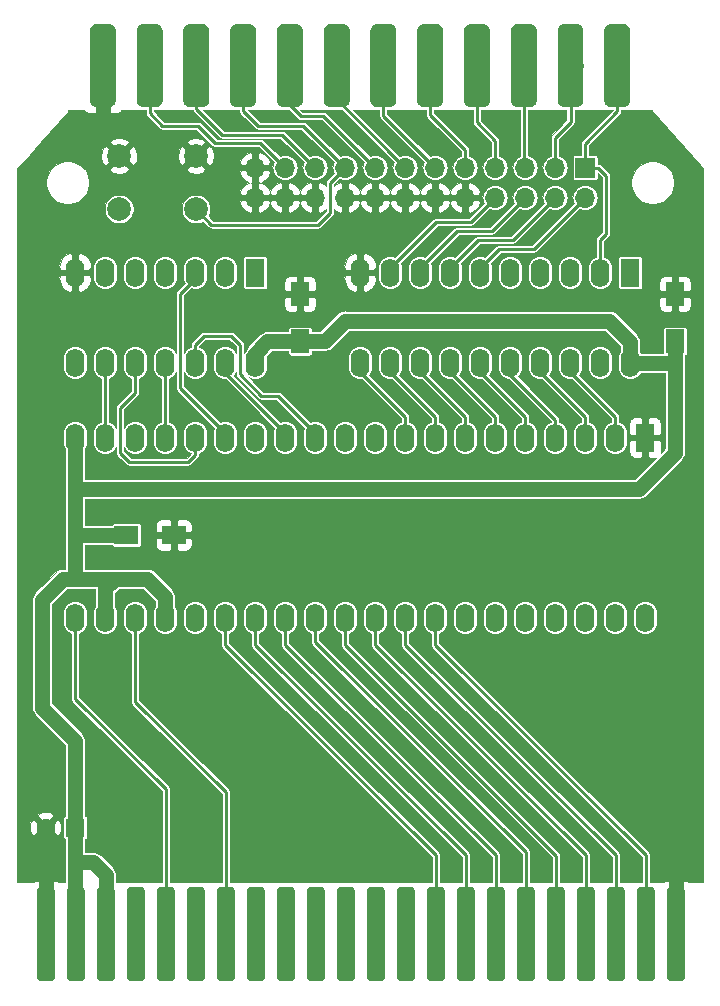
<source format=gtl>
G04 #@! TF.GenerationSoftware,KiCad,Pcbnew,(5.0.1-3-g963ef8bb5)*
G04 #@! TF.CreationDate,2020-03-26T19:19:19+01:00*
G04 #@! TF.ProjectId,C64_ieee488_interface_6821,4336345F696565653438385F696E7465,1.0*
G04 #@! TF.SameCoordinates,Original*
G04 #@! TF.FileFunction,Copper,L1,Top,Signal*
G04 #@! TF.FilePolarity,Positive*
%FSLAX46Y46*%
G04 Gerber Fmt 4.6, Leading zero omitted, Abs format (unit mm)*
G04 Created by KiCad (PCBNEW (5.0.1-3-g963ef8bb5)) date Donnerstag, 26. März 2020 um 19:19:19*
%MOMM*%
%LPD*%
G01*
G04 APERTURE LIST*
G04 #@! TA.AperFunction,Conductor*
%ADD10C,0.100000*%
G04 #@! TD*
G04 #@! TA.AperFunction,Conductor*
%ADD11C,1.524000*%
G04 #@! TD*
G04 #@! TA.AperFunction,Conductor*
%ADD12C,2.200000*%
G04 #@! TD*
G04 #@! TA.AperFunction,ComponentPad*
%ADD13C,1.998980*%
G04 #@! TD*
G04 #@! TA.AperFunction,ComponentPad*
%ADD14O,1.600000X2.400000*%
G04 #@! TD*
G04 #@! TA.AperFunction,ComponentPad*
%ADD15R,1.600000X2.400000*%
G04 #@! TD*
G04 #@! TA.AperFunction,SMDPad,CuDef*
%ADD16R,2.000000X1.600000*%
G04 #@! TD*
G04 #@! TA.AperFunction,SMDPad,CuDef*
%ADD17R,1.600000X2.000000*%
G04 #@! TD*
G04 #@! TA.AperFunction,ComponentPad*
%ADD18C,1.600000*%
G04 #@! TD*
G04 #@! TA.AperFunction,ComponentPad*
%ADD19R,1.600000X1.600000*%
G04 #@! TD*
G04 #@! TA.AperFunction,ComponentPad*
%ADD20O,1.700000X1.700000*%
G04 #@! TD*
G04 #@! TA.AperFunction,ComponentPad*
%ADD21R,1.700000X1.700000*%
G04 #@! TD*
G04 #@! TA.AperFunction,ViaPad*
%ADD22C,0.600000*%
G04 #@! TD*
G04 #@! TA.AperFunction,ViaPad*
%ADD23C,0.800000*%
G04 #@! TD*
G04 #@! TA.AperFunction,Conductor*
%ADD24C,1.270000*%
G04 #@! TD*
G04 #@! TA.AperFunction,Conductor*
%ADD25C,0.254000*%
G04 #@! TD*
G04 #@! TA.AperFunction,Conductor*
%ADD26C,0.025400*%
G04 #@! TD*
G04 APERTURE END LIST*
D10*
G04 #@! TO.N,GND*
G04 #@! TO.C,J1*
G36*
X116058345Y-120601835D02*
X116095329Y-120607321D01*
X116131598Y-120616406D01*
X116166802Y-120629002D01*
X116200602Y-120644988D01*
X116232672Y-120664210D01*
X116262704Y-120686483D01*
X116290408Y-120711592D01*
X116315517Y-120739296D01*
X116337790Y-120769328D01*
X116357012Y-120801398D01*
X116372998Y-120835198D01*
X116385594Y-120870402D01*
X116394679Y-120906671D01*
X116400165Y-120943655D01*
X116402000Y-120981000D01*
X116402000Y-128219000D01*
X116400165Y-128256345D01*
X116394679Y-128293329D01*
X116385594Y-128329598D01*
X116372998Y-128364802D01*
X116357012Y-128398602D01*
X116337790Y-128430672D01*
X116315517Y-128460704D01*
X116290408Y-128488408D01*
X116262704Y-128513517D01*
X116232672Y-128535790D01*
X116200602Y-128555012D01*
X116166802Y-128570998D01*
X116131598Y-128583594D01*
X116095329Y-128592679D01*
X116058345Y-128598165D01*
X116021000Y-128600000D01*
X115259000Y-128600000D01*
X115221655Y-128598165D01*
X115184671Y-128592679D01*
X115148402Y-128583594D01*
X115113198Y-128570998D01*
X115079398Y-128555012D01*
X115047328Y-128535790D01*
X115017296Y-128513517D01*
X114989592Y-128488408D01*
X114964483Y-128460704D01*
X114942210Y-128430672D01*
X114922988Y-128398602D01*
X114907002Y-128364802D01*
X114894406Y-128329598D01*
X114885321Y-128293329D01*
X114879835Y-128256345D01*
X114878000Y-128219000D01*
X114878000Y-120981000D01*
X114879835Y-120943655D01*
X114885321Y-120906671D01*
X114894406Y-120870402D01*
X114907002Y-120835198D01*
X114922988Y-120801398D01*
X114942210Y-120769328D01*
X114964483Y-120739296D01*
X114989592Y-120711592D01*
X115017296Y-120686483D01*
X115047328Y-120664210D01*
X115079398Y-120644988D01*
X115113198Y-120629002D01*
X115148402Y-120616406D01*
X115184671Y-120607321D01*
X115221655Y-120601835D01*
X115259000Y-120600000D01*
X116021000Y-120600000D01*
X116058345Y-120601835D01*
X116058345Y-120601835D01*
G37*
D11*
X115640000Y-124600000D03*
D10*
G04 #@! TO.N,/D0*
G36*
X113518345Y-120601835D02*
X113555329Y-120607321D01*
X113591598Y-120616406D01*
X113626802Y-120629002D01*
X113660602Y-120644988D01*
X113692672Y-120664210D01*
X113722704Y-120686483D01*
X113750408Y-120711592D01*
X113775517Y-120739296D01*
X113797790Y-120769328D01*
X113817012Y-120801398D01*
X113832998Y-120835198D01*
X113845594Y-120870402D01*
X113854679Y-120906671D01*
X113860165Y-120943655D01*
X113862000Y-120981000D01*
X113862000Y-128219000D01*
X113860165Y-128256345D01*
X113854679Y-128293329D01*
X113845594Y-128329598D01*
X113832998Y-128364802D01*
X113817012Y-128398602D01*
X113797790Y-128430672D01*
X113775517Y-128460704D01*
X113750408Y-128488408D01*
X113722704Y-128513517D01*
X113692672Y-128535790D01*
X113660602Y-128555012D01*
X113626802Y-128570998D01*
X113591598Y-128583594D01*
X113555329Y-128592679D01*
X113518345Y-128598165D01*
X113481000Y-128600000D01*
X112719000Y-128600000D01*
X112681655Y-128598165D01*
X112644671Y-128592679D01*
X112608402Y-128583594D01*
X112573198Y-128570998D01*
X112539398Y-128555012D01*
X112507328Y-128535790D01*
X112477296Y-128513517D01*
X112449592Y-128488408D01*
X112424483Y-128460704D01*
X112402210Y-128430672D01*
X112382988Y-128398602D01*
X112367002Y-128364802D01*
X112354406Y-128329598D01*
X112345321Y-128293329D01*
X112339835Y-128256345D01*
X112338000Y-128219000D01*
X112338000Y-120981000D01*
X112339835Y-120943655D01*
X112345321Y-120906671D01*
X112354406Y-120870402D01*
X112367002Y-120835198D01*
X112382988Y-120801398D01*
X112402210Y-120769328D01*
X112424483Y-120739296D01*
X112449592Y-120711592D01*
X112477296Y-120686483D01*
X112507328Y-120664210D01*
X112539398Y-120644988D01*
X112573198Y-120629002D01*
X112608402Y-120616406D01*
X112644671Y-120607321D01*
X112681655Y-120601835D01*
X112719000Y-120600000D01*
X113481000Y-120600000D01*
X113518345Y-120601835D01*
X113518345Y-120601835D01*
G37*
D11*
X113100000Y-124600000D03*
D10*
G04 #@! TO.N,/D1*
G36*
X110978345Y-120601835D02*
X111015329Y-120607321D01*
X111051598Y-120616406D01*
X111086802Y-120629002D01*
X111120602Y-120644988D01*
X111152672Y-120664210D01*
X111182704Y-120686483D01*
X111210408Y-120711592D01*
X111235517Y-120739296D01*
X111257790Y-120769328D01*
X111277012Y-120801398D01*
X111292998Y-120835198D01*
X111305594Y-120870402D01*
X111314679Y-120906671D01*
X111320165Y-120943655D01*
X111322000Y-120981000D01*
X111322000Y-128219000D01*
X111320165Y-128256345D01*
X111314679Y-128293329D01*
X111305594Y-128329598D01*
X111292998Y-128364802D01*
X111277012Y-128398602D01*
X111257790Y-128430672D01*
X111235517Y-128460704D01*
X111210408Y-128488408D01*
X111182704Y-128513517D01*
X111152672Y-128535790D01*
X111120602Y-128555012D01*
X111086802Y-128570998D01*
X111051598Y-128583594D01*
X111015329Y-128592679D01*
X110978345Y-128598165D01*
X110941000Y-128600000D01*
X110179000Y-128600000D01*
X110141655Y-128598165D01*
X110104671Y-128592679D01*
X110068402Y-128583594D01*
X110033198Y-128570998D01*
X109999398Y-128555012D01*
X109967328Y-128535790D01*
X109937296Y-128513517D01*
X109909592Y-128488408D01*
X109884483Y-128460704D01*
X109862210Y-128430672D01*
X109842988Y-128398602D01*
X109827002Y-128364802D01*
X109814406Y-128329598D01*
X109805321Y-128293329D01*
X109799835Y-128256345D01*
X109798000Y-128219000D01*
X109798000Y-120981000D01*
X109799835Y-120943655D01*
X109805321Y-120906671D01*
X109814406Y-120870402D01*
X109827002Y-120835198D01*
X109842988Y-120801398D01*
X109862210Y-120769328D01*
X109884483Y-120739296D01*
X109909592Y-120711592D01*
X109937296Y-120686483D01*
X109967328Y-120664210D01*
X109999398Y-120644988D01*
X110033198Y-120629002D01*
X110068402Y-120616406D01*
X110104671Y-120607321D01*
X110141655Y-120601835D01*
X110179000Y-120600000D01*
X110941000Y-120600000D01*
X110978345Y-120601835D01*
X110978345Y-120601835D01*
G37*
D11*
X110560000Y-124600000D03*
D10*
G04 #@! TO.N,/D2*
G36*
X108438345Y-120601835D02*
X108475329Y-120607321D01*
X108511598Y-120616406D01*
X108546802Y-120629002D01*
X108580602Y-120644988D01*
X108612672Y-120664210D01*
X108642704Y-120686483D01*
X108670408Y-120711592D01*
X108695517Y-120739296D01*
X108717790Y-120769328D01*
X108737012Y-120801398D01*
X108752998Y-120835198D01*
X108765594Y-120870402D01*
X108774679Y-120906671D01*
X108780165Y-120943655D01*
X108782000Y-120981000D01*
X108782000Y-128219000D01*
X108780165Y-128256345D01*
X108774679Y-128293329D01*
X108765594Y-128329598D01*
X108752998Y-128364802D01*
X108737012Y-128398602D01*
X108717790Y-128430672D01*
X108695517Y-128460704D01*
X108670408Y-128488408D01*
X108642704Y-128513517D01*
X108612672Y-128535790D01*
X108580602Y-128555012D01*
X108546802Y-128570998D01*
X108511598Y-128583594D01*
X108475329Y-128592679D01*
X108438345Y-128598165D01*
X108401000Y-128600000D01*
X107639000Y-128600000D01*
X107601655Y-128598165D01*
X107564671Y-128592679D01*
X107528402Y-128583594D01*
X107493198Y-128570998D01*
X107459398Y-128555012D01*
X107427328Y-128535790D01*
X107397296Y-128513517D01*
X107369592Y-128488408D01*
X107344483Y-128460704D01*
X107322210Y-128430672D01*
X107302988Y-128398602D01*
X107287002Y-128364802D01*
X107274406Y-128329598D01*
X107265321Y-128293329D01*
X107259835Y-128256345D01*
X107258000Y-128219000D01*
X107258000Y-120981000D01*
X107259835Y-120943655D01*
X107265321Y-120906671D01*
X107274406Y-120870402D01*
X107287002Y-120835198D01*
X107302988Y-120801398D01*
X107322210Y-120769328D01*
X107344483Y-120739296D01*
X107369592Y-120711592D01*
X107397296Y-120686483D01*
X107427328Y-120664210D01*
X107459398Y-120644988D01*
X107493198Y-120629002D01*
X107528402Y-120616406D01*
X107564671Y-120607321D01*
X107601655Y-120601835D01*
X107639000Y-120600000D01*
X108401000Y-120600000D01*
X108438345Y-120601835D01*
X108438345Y-120601835D01*
G37*
D11*
X108020000Y-124600000D03*
D10*
G04 #@! TO.N,/D3*
G36*
X105898345Y-120601835D02*
X105935329Y-120607321D01*
X105971598Y-120616406D01*
X106006802Y-120629002D01*
X106040602Y-120644988D01*
X106072672Y-120664210D01*
X106102704Y-120686483D01*
X106130408Y-120711592D01*
X106155517Y-120739296D01*
X106177790Y-120769328D01*
X106197012Y-120801398D01*
X106212998Y-120835198D01*
X106225594Y-120870402D01*
X106234679Y-120906671D01*
X106240165Y-120943655D01*
X106242000Y-120981000D01*
X106242000Y-128219000D01*
X106240165Y-128256345D01*
X106234679Y-128293329D01*
X106225594Y-128329598D01*
X106212998Y-128364802D01*
X106197012Y-128398602D01*
X106177790Y-128430672D01*
X106155517Y-128460704D01*
X106130408Y-128488408D01*
X106102704Y-128513517D01*
X106072672Y-128535790D01*
X106040602Y-128555012D01*
X106006802Y-128570998D01*
X105971598Y-128583594D01*
X105935329Y-128592679D01*
X105898345Y-128598165D01*
X105861000Y-128600000D01*
X105099000Y-128600000D01*
X105061655Y-128598165D01*
X105024671Y-128592679D01*
X104988402Y-128583594D01*
X104953198Y-128570998D01*
X104919398Y-128555012D01*
X104887328Y-128535790D01*
X104857296Y-128513517D01*
X104829592Y-128488408D01*
X104804483Y-128460704D01*
X104782210Y-128430672D01*
X104762988Y-128398602D01*
X104747002Y-128364802D01*
X104734406Y-128329598D01*
X104725321Y-128293329D01*
X104719835Y-128256345D01*
X104718000Y-128219000D01*
X104718000Y-120981000D01*
X104719835Y-120943655D01*
X104725321Y-120906671D01*
X104734406Y-120870402D01*
X104747002Y-120835198D01*
X104762988Y-120801398D01*
X104782210Y-120769328D01*
X104804483Y-120739296D01*
X104829592Y-120711592D01*
X104857296Y-120686483D01*
X104887328Y-120664210D01*
X104919398Y-120644988D01*
X104953198Y-120629002D01*
X104988402Y-120616406D01*
X105024671Y-120607321D01*
X105061655Y-120601835D01*
X105099000Y-120600000D01*
X105861000Y-120600000D01*
X105898345Y-120601835D01*
X105898345Y-120601835D01*
G37*
D11*
X105480000Y-124600000D03*
D10*
G04 #@! TO.N,/D4*
G36*
X103358345Y-120601835D02*
X103395329Y-120607321D01*
X103431598Y-120616406D01*
X103466802Y-120629002D01*
X103500602Y-120644988D01*
X103532672Y-120664210D01*
X103562704Y-120686483D01*
X103590408Y-120711592D01*
X103615517Y-120739296D01*
X103637790Y-120769328D01*
X103657012Y-120801398D01*
X103672998Y-120835198D01*
X103685594Y-120870402D01*
X103694679Y-120906671D01*
X103700165Y-120943655D01*
X103702000Y-120981000D01*
X103702000Y-128219000D01*
X103700165Y-128256345D01*
X103694679Y-128293329D01*
X103685594Y-128329598D01*
X103672998Y-128364802D01*
X103657012Y-128398602D01*
X103637790Y-128430672D01*
X103615517Y-128460704D01*
X103590408Y-128488408D01*
X103562704Y-128513517D01*
X103532672Y-128535790D01*
X103500602Y-128555012D01*
X103466802Y-128570998D01*
X103431598Y-128583594D01*
X103395329Y-128592679D01*
X103358345Y-128598165D01*
X103321000Y-128600000D01*
X102559000Y-128600000D01*
X102521655Y-128598165D01*
X102484671Y-128592679D01*
X102448402Y-128583594D01*
X102413198Y-128570998D01*
X102379398Y-128555012D01*
X102347328Y-128535790D01*
X102317296Y-128513517D01*
X102289592Y-128488408D01*
X102264483Y-128460704D01*
X102242210Y-128430672D01*
X102222988Y-128398602D01*
X102207002Y-128364802D01*
X102194406Y-128329598D01*
X102185321Y-128293329D01*
X102179835Y-128256345D01*
X102178000Y-128219000D01*
X102178000Y-120981000D01*
X102179835Y-120943655D01*
X102185321Y-120906671D01*
X102194406Y-120870402D01*
X102207002Y-120835198D01*
X102222988Y-120801398D01*
X102242210Y-120769328D01*
X102264483Y-120739296D01*
X102289592Y-120711592D01*
X102317296Y-120686483D01*
X102347328Y-120664210D01*
X102379398Y-120644988D01*
X102413198Y-120629002D01*
X102448402Y-120616406D01*
X102484671Y-120607321D01*
X102521655Y-120601835D01*
X102559000Y-120600000D01*
X103321000Y-120600000D01*
X103358345Y-120601835D01*
X103358345Y-120601835D01*
G37*
D11*
X102940000Y-124600000D03*
D10*
G04 #@! TO.N,/D5*
G36*
X100818345Y-120601835D02*
X100855329Y-120607321D01*
X100891598Y-120616406D01*
X100926802Y-120629002D01*
X100960602Y-120644988D01*
X100992672Y-120664210D01*
X101022704Y-120686483D01*
X101050408Y-120711592D01*
X101075517Y-120739296D01*
X101097790Y-120769328D01*
X101117012Y-120801398D01*
X101132998Y-120835198D01*
X101145594Y-120870402D01*
X101154679Y-120906671D01*
X101160165Y-120943655D01*
X101162000Y-120981000D01*
X101162000Y-128219000D01*
X101160165Y-128256345D01*
X101154679Y-128293329D01*
X101145594Y-128329598D01*
X101132998Y-128364802D01*
X101117012Y-128398602D01*
X101097790Y-128430672D01*
X101075517Y-128460704D01*
X101050408Y-128488408D01*
X101022704Y-128513517D01*
X100992672Y-128535790D01*
X100960602Y-128555012D01*
X100926802Y-128570998D01*
X100891598Y-128583594D01*
X100855329Y-128592679D01*
X100818345Y-128598165D01*
X100781000Y-128600000D01*
X100019000Y-128600000D01*
X99981655Y-128598165D01*
X99944671Y-128592679D01*
X99908402Y-128583594D01*
X99873198Y-128570998D01*
X99839398Y-128555012D01*
X99807328Y-128535790D01*
X99777296Y-128513517D01*
X99749592Y-128488408D01*
X99724483Y-128460704D01*
X99702210Y-128430672D01*
X99682988Y-128398602D01*
X99667002Y-128364802D01*
X99654406Y-128329598D01*
X99645321Y-128293329D01*
X99639835Y-128256345D01*
X99638000Y-128219000D01*
X99638000Y-120981000D01*
X99639835Y-120943655D01*
X99645321Y-120906671D01*
X99654406Y-120870402D01*
X99667002Y-120835198D01*
X99682988Y-120801398D01*
X99702210Y-120769328D01*
X99724483Y-120739296D01*
X99749592Y-120711592D01*
X99777296Y-120686483D01*
X99807328Y-120664210D01*
X99839398Y-120644988D01*
X99873198Y-120629002D01*
X99908402Y-120616406D01*
X99944671Y-120607321D01*
X99981655Y-120601835D01*
X100019000Y-120600000D01*
X100781000Y-120600000D01*
X100818345Y-120601835D01*
X100818345Y-120601835D01*
G37*
D11*
X100400000Y-124600000D03*
D10*
G04 #@! TO.N,/D6*
G36*
X98278345Y-120601835D02*
X98315329Y-120607321D01*
X98351598Y-120616406D01*
X98386802Y-120629002D01*
X98420602Y-120644988D01*
X98452672Y-120664210D01*
X98482704Y-120686483D01*
X98510408Y-120711592D01*
X98535517Y-120739296D01*
X98557790Y-120769328D01*
X98577012Y-120801398D01*
X98592998Y-120835198D01*
X98605594Y-120870402D01*
X98614679Y-120906671D01*
X98620165Y-120943655D01*
X98622000Y-120981000D01*
X98622000Y-128219000D01*
X98620165Y-128256345D01*
X98614679Y-128293329D01*
X98605594Y-128329598D01*
X98592998Y-128364802D01*
X98577012Y-128398602D01*
X98557790Y-128430672D01*
X98535517Y-128460704D01*
X98510408Y-128488408D01*
X98482704Y-128513517D01*
X98452672Y-128535790D01*
X98420602Y-128555012D01*
X98386802Y-128570998D01*
X98351598Y-128583594D01*
X98315329Y-128592679D01*
X98278345Y-128598165D01*
X98241000Y-128600000D01*
X97479000Y-128600000D01*
X97441655Y-128598165D01*
X97404671Y-128592679D01*
X97368402Y-128583594D01*
X97333198Y-128570998D01*
X97299398Y-128555012D01*
X97267328Y-128535790D01*
X97237296Y-128513517D01*
X97209592Y-128488408D01*
X97184483Y-128460704D01*
X97162210Y-128430672D01*
X97142988Y-128398602D01*
X97127002Y-128364802D01*
X97114406Y-128329598D01*
X97105321Y-128293329D01*
X97099835Y-128256345D01*
X97098000Y-128219000D01*
X97098000Y-120981000D01*
X97099835Y-120943655D01*
X97105321Y-120906671D01*
X97114406Y-120870402D01*
X97127002Y-120835198D01*
X97142988Y-120801398D01*
X97162210Y-120769328D01*
X97184483Y-120739296D01*
X97209592Y-120711592D01*
X97237296Y-120686483D01*
X97267328Y-120664210D01*
X97299398Y-120644988D01*
X97333198Y-120629002D01*
X97368402Y-120616406D01*
X97404671Y-120607321D01*
X97441655Y-120601835D01*
X97479000Y-120600000D01*
X98241000Y-120600000D01*
X98278345Y-120601835D01*
X98278345Y-120601835D01*
G37*
D11*
X97860000Y-124600000D03*
D10*
G04 #@! TO.N,VCC*
G36*
X67798345Y-120601835D02*
X67835329Y-120607321D01*
X67871598Y-120616406D01*
X67906802Y-120629002D01*
X67940602Y-120644988D01*
X67972672Y-120664210D01*
X68002704Y-120686483D01*
X68030408Y-120711592D01*
X68055517Y-120739296D01*
X68077790Y-120769328D01*
X68097012Y-120801398D01*
X68112998Y-120835198D01*
X68125594Y-120870402D01*
X68134679Y-120906671D01*
X68140165Y-120943655D01*
X68142000Y-120981000D01*
X68142000Y-128219000D01*
X68140165Y-128256345D01*
X68134679Y-128293329D01*
X68125594Y-128329598D01*
X68112998Y-128364802D01*
X68097012Y-128398602D01*
X68077790Y-128430672D01*
X68055517Y-128460704D01*
X68030408Y-128488408D01*
X68002704Y-128513517D01*
X67972672Y-128535790D01*
X67940602Y-128555012D01*
X67906802Y-128570998D01*
X67871598Y-128583594D01*
X67835329Y-128592679D01*
X67798345Y-128598165D01*
X67761000Y-128600000D01*
X66999000Y-128600000D01*
X66961655Y-128598165D01*
X66924671Y-128592679D01*
X66888402Y-128583594D01*
X66853198Y-128570998D01*
X66819398Y-128555012D01*
X66787328Y-128535790D01*
X66757296Y-128513517D01*
X66729592Y-128488408D01*
X66704483Y-128460704D01*
X66682210Y-128430672D01*
X66662988Y-128398602D01*
X66647002Y-128364802D01*
X66634406Y-128329598D01*
X66625321Y-128293329D01*
X66619835Y-128256345D01*
X66618000Y-128219000D01*
X66618000Y-120981000D01*
X66619835Y-120943655D01*
X66625321Y-120906671D01*
X66634406Y-120870402D01*
X66647002Y-120835198D01*
X66662988Y-120801398D01*
X66682210Y-120769328D01*
X66704483Y-120739296D01*
X66729592Y-120711592D01*
X66757296Y-120686483D01*
X66787328Y-120664210D01*
X66819398Y-120644988D01*
X66853198Y-120629002D01*
X66888402Y-120616406D01*
X66924671Y-120607321D01*
X66961655Y-120601835D01*
X66999000Y-120600000D01*
X67761000Y-120600000D01*
X67798345Y-120601835D01*
X67798345Y-120601835D01*
G37*
D11*
X67380000Y-124600000D03*
D10*
G36*
X65258345Y-120601835D02*
X65295329Y-120607321D01*
X65331598Y-120616406D01*
X65366802Y-120629002D01*
X65400602Y-120644988D01*
X65432672Y-120664210D01*
X65462704Y-120686483D01*
X65490408Y-120711592D01*
X65515517Y-120739296D01*
X65537790Y-120769328D01*
X65557012Y-120801398D01*
X65572998Y-120835198D01*
X65585594Y-120870402D01*
X65594679Y-120906671D01*
X65600165Y-120943655D01*
X65602000Y-120981000D01*
X65602000Y-128219000D01*
X65600165Y-128256345D01*
X65594679Y-128293329D01*
X65585594Y-128329598D01*
X65572998Y-128364802D01*
X65557012Y-128398602D01*
X65537790Y-128430672D01*
X65515517Y-128460704D01*
X65490408Y-128488408D01*
X65462704Y-128513517D01*
X65432672Y-128535790D01*
X65400602Y-128555012D01*
X65366802Y-128570998D01*
X65331598Y-128583594D01*
X65295329Y-128592679D01*
X65258345Y-128598165D01*
X65221000Y-128600000D01*
X64459000Y-128600000D01*
X64421655Y-128598165D01*
X64384671Y-128592679D01*
X64348402Y-128583594D01*
X64313198Y-128570998D01*
X64279398Y-128555012D01*
X64247328Y-128535790D01*
X64217296Y-128513517D01*
X64189592Y-128488408D01*
X64164483Y-128460704D01*
X64142210Y-128430672D01*
X64122988Y-128398602D01*
X64107002Y-128364802D01*
X64094406Y-128329598D01*
X64085321Y-128293329D01*
X64079835Y-128256345D01*
X64078000Y-128219000D01*
X64078000Y-120981000D01*
X64079835Y-120943655D01*
X64085321Y-120906671D01*
X64094406Y-120870402D01*
X64107002Y-120835198D01*
X64122988Y-120801398D01*
X64142210Y-120769328D01*
X64164483Y-120739296D01*
X64189592Y-120711592D01*
X64217296Y-120686483D01*
X64247328Y-120664210D01*
X64279398Y-120644988D01*
X64313198Y-120629002D01*
X64348402Y-120616406D01*
X64384671Y-120607321D01*
X64421655Y-120601835D01*
X64459000Y-120600000D01*
X65221000Y-120600000D01*
X65258345Y-120601835D01*
X65258345Y-120601835D01*
G37*
D11*
X64840000Y-124600000D03*
D10*
G04 #@! TO.N,N/C*
G36*
X90658345Y-120601835D02*
X90695329Y-120607321D01*
X90731598Y-120616406D01*
X90766802Y-120629002D01*
X90800602Y-120644988D01*
X90832672Y-120664210D01*
X90862704Y-120686483D01*
X90890408Y-120711592D01*
X90915517Y-120739296D01*
X90937790Y-120769328D01*
X90957012Y-120801398D01*
X90972998Y-120835198D01*
X90985594Y-120870402D01*
X90994679Y-120906671D01*
X91000165Y-120943655D01*
X91002000Y-120981000D01*
X91002000Y-128219000D01*
X91000165Y-128256345D01*
X90994679Y-128293329D01*
X90985594Y-128329598D01*
X90972998Y-128364802D01*
X90957012Y-128398602D01*
X90937790Y-128430672D01*
X90915517Y-128460704D01*
X90890408Y-128488408D01*
X90862704Y-128513517D01*
X90832672Y-128535790D01*
X90800602Y-128555012D01*
X90766802Y-128570998D01*
X90731598Y-128583594D01*
X90695329Y-128592679D01*
X90658345Y-128598165D01*
X90621000Y-128600000D01*
X89859000Y-128600000D01*
X89821655Y-128598165D01*
X89784671Y-128592679D01*
X89748402Y-128583594D01*
X89713198Y-128570998D01*
X89679398Y-128555012D01*
X89647328Y-128535790D01*
X89617296Y-128513517D01*
X89589592Y-128488408D01*
X89564483Y-128460704D01*
X89542210Y-128430672D01*
X89522988Y-128398602D01*
X89507002Y-128364802D01*
X89494406Y-128329598D01*
X89485321Y-128293329D01*
X89479835Y-128256345D01*
X89478000Y-128219000D01*
X89478000Y-120981000D01*
X89479835Y-120943655D01*
X89485321Y-120906671D01*
X89494406Y-120870402D01*
X89507002Y-120835198D01*
X89522988Y-120801398D01*
X89542210Y-120769328D01*
X89564483Y-120739296D01*
X89589592Y-120711592D01*
X89617296Y-120686483D01*
X89647328Y-120664210D01*
X89679398Y-120644988D01*
X89713198Y-120629002D01*
X89748402Y-120616406D01*
X89784671Y-120607321D01*
X89821655Y-120601835D01*
X89859000Y-120600000D01*
X90621000Y-120600000D01*
X90658345Y-120601835D01*
X90658345Y-120601835D01*
G37*
D11*
X90240000Y-124600000D03*
D10*
G04 #@! TO.N,/D7*
G36*
X95738345Y-120601835D02*
X95775329Y-120607321D01*
X95811598Y-120616406D01*
X95846802Y-120629002D01*
X95880602Y-120644988D01*
X95912672Y-120664210D01*
X95942704Y-120686483D01*
X95970408Y-120711592D01*
X95995517Y-120739296D01*
X96017790Y-120769328D01*
X96037012Y-120801398D01*
X96052998Y-120835198D01*
X96065594Y-120870402D01*
X96074679Y-120906671D01*
X96080165Y-120943655D01*
X96082000Y-120981000D01*
X96082000Y-128219000D01*
X96080165Y-128256345D01*
X96074679Y-128293329D01*
X96065594Y-128329598D01*
X96052998Y-128364802D01*
X96037012Y-128398602D01*
X96017790Y-128430672D01*
X95995517Y-128460704D01*
X95970408Y-128488408D01*
X95942704Y-128513517D01*
X95912672Y-128535790D01*
X95880602Y-128555012D01*
X95846802Y-128570998D01*
X95811598Y-128583594D01*
X95775329Y-128592679D01*
X95738345Y-128598165D01*
X95701000Y-128600000D01*
X94939000Y-128600000D01*
X94901655Y-128598165D01*
X94864671Y-128592679D01*
X94828402Y-128583594D01*
X94793198Y-128570998D01*
X94759398Y-128555012D01*
X94727328Y-128535790D01*
X94697296Y-128513517D01*
X94669592Y-128488408D01*
X94644483Y-128460704D01*
X94622210Y-128430672D01*
X94602988Y-128398602D01*
X94587002Y-128364802D01*
X94574406Y-128329598D01*
X94565321Y-128293329D01*
X94559835Y-128256345D01*
X94558000Y-128219000D01*
X94558000Y-120981000D01*
X94559835Y-120943655D01*
X94565321Y-120906671D01*
X94574406Y-120870402D01*
X94587002Y-120835198D01*
X94602988Y-120801398D01*
X94622210Y-120769328D01*
X94644483Y-120739296D01*
X94669592Y-120711592D01*
X94697296Y-120686483D01*
X94727328Y-120664210D01*
X94759398Y-120644988D01*
X94793198Y-120629002D01*
X94828402Y-120616406D01*
X94864671Y-120607321D01*
X94901655Y-120601835D01*
X94939000Y-120600000D01*
X95701000Y-120600000D01*
X95738345Y-120601835D01*
X95738345Y-120601835D01*
G37*
D11*
X95320000Y-124600000D03*
D10*
G04 #@! TO.N,N/C*
G36*
X93198345Y-120601835D02*
X93235329Y-120607321D01*
X93271598Y-120616406D01*
X93306802Y-120629002D01*
X93340602Y-120644988D01*
X93372672Y-120664210D01*
X93402704Y-120686483D01*
X93430408Y-120711592D01*
X93455517Y-120739296D01*
X93477790Y-120769328D01*
X93497012Y-120801398D01*
X93512998Y-120835198D01*
X93525594Y-120870402D01*
X93534679Y-120906671D01*
X93540165Y-120943655D01*
X93542000Y-120981000D01*
X93542000Y-128219000D01*
X93540165Y-128256345D01*
X93534679Y-128293329D01*
X93525594Y-128329598D01*
X93512998Y-128364802D01*
X93497012Y-128398602D01*
X93477790Y-128430672D01*
X93455517Y-128460704D01*
X93430408Y-128488408D01*
X93402704Y-128513517D01*
X93372672Y-128535790D01*
X93340602Y-128555012D01*
X93306802Y-128570998D01*
X93271598Y-128583594D01*
X93235329Y-128592679D01*
X93198345Y-128598165D01*
X93161000Y-128600000D01*
X92399000Y-128600000D01*
X92361655Y-128598165D01*
X92324671Y-128592679D01*
X92288402Y-128583594D01*
X92253198Y-128570998D01*
X92219398Y-128555012D01*
X92187328Y-128535790D01*
X92157296Y-128513517D01*
X92129592Y-128488408D01*
X92104483Y-128460704D01*
X92082210Y-128430672D01*
X92062988Y-128398602D01*
X92047002Y-128364802D01*
X92034406Y-128329598D01*
X92025321Y-128293329D01*
X92019835Y-128256345D01*
X92018000Y-128219000D01*
X92018000Y-120981000D01*
X92019835Y-120943655D01*
X92025321Y-120906671D01*
X92034406Y-120870402D01*
X92047002Y-120835198D01*
X92062988Y-120801398D01*
X92082210Y-120769328D01*
X92104483Y-120739296D01*
X92129592Y-120711592D01*
X92157296Y-120686483D01*
X92187328Y-120664210D01*
X92219398Y-120644988D01*
X92253198Y-120629002D01*
X92288402Y-120616406D01*
X92324671Y-120607321D01*
X92361655Y-120601835D01*
X92399000Y-120600000D01*
X93161000Y-120600000D01*
X93198345Y-120601835D01*
X93198345Y-120601835D01*
G37*
D11*
X92780000Y-124600000D03*
D10*
G36*
X88118345Y-120601835D02*
X88155329Y-120607321D01*
X88191598Y-120616406D01*
X88226802Y-120629002D01*
X88260602Y-120644988D01*
X88292672Y-120664210D01*
X88322704Y-120686483D01*
X88350408Y-120711592D01*
X88375517Y-120739296D01*
X88397790Y-120769328D01*
X88417012Y-120801398D01*
X88432998Y-120835198D01*
X88445594Y-120870402D01*
X88454679Y-120906671D01*
X88460165Y-120943655D01*
X88462000Y-120981000D01*
X88462000Y-128219000D01*
X88460165Y-128256345D01*
X88454679Y-128293329D01*
X88445594Y-128329598D01*
X88432998Y-128364802D01*
X88417012Y-128398602D01*
X88397790Y-128430672D01*
X88375517Y-128460704D01*
X88350408Y-128488408D01*
X88322704Y-128513517D01*
X88292672Y-128535790D01*
X88260602Y-128555012D01*
X88226802Y-128570998D01*
X88191598Y-128583594D01*
X88155329Y-128592679D01*
X88118345Y-128598165D01*
X88081000Y-128600000D01*
X87319000Y-128600000D01*
X87281655Y-128598165D01*
X87244671Y-128592679D01*
X87208402Y-128583594D01*
X87173198Y-128570998D01*
X87139398Y-128555012D01*
X87107328Y-128535790D01*
X87077296Y-128513517D01*
X87049592Y-128488408D01*
X87024483Y-128460704D01*
X87002210Y-128430672D01*
X86982988Y-128398602D01*
X86967002Y-128364802D01*
X86954406Y-128329598D01*
X86945321Y-128293329D01*
X86939835Y-128256345D01*
X86938000Y-128219000D01*
X86938000Y-120981000D01*
X86939835Y-120943655D01*
X86945321Y-120906671D01*
X86954406Y-120870402D01*
X86967002Y-120835198D01*
X86982988Y-120801398D01*
X87002210Y-120769328D01*
X87024483Y-120739296D01*
X87049592Y-120711592D01*
X87077296Y-120686483D01*
X87107328Y-120664210D01*
X87139398Y-120644988D01*
X87173198Y-120629002D01*
X87208402Y-120616406D01*
X87244671Y-120607321D01*
X87281655Y-120601835D01*
X87319000Y-120600000D01*
X88081000Y-120600000D01*
X88118345Y-120601835D01*
X88118345Y-120601835D01*
G37*
D11*
X87700000Y-124600000D03*
D10*
G36*
X85578345Y-120601835D02*
X85615329Y-120607321D01*
X85651598Y-120616406D01*
X85686802Y-120629002D01*
X85720602Y-120644988D01*
X85752672Y-120664210D01*
X85782704Y-120686483D01*
X85810408Y-120711592D01*
X85835517Y-120739296D01*
X85857790Y-120769328D01*
X85877012Y-120801398D01*
X85892998Y-120835198D01*
X85905594Y-120870402D01*
X85914679Y-120906671D01*
X85920165Y-120943655D01*
X85922000Y-120981000D01*
X85922000Y-128219000D01*
X85920165Y-128256345D01*
X85914679Y-128293329D01*
X85905594Y-128329598D01*
X85892998Y-128364802D01*
X85877012Y-128398602D01*
X85857790Y-128430672D01*
X85835517Y-128460704D01*
X85810408Y-128488408D01*
X85782704Y-128513517D01*
X85752672Y-128535790D01*
X85720602Y-128555012D01*
X85686802Y-128570998D01*
X85651598Y-128583594D01*
X85615329Y-128592679D01*
X85578345Y-128598165D01*
X85541000Y-128600000D01*
X84779000Y-128600000D01*
X84741655Y-128598165D01*
X84704671Y-128592679D01*
X84668402Y-128583594D01*
X84633198Y-128570998D01*
X84599398Y-128555012D01*
X84567328Y-128535790D01*
X84537296Y-128513517D01*
X84509592Y-128488408D01*
X84484483Y-128460704D01*
X84462210Y-128430672D01*
X84442988Y-128398602D01*
X84427002Y-128364802D01*
X84414406Y-128329598D01*
X84405321Y-128293329D01*
X84399835Y-128256345D01*
X84398000Y-128219000D01*
X84398000Y-120981000D01*
X84399835Y-120943655D01*
X84405321Y-120906671D01*
X84414406Y-120870402D01*
X84427002Y-120835198D01*
X84442988Y-120801398D01*
X84462210Y-120769328D01*
X84484483Y-120739296D01*
X84509592Y-120711592D01*
X84537296Y-120686483D01*
X84567328Y-120664210D01*
X84599398Y-120644988D01*
X84633198Y-120629002D01*
X84668402Y-120616406D01*
X84704671Y-120607321D01*
X84741655Y-120601835D01*
X84779000Y-120600000D01*
X85541000Y-120600000D01*
X85578345Y-120601835D01*
X85578345Y-120601835D01*
G37*
D11*
X85160000Y-124600000D03*
D10*
G36*
X83038345Y-120601835D02*
X83075329Y-120607321D01*
X83111598Y-120616406D01*
X83146802Y-120629002D01*
X83180602Y-120644988D01*
X83212672Y-120664210D01*
X83242704Y-120686483D01*
X83270408Y-120711592D01*
X83295517Y-120739296D01*
X83317790Y-120769328D01*
X83337012Y-120801398D01*
X83352998Y-120835198D01*
X83365594Y-120870402D01*
X83374679Y-120906671D01*
X83380165Y-120943655D01*
X83382000Y-120981000D01*
X83382000Y-128219000D01*
X83380165Y-128256345D01*
X83374679Y-128293329D01*
X83365594Y-128329598D01*
X83352998Y-128364802D01*
X83337012Y-128398602D01*
X83317790Y-128430672D01*
X83295517Y-128460704D01*
X83270408Y-128488408D01*
X83242704Y-128513517D01*
X83212672Y-128535790D01*
X83180602Y-128555012D01*
X83146802Y-128570998D01*
X83111598Y-128583594D01*
X83075329Y-128592679D01*
X83038345Y-128598165D01*
X83001000Y-128600000D01*
X82239000Y-128600000D01*
X82201655Y-128598165D01*
X82164671Y-128592679D01*
X82128402Y-128583594D01*
X82093198Y-128570998D01*
X82059398Y-128555012D01*
X82027328Y-128535790D01*
X81997296Y-128513517D01*
X81969592Y-128488408D01*
X81944483Y-128460704D01*
X81922210Y-128430672D01*
X81902988Y-128398602D01*
X81887002Y-128364802D01*
X81874406Y-128329598D01*
X81865321Y-128293329D01*
X81859835Y-128256345D01*
X81858000Y-128219000D01*
X81858000Y-120981000D01*
X81859835Y-120943655D01*
X81865321Y-120906671D01*
X81874406Y-120870402D01*
X81887002Y-120835198D01*
X81902988Y-120801398D01*
X81922210Y-120769328D01*
X81944483Y-120739296D01*
X81969592Y-120711592D01*
X81997296Y-120686483D01*
X82027328Y-120664210D01*
X82059398Y-120644988D01*
X82093198Y-120629002D01*
X82128402Y-120616406D01*
X82164671Y-120607321D01*
X82201655Y-120601835D01*
X82239000Y-120600000D01*
X83001000Y-120600000D01*
X83038345Y-120601835D01*
X83038345Y-120601835D01*
G37*
D11*
X82620000Y-124600000D03*
D10*
G36*
X80498345Y-120601835D02*
X80535329Y-120607321D01*
X80571598Y-120616406D01*
X80606802Y-120629002D01*
X80640602Y-120644988D01*
X80672672Y-120664210D01*
X80702704Y-120686483D01*
X80730408Y-120711592D01*
X80755517Y-120739296D01*
X80777790Y-120769328D01*
X80797012Y-120801398D01*
X80812998Y-120835198D01*
X80825594Y-120870402D01*
X80834679Y-120906671D01*
X80840165Y-120943655D01*
X80842000Y-120981000D01*
X80842000Y-128219000D01*
X80840165Y-128256345D01*
X80834679Y-128293329D01*
X80825594Y-128329598D01*
X80812998Y-128364802D01*
X80797012Y-128398602D01*
X80777790Y-128430672D01*
X80755517Y-128460704D01*
X80730408Y-128488408D01*
X80702704Y-128513517D01*
X80672672Y-128535790D01*
X80640602Y-128555012D01*
X80606802Y-128570998D01*
X80571598Y-128583594D01*
X80535329Y-128592679D01*
X80498345Y-128598165D01*
X80461000Y-128600000D01*
X79699000Y-128600000D01*
X79661655Y-128598165D01*
X79624671Y-128592679D01*
X79588402Y-128583594D01*
X79553198Y-128570998D01*
X79519398Y-128555012D01*
X79487328Y-128535790D01*
X79457296Y-128513517D01*
X79429592Y-128488408D01*
X79404483Y-128460704D01*
X79382210Y-128430672D01*
X79362988Y-128398602D01*
X79347002Y-128364802D01*
X79334406Y-128329598D01*
X79325321Y-128293329D01*
X79319835Y-128256345D01*
X79318000Y-128219000D01*
X79318000Y-120981000D01*
X79319835Y-120943655D01*
X79325321Y-120906671D01*
X79334406Y-120870402D01*
X79347002Y-120835198D01*
X79362988Y-120801398D01*
X79382210Y-120769328D01*
X79404483Y-120739296D01*
X79429592Y-120711592D01*
X79457296Y-120686483D01*
X79487328Y-120664210D01*
X79519398Y-120644988D01*
X79553198Y-120629002D01*
X79588402Y-120616406D01*
X79624671Y-120607321D01*
X79661655Y-120601835D01*
X79699000Y-120600000D01*
X80461000Y-120600000D01*
X80498345Y-120601835D01*
X80498345Y-120601835D01*
G37*
D11*
X80080000Y-124600000D03*
D10*
G04 #@! TO.N,CS2*
G36*
X77958345Y-120601835D02*
X77995329Y-120607321D01*
X78031598Y-120616406D01*
X78066802Y-120629002D01*
X78100602Y-120644988D01*
X78132672Y-120664210D01*
X78162704Y-120686483D01*
X78190408Y-120711592D01*
X78215517Y-120739296D01*
X78237790Y-120769328D01*
X78257012Y-120801398D01*
X78272998Y-120835198D01*
X78285594Y-120870402D01*
X78294679Y-120906671D01*
X78300165Y-120943655D01*
X78302000Y-120981000D01*
X78302000Y-128219000D01*
X78300165Y-128256345D01*
X78294679Y-128293329D01*
X78285594Y-128329598D01*
X78272998Y-128364802D01*
X78257012Y-128398602D01*
X78237790Y-128430672D01*
X78215517Y-128460704D01*
X78190408Y-128488408D01*
X78162704Y-128513517D01*
X78132672Y-128535790D01*
X78100602Y-128555012D01*
X78066802Y-128570998D01*
X78031598Y-128583594D01*
X77995329Y-128592679D01*
X77958345Y-128598165D01*
X77921000Y-128600000D01*
X77159000Y-128600000D01*
X77121655Y-128598165D01*
X77084671Y-128592679D01*
X77048402Y-128583594D01*
X77013198Y-128570998D01*
X76979398Y-128555012D01*
X76947328Y-128535790D01*
X76917296Y-128513517D01*
X76889592Y-128488408D01*
X76864483Y-128460704D01*
X76842210Y-128430672D01*
X76822988Y-128398602D01*
X76807002Y-128364802D01*
X76794406Y-128329598D01*
X76785321Y-128293329D01*
X76779835Y-128256345D01*
X76778000Y-128219000D01*
X76778000Y-120981000D01*
X76779835Y-120943655D01*
X76785321Y-120906671D01*
X76794406Y-120870402D01*
X76807002Y-120835198D01*
X76822988Y-120801398D01*
X76842210Y-120769328D01*
X76864483Y-120739296D01*
X76889592Y-120711592D01*
X76917296Y-120686483D01*
X76947328Y-120664210D01*
X76979398Y-120644988D01*
X77013198Y-120629002D01*
X77048402Y-120616406D01*
X77084671Y-120607321D01*
X77121655Y-120601835D01*
X77159000Y-120600000D01*
X77921000Y-120600000D01*
X77958345Y-120601835D01*
X77958345Y-120601835D01*
G37*
D11*
X77540000Y-124600000D03*
D10*
G04 #@! TO.N,N/C*
G36*
X75418345Y-120601835D02*
X75455329Y-120607321D01*
X75491598Y-120616406D01*
X75526802Y-120629002D01*
X75560602Y-120644988D01*
X75592672Y-120664210D01*
X75622704Y-120686483D01*
X75650408Y-120711592D01*
X75675517Y-120739296D01*
X75697790Y-120769328D01*
X75717012Y-120801398D01*
X75732998Y-120835198D01*
X75745594Y-120870402D01*
X75754679Y-120906671D01*
X75760165Y-120943655D01*
X75762000Y-120981000D01*
X75762000Y-128219000D01*
X75760165Y-128256345D01*
X75754679Y-128293329D01*
X75745594Y-128329598D01*
X75732998Y-128364802D01*
X75717012Y-128398602D01*
X75697790Y-128430672D01*
X75675517Y-128460704D01*
X75650408Y-128488408D01*
X75622704Y-128513517D01*
X75592672Y-128535790D01*
X75560602Y-128555012D01*
X75526802Y-128570998D01*
X75491598Y-128583594D01*
X75455329Y-128592679D01*
X75418345Y-128598165D01*
X75381000Y-128600000D01*
X74619000Y-128600000D01*
X74581655Y-128598165D01*
X74544671Y-128592679D01*
X74508402Y-128583594D01*
X74473198Y-128570998D01*
X74439398Y-128555012D01*
X74407328Y-128535790D01*
X74377296Y-128513517D01*
X74349592Y-128488408D01*
X74324483Y-128460704D01*
X74302210Y-128430672D01*
X74282988Y-128398602D01*
X74267002Y-128364802D01*
X74254406Y-128329598D01*
X74245321Y-128293329D01*
X74239835Y-128256345D01*
X74238000Y-128219000D01*
X74238000Y-120981000D01*
X74239835Y-120943655D01*
X74245321Y-120906671D01*
X74254406Y-120870402D01*
X74267002Y-120835198D01*
X74282988Y-120801398D01*
X74302210Y-120769328D01*
X74324483Y-120739296D01*
X74349592Y-120711592D01*
X74377296Y-120686483D01*
X74407328Y-120664210D01*
X74439398Y-120644988D01*
X74473198Y-120629002D01*
X74508402Y-120616406D01*
X74544671Y-120607321D01*
X74581655Y-120601835D01*
X74619000Y-120600000D01*
X75381000Y-120600000D01*
X75418345Y-120601835D01*
X75418345Y-120601835D01*
G37*
D11*
X75000000Y-124600000D03*
D10*
G04 #@! TO.N,RW*
G36*
X72878345Y-120601835D02*
X72915329Y-120607321D01*
X72951598Y-120616406D01*
X72986802Y-120629002D01*
X73020602Y-120644988D01*
X73052672Y-120664210D01*
X73082704Y-120686483D01*
X73110408Y-120711592D01*
X73135517Y-120739296D01*
X73157790Y-120769328D01*
X73177012Y-120801398D01*
X73192998Y-120835198D01*
X73205594Y-120870402D01*
X73214679Y-120906671D01*
X73220165Y-120943655D01*
X73222000Y-120981000D01*
X73222000Y-128219000D01*
X73220165Y-128256345D01*
X73214679Y-128293329D01*
X73205594Y-128329598D01*
X73192998Y-128364802D01*
X73177012Y-128398602D01*
X73157790Y-128430672D01*
X73135517Y-128460704D01*
X73110408Y-128488408D01*
X73082704Y-128513517D01*
X73052672Y-128535790D01*
X73020602Y-128555012D01*
X72986802Y-128570998D01*
X72951598Y-128583594D01*
X72915329Y-128592679D01*
X72878345Y-128598165D01*
X72841000Y-128600000D01*
X72079000Y-128600000D01*
X72041655Y-128598165D01*
X72004671Y-128592679D01*
X71968402Y-128583594D01*
X71933198Y-128570998D01*
X71899398Y-128555012D01*
X71867328Y-128535790D01*
X71837296Y-128513517D01*
X71809592Y-128488408D01*
X71784483Y-128460704D01*
X71762210Y-128430672D01*
X71742988Y-128398602D01*
X71727002Y-128364802D01*
X71714406Y-128329598D01*
X71705321Y-128293329D01*
X71699835Y-128256345D01*
X71698000Y-128219000D01*
X71698000Y-120981000D01*
X71699835Y-120943655D01*
X71705321Y-120906671D01*
X71714406Y-120870402D01*
X71727002Y-120835198D01*
X71742988Y-120801398D01*
X71762210Y-120769328D01*
X71784483Y-120739296D01*
X71809592Y-120711592D01*
X71837296Y-120686483D01*
X71867328Y-120664210D01*
X71899398Y-120644988D01*
X71933198Y-120629002D01*
X71968402Y-120616406D01*
X72004671Y-120607321D01*
X72041655Y-120601835D01*
X72079000Y-120600000D01*
X72841000Y-120600000D01*
X72878345Y-120601835D01*
X72878345Y-120601835D01*
G37*
D11*
X72460000Y-124600000D03*
D10*
G04 #@! TO.N,N/C*
G36*
X70338345Y-120601835D02*
X70375329Y-120607321D01*
X70411598Y-120616406D01*
X70446802Y-120629002D01*
X70480602Y-120644988D01*
X70512672Y-120664210D01*
X70542704Y-120686483D01*
X70570408Y-120711592D01*
X70595517Y-120739296D01*
X70617790Y-120769328D01*
X70637012Y-120801398D01*
X70652998Y-120835198D01*
X70665594Y-120870402D01*
X70674679Y-120906671D01*
X70680165Y-120943655D01*
X70682000Y-120981000D01*
X70682000Y-128219000D01*
X70680165Y-128256345D01*
X70674679Y-128293329D01*
X70665594Y-128329598D01*
X70652998Y-128364802D01*
X70637012Y-128398602D01*
X70617790Y-128430672D01*
X70595517Y-128460704D01*
X70570408Y-128488408D01*
X70542704Y-128513517D01*
X70512672Y-128535790D01*
X70480602Y-128555012D01*
X70446802Y-128570998D01*
X70411598Y-128583594D01*
X70375329Y-128592679D01*
X70338345Y-128598165D01*
X70301000Y-128600000D01*
X69539000Y-128600000D01*
X69501655Y-128598165D01*
X69464671Y-128592679D01*
X69428402Y-128583594D01*
X69393198Y-128570998D01*
X69359398Y-128555012D01*
X69327328Y-128535790D01*
X69297296Y-128513517D01*
X69269592Y-128488408D01*
X69244483Y-128460704D01*
X69222210Y-128430672D01*
X69202988Y-128398602D01*
X69187002Y-128364802D01*
X69174406Y-128329598D01*
X69165321Y-128293329D01*
X69159835Y-128256345D01*
X69158000Y-128219000D01*
X69158000Y-120981000D01*
X69159835Y-120943655D01*
X69165321Y-120906671D01*
X69174406Y-120870402D01*
X69187002Y-120835198D01*
X69202988Y-120801398D01*
X69222210Y-120769328D01*
X69244483Y-120739296D01*
X69269592Y-120711592D01*
X69297296Y-120686483D01*
X69327328Y-120664210D01*
X69359398Y-120644988D01*
X69393198Y-120629002D01*
X69428402Y-120616406D01*
X69464671Y-120607321D01*
X69501655Y-120601835D01*
X69539000Y-120600000D01*
X70301000Y-120600000D01*
X70338345Y-120601835D01*
X70338345Y-120601835D01*
G37*
D11*
X69920000Y-124600000D03*
D10*
G04 #@! TO.N,GND*
G36*
X62718345Y-120601835D02*
X62755329Y-120607321D01*
X62791598Y-120616406D01*
X62826802Y-120629002D01*
X62860602Y-120644988D01*
X62892672Y-120664210D01*
X62922704Y-120686483D01*
X62950408Y-120711592D01*
X62975517Y-120739296D01*
X62997790Y-120769328D01*
X63017012Y-120801398D01*
X63032998Y-120835198D01*
X63045594Y-120870402D01*
X63054679Y-120906671D01*
X63060165Y-120943655D01*
X63062000Y-120981000D01*
X63062000Y-128219000D01*
X63060165Y-128256345D01*
X63054679Y-128293329D01*
X63045594Y-128329598D01*
X63032998Y-128364802D01*
X63017012Y-128398602D01*
X62997790Y-128430672D01*
X62975517Y-128460704D01*
X62950408Y-128488408D01*
X62922704Y-128513517D01*
X62892672Y-128535790D01*
X62860602Y-128555012D01*
X62826802Y-128570998D01*
X62791598Y-128583594D01*
X62755329Y-128592679D01*
X62718345Y-128598165D01*
X62681000Y-128600000D01*
X61919000Y-128600000D01*
X61881655Y-128598165D01*
X61844671Y-128592679D01*
X61808402Y-128583594D01*
X61773198Y-128570998D01*
X61739398Y-128555012D01*
X61707328Y-128535790D01*
X61677296Y-128513517D01*
X61649592Y-128488408D01*
X61624483Y-128460704D01*
X61602210Y-128430672D01*
X61582988Y-128398602D01*
X61567002Y-128364802D01*
X61554406Y-128329598D01*
X61545321Y-128293329D01*
X61539835Y-128256345D01*
X61538000Y-128219000D01*
X61538000Y-120981000D01*
X61539835Y-120943655D01*
X61545321Y-120906671D01*
X61554406Y-120870402D01*
X61567002Y-120835198D01*
X61582988Y-120801398D01*
X61602210Y-120769328D01*
X61624483Y-120739296D01*
X61649592Y-120711592D01*
X61677296Y-120686483D01*
X61707328Y-120664210D01*
X61739398Y-120644988D01*
X61773198Y-120629002D01*
X61808402Y-120616406D01*
X61844671Y-120607321D01*
X61881655Y-120601835D01*
X61919000Y-120600000D01*
X62681000Y-120600000D01*
X62718345Y-120601835D01*
X62718345Y-120601835D01*
G37*
D11*
X62300000Y-124600000D03*
G04 #@! TD*
D10*
G04 #@! TO.N,GND*
G04 #@! TO.C,J2*
G36*
X67718909Y-47556648D02*
X67772300Y-47564568D01*
X67824657Y-47577683D01*
X67875476Y-47595866D01*
X67924268Y-47618943D01*
X67970564Y-47646692D01*
X68013916Y-47678844D01*
X68053909Y-47715091D01*
X68090156Y-47755084D01*
X68122308Y-47798436D01*
X68150057Y-47844732D01*
X68173134Y-47893524D01*
X68191317Y-47944343D01*
X68204432Y-47996700D01*
X68212352Y-48050091D01*
X68215000Y-48104000D01*
X68215000Y-54004000D01*
X68212352Y-54057909D01*
X68204432Y-54111300D01*
X68191317Y-54163657D01*
X68173134Y-54214476D01*
X68150057Y-54263268D01*
X68122308Y-54309564D01*
X68090156Y-54352916D01*
X68053909Y-54392909D01*
X68013916Y-54429156D01*
X67970564Y-54461308D01*
X67924268Y-54489057D01*
X67875476Y-54512134D01*
X67824657Y-54530317D01*
X67772300Y-54543432D01*
X67718909Y-54551352D01*
X67665000Y-54554000D01*
X66565000Y-54554000D01*
X66511091Y-54551352D01*
X66457700Y-54543432D01*
X66405343Y-54530317D01*
X66354524Y-54512134D01*
X66305732Y-54489057D01*
X66259436Y-54461308D01*
X66216084Y-54429156D01*
X66176091Y-54392909D01*
X66139844Y-54352916D01*
X66107692Y-54309564D01*
X66079943Y-54263268D01*
X66056866Y-54214476D01*
X66038683Y-54163657D01*
X66025568Y-54111300D01*
X66017648Y-54057909D01*
X66015000Y-54004000D01*
X66015000Y-48104000D01*
X66017648Y-48050091D01*
X66025568Y-47996700D01*
X66038683Y-47944343D01*
X66056866Y-47893524D01*
X66079943Y-47844732D01*
X66107692Y-47798436D01*
X66139844Y-47755084D01*
X66176091Y-47715091D01*
X66216084Y-47678844D01*
X66259436Y-47646692D01*
X66305732Y-47618943D01*
X66354524Y-47595866D01*
X66405343Y-47577683D01*
X66457700Y-47564568D01*
X66511091Y-47556648D01*
X66565000Y-47554000D01*
X67665000Y-47554000D01*
X67718909Y-47556648D01*
X67718909Y-47556648D01*
G37*
D12*
X67115000Y-51054000D03*
D10*
G04 #@! TO.N,ATN*
G36*
X71678909Y-47556648D02*
X71732300Y-47564568D01*
X71784657Y-47577683D01*
X71835476Y-47595866D01*
X71884268Y-47618943D01*
X71930564Y-47646692D01*
X71973916Y-47678844D01*
X72013909Y-47715091D01*
X72050156Y-47755084D01*
X72082308Y-47798436D01*
X72110057Y-47844732D01*
X72133134Y-47893524D01*
X72151317Y-47944343D01*
X72164432Y-47996700D01*
X72172352Y-48050091D01*
X72175000Y-48104000D01*
X72175000Y-54004000D01*
X72172352Y-54057909D01*
X72164432Y-54111300D01*
X72151317Y-54163657D01*
X72133134Y-54214476D01*
X72110057Y-54263268D01*
X72082308Y-54309564D01*
X72050156Y-54352916D01*
X72013909Y-54392909D01*
X71973916Y-54429156D01*
X71930564Y-54461308D01*
X71884268Y-54489057D01*
X71835476Y-54512134D01*
X71784657Y-54530317D01*
X71732300Y-54543432D01*
X71678909Y-54551352D01*
X71625000Y-54554000D01*
X70525000Y-54554000D01*
X70471091Y-54551352D01*
X70417700Y-54543432D01*
X70365343Y-54530317D01*
X70314524Y-54512134D01*
X70265732Y-54489057D01*
X70219436Y-54461308D01*
X70176084Y-54429156D01*
X70136091Y-54392909D01*
X70099844Y-54352916D01*
X70067692Y-54309564D01*
X70039943Y-54263268D01*
X70016866Y-54214476D01*
X69998683Y-54163657D01*
X69985568Y-54111300D01*
X69977648Y-54057909D01*
X69975000Y-54004000D01*
X69975000Y-48104000D01*
X69977648Y-48050091D01*
X69985568Y-47996700D01*
X69998683Y-47944343D01*
X70016866Y-47893524D01*
X70039943Y-47844732D01*
X70067692Y-47798436D01*
X70099844Y-47755084D01*
X70136091Y-47715091D01*
X70176084Y-47678844D01*
X70219436Y-47646692D01*
X70265732Y-47618943D01*
X70314524Y-47595866D01*
X70365343Y-47577683D01*
X70417700Y-47564568D01*
X70471091Y-47556648D01*
X70525000Y-47554000D01*
X71625000Y-47554000D01*
X71678909Y-47556648D01*
X71678909Y-47556648D01*
G37*
D12*
X71075000Y-51054000D03*
D10*
G04 #@! TO.N,SRQ*
G36*
X75638909Y-47556648D02*
X75692300Y-47564568D01*
X75744657Y-47577683D01*
X75795476Y-47595866D01*
X75844268Y-47618943D01*
X75890564Y-47646692D01*
X75933916Y-47678844D01*
X75973909Y-47715091D01*
X76010156Y-47755084D01*
X76042308Y-47798436D01*
X76070057Y-47844732D01*
X76093134Y-47893524D01*
X76111317Y-47944343D01*
X76124432Y-47996700D01*
X76132352Y-48050091D01*
X76135000Y-48104000D01*
X76135000Y-54004000D01*
X76132352Y-54057909D01*
X76124432Y-54111300D01*
X76111317Y-54163657D01*
X76093134Y-54214476D01*
X76070057Y-54263268D01*
X76042308Y-54309564D01*
X76010156Y-54352916D01*
X75973909Y-54392909D01*
X75933916Y-54429156D01*
X75890564Y-54461308D01*
X75844268Y-54489057D01*
X75795476Y-54512134D01*
X75744657Y-54530317D01*
X75692300Y-54543432D01*
X75638909Y-54551352D01*
X75585000Y-54554000D01*
X74485000Y-54554000D01*
X74431091Y-54551352D01*
X74377700Y-54543432D01*
X74325343Y-54530317D01*
X74274524Y-54512134D01*
X74225732Y-54489057D01*
X74179436Y-54461308D01*
X74136084Y-54429156D01*
X74096091Y-54392909D01*
X74059844Y-54352916D01*
X74027692Y-54309564D01*
X73999943Y-54263268D01*
X73976866Y-54214476D01*
X73958683Y-54163657D01*
X73945568Y-54111300D01*
X73937648Y-54057909D01*
X73935000Y-54004000D01*
X73935000Y-48104000D01*
X73937648Y-48050091D01*
X73945568Y-47996700D01*
X73958683Y-47944343D01*
X73976866Y-47893524D01*
X73999943Y-47844732D01*
X74027692Y-47798436D01*
X74059844Y-47755084D01*
X74096091Y-47715091D01*
X74136084Y-47678844D01*
X74179436Y-47646692D01*
X74225732Y-47618943D01*
X74274524Y-47595866D01*
X74325343Y-47577683D01*
X74377700Y-47564568D01*
X74431091Y-47556648D01*
X74485000Y-47554000D01*
X75585000Y-47554000D01*
X75638909Y-47556648D01*
X75638909Y-47556648D01*
G37*
D12*
X75035000Y-51054000D03*
D10*
G04 #@! TO.N,RESET*
G36*
X79598909Y-47556648D02*
X79652300Y-47564568D01*
X79704657Y-47577683D01*
X79755476Y-47595866D01*
X79804268Y-47618943D01*
X79850564Y-47646692D01*
X79893916Y-47678844D01*
X79933909Y-47715091D01*
X79970156Y-47755084D01*
X80002308Y-47798436D01*
X80030057Y-47844732D01*
X80053134Y-47893524D01*
X80071317Y-47944343D01*
X80084432Y-47996700D01*
X80092352Y-48050091D01*
X80095000Y-48104000D01*
X80095000Y-54004000D01*
X80092352Y-54057909D01*
X80084432Y-54111300D01*
X80071317Y-54163657D01*
X80053134Y-54214476D01*
X80030057Y-54263268D01*
X80002308Y-54309564D01*
X79970156Y-54352916D01*
X79933909Y-54392909D01*
X79893916Y-54429156D01*
X79850564Y-54461308D01*
X79804268Y-54489057D01*
X79755476Y-54512134D01*
X79704657Y-54530317D01*
X79652300Y-54543432D01*
X79598909Y-54551352D01*
X79545000Y-54554000D01*
X78445000Y-54554000D01*
X78391091Y-54551352D01*
X78337700Y-54543432D01*
X78285343Y-54530317D01*
X78234524Y-54512134D01*
X78185732Y-54489057D01*
X78139436Y-54461308D01*
X78096084Y-54429156D01*
X78056091Y-54392909D01*
X78019844Y-54352916D01*
X77987692Y-54309564D01*
X77959943Y-54263268D01*
X77936866Y-54214476D01*
X77918683Y-54163657D01*
X77905568Y-54111300D01*
X77897648Y-54057909D01*
X77895000Y-54004000D01*
X77895000Y-48104000D01*
X77897648Y-48050091D01*
X77905568Y-47996700D01*
X77918683Y-47944343D01*
X77936866Y-47893524D01*
X77959943Y-47844732D01*
X77987692Y-47798436D01*
X78019844Y-47755084D01*
X78056091Y-47715091D01*
X78096084Y-47678844D01*
X78139436Y-47646692D01*
X78185732Y-47618943D01*
X78234524Y-47595866D01*
X78285343Y-47577683D01*
X78337700Y-47564568D01*
X78391091Y-47556648D01*
X78445000Y-47554000D01*
X79545000Y-47554000D01*
X79598909Y-47556648D01*
X79598909Y-47556648D01*
G37*
D12*
X78995000Y-51054000D03*
D10*
G04 #@! TO.N,NDAC*
G36*
X83558909Y-47556648D02*
X83612300Y-47564568D01*
X83664657Y-47577683D01*
X83715476Y-47595866D01*
X83764268Y-47618943D01*
X83810564Y-47646692D01*
X83853916Y-47678844D01*
X83893909Y-47715091D01*
X83930156Y-47755084D01*
X83962308Y-47798436D01*
X83990057Y-47844732D01*
X84013134Y-47893524D01*
X84031317Y-47944343D01*
X84044432Y-47996700D01*
X84052352Y-48050091D01*
X84055000Y-48104000D01*
X84055000Y-54004000D01*
X84052352Y-54057909D01*
X84044432Y-54111300D01*
X84031317Y-54163657D01*
X84013134Y-54214476D01*
X83990057Y-54263268D01*
X83962308Y-54309564D01*
X83930156Y-54352916D01*
X83893909Y-54392909D01*
X83853916Y-54429156D01*
X83810564Y-54461308D01*
X83764268Y-54489057D01*
X83715476Y-54512134D01*
X83664657Y-54530317D01*
X83612300Y-54543432D01*
X83558909Y-54551352D01*
X83505000Y-54554000D01*
X82405000Y-54554000D01*
X82351091Y-54551352D01*
X82297700Y-54543432D01*
X82245343Y-54530317D01*
X82194524Y-54512134D01*
X82145732Y-54489057D01*
X82099436Y-54461308D01*
X82056084Y-54429156D01*
X82016091Y-54392909D01*
X81979844Y-54352916D01*
X81947692Y-54309564D01*
X81919943Y-54263268D01*
X81896866Y-54214476D01*
X81878683Y-54163657D01*
X81865568Y-54111300D01*
X81857648Y-54057909D01*
X81855000Y-54004000D01*
X81855000Y-48104000D01*
X81857648Y-48050091D01*
X81865568Y-47996700D01*
X81878683Y-47944343D01*
X81896866Y-47893524D01*
X81919943Y-47844732D01*
X81947692Y-47798436D01*
X81979844Y-47755084D01*
X82016091Y-47715091D01*
X82056084Y-47678844D01*
X82099436Y-47646692D01*
X82145732Y-47618943D01*
X82194524Y-47595866D01*
X82245343Y-47577683D01*
X82297700Y-47564568D01*
X82351091Y-47556648D01*
X82405000Y-47554000D01*
X83505000Y-47554000D01*
X83558909Y-47556648D01*
X83558909Y-47556648D01*
G37*
D12*
X82955000Y-51054000D03*
D10*
G04 #@! TO.N,NRFD*
G36*
X87518909Y-47556648D02*
X87572300Y-47564568D01*
X87624657Y-47577683D01*
X87675476Y-47595866D01*
X87724268Y-47618943D01*
X87770564Y-47646692D01*
X87813916Y-47678844D01*
X87853909Y-47715091D01*
X87890156Y-47755084D01*
X87922308Y-47798436D01*
X87950057Y-47844732D01*
X87973134Y-47893524D01*
X87991317Y-47944343D01*
X88004432Y-47996700D01*
X88012352Y-48050091D01*
X88015000Y-48104000D01*
X88015000Y-54004000D01*
X88012352Y-54057909D01*
X88004432Y-54111300D01*
X87991317Y-54163657D01*
X87973134Y-54214476D01*
X87950057Y-54263268D01*
X87922308Y-54309564D01*
X87890156Y-54352916D01*
X87853909Y-54392909D01*
X87813916Y-54429156D01*
X87770564Y-54461308D01*
X87724268Y-54489057D01*
X87675476Y-54512134D01*
X87624657Y-54530317D01*
X87572300Y-54543432D01*
X87518909Y-54551352D01*
X87465000Y-54554000D01*
X86365000Y-54554000D01*
X86311091Y-54551352D01*
X86257700Y-54543432D01*
X86205343Y-54530317D01*
X86154524Y-54512134D01*
X86105732Y-54489057D01*
X86059436Y-54461308D01*
X86016084Y-54429156D01*
X85976091Y-54392909D01*
X85939844Y-54352916D01*
X85907692Y-54309564D01*
X85879943Y-54263268D01*
X85856866Y-54214476D01*
X85838683Y-54163657D01*
X85825568Y-54111300D01*
X85817648Y-54057909D01*
X85815000Y-54004000D01*
X85815000Y-48104000D01*
X85817648Y-48050091D01*
X85825568Y-47996700D01*
X85838683Y-47944343D01*
X85856866Y-47893524D01*
X85879943Y-47844732D01*
X85907692Y-47798436D01*
X85939844Y-47755084D01*
X85976091Y-47715091D01*
X86016084Y-47678844D01*
X86059436Y-47646692D01*
X86105732Y-47618943D01*
X86154524Y-47595866D01*
X86205343Y-47577683D01*
X86257700Y-47564568D01*
X86311091Y-47556648D01*
X86365000Y-47554000D01*
X87465000Y-47554000D01*
X87518909Y-47556648D01*
X87518909Y-47556648D01*
G37*
D12*
X86915000Y-51054000D03*
D10*
G04 #@! TO.N,DAV*
G36*
X91478909Y-47556648D02*
X91532300Y-47564568D01*
X91584657Y-47577683D01*
X91635476Y-47595866D01*
X91684268Y-47618943D01*
X91730564Y-47646692D01*
X91773916Y-47678844D01*
X91813909Y-47715091D01*
X91850156Y-47755084D01*
X91882308Y-47798436D01*
X91910057Y-47844732D01*
X91933134Y-47893524D01*
X91951317Y-47944343D01*
X91964432Y-47996700D01*
X91972352Y-48050091D01*
X91975000Y-48104000D01*
X91975000Y-54004000D01*
X91972352Y-54057909D01*
X91964432Y-54111300D01*
X91951317Y-54163657D01*
X91933134Y-54214476D01*
X91910057Y-54263268D01*
X91882308Y-54309564D01*
X91850156Y-54352916D01*
X91813909Y-54392909D01*
X91773916Y-54429156D01*
X91730564Y-54461308D01*
X91684268Y-54489057D01*
X91635476Y-54512134D01*
X91584657Y-54530317D01*
X91532300Y-54543432D01*
X91478909Y-54551352D01*
X91425000Y-54554000D01*
X90325000Y-54554000D01*
X90271091Y-54551352D01*
X90217700Y-54543432D01*
X90165343Y-54530317D01*
X90114524Y-54512134D01*
X90065732Y-54489057D01*
X90019436Y-54461308D01*
X89976084Y-54429156D01*
X89936091Y-54392909D01*
X89899844Y-54352916D01*
X89867692Y-54309564D01*
X89839943Y-54263268D01*
X89816866Y-54214476D01*
X89798683Y-54163657D01*
X89785568Y-54111300D01*
X89777648Y-54057909D01*
X89775000Y-54004000D01*
X89775000Y-48104000D01*
X89777648Y-48050091D01*
X89785568Y-47996700D01*
X89798683Y-47944343D01*
X89816866Y-47893524D01*
X89839943Y-47844732D01*
X89867692Y-47798436D01*
X89899844Y-47755084D01*
X89936091Y-47715091D01*
X89976084Y-47678844D01*
X90019436Y-47646692D01*
X90065732Y-47618943D01*
X90114524Y-47595866D01*
X90165343Y-47577683D01*
X90217700Y-47564568D01*
X90271091Y-47556648D01*
X90325000Y-47554000D01*
X91425000Y-47554000D01*
X91478909Y-47556648D01*
X91478909Y-47556648D01*
G37*
D12*
X90875000Y-51054000D03*
D10*
G04 #@! TO.N,EOI*
G36*
X95438909Y-47556648D02*
X95492300Y-47564568D01*
X95544657Y-47577683D01*
X95595476Y-47595866D01*
X95644268Y-47618943D01*
X95690564Y-47646692D01*
X95733916Y-47678844D01*
X95773909Y-47715091D01*
X95810156Y-47755084D01*
X95842308Y-47798436D01*
X95870057Y-47844732D01*
X95893134Y-47893524D01*
X95911317Y-47944343D01*
X95924432Y-47996700D01*
X95932352Y-48050091D01*
X95935000Y-48104000D01*
X95935000Y-54004000D01*
X95932352Y-54057909D01*
X95924432Y-54111300D01*
X95911317Y-54163657D01*
X95893134Y-54214476D01*
X95870057Y-54263268D01*
X95842308Y-54309564D01*
X95810156Y-54352916D01*
X95773909Y-54392909D01*
X95733916Y-54429156D01*
X95690564Y-54461308D01*
X95644268Y-54489057D01*
X95595476Y-54512134D01*
X95544657Y-54530317D01*
X95492300Y-54543432D01*
X95438909Y-54551352D01*
X95385000Y-54554000D01*
X94285000Y-54554000D01*
X94231091Y-54551352D01*
X94177700Y-54543432D01*
X94125343Y-54530317D01*
X94074524Y-54512134D01*
X94025732Y-54489057D01*
X93979436Y-54461308D01*
X93936084Y-54429156D01*
X93896091Y-54392909D01*
X93859844Y-54352916D01*
X93827692Y-54309564D01*
X93799943Y-54263268D01*
X93776866Y-54214476D01*
X93758683Y-54163657D01*
X93745568Y-54111300D01*
X93737648Y-54057909D01*
X93735000Y-54004000D01*
X93735000Y-48104000D01*
X93737648Y-48050091D01*
X93745568Y-47996700D01*
X93758683Y-47944343D01*
X93776866Y-47893524D01*
X93799943Y-47844732D01*
X93827692Y-47798436D01*
X93859844Y-47755084D01*
X93896091Y-47715091D01*
X93936084Y-47678844D01*
X93979436Y-47646692D01*
X94025732Y-47618943D01*
X94074524Y-47595866D01*
X94125343Y-47577683D01*
X94177700Y-47564568D01*
X94231091Y-47556648D01*
X94285000Y-47554000D01*
X95385000Y-47554000D01*
X95438909Y-47556648D01*
X95438909Y-47556648D01*
G37*
D12*
X94835000Y-51054000D03*
D10*
G04 #@! TO.N,/DIO3*
G36*
X99398909Y-47556648D02*
X99452300Y-47564568D01*
X99504657Y-47577683D01*
X99555476Y-47595866D01*
X99604268Y-47618943D01*
X99650564Y-47646692D01*
X99693916Y-47678844D01*
X99733909Y-47715091D01*
X99770156Y-47755084D01*
X99802308Y-47798436D01*
X99830057Y-47844732D01*
X99853134Y-47893524D01*
X99871317Y-47944343D01*
X99884432Y-47996700D01*
X99892352Y-48050091D01*
X99895000Y-48104000D01*
X99895000Y-54004000D01*
X99892352Y-54057909D01*
X99884432Y-54111300D01*
X99871317Y-54163657D01*
X99853134Y-54214476D01*
X99830057Y-54263268D01*
X99802308Y-54309564D01*
X99770156Y-54352916D01*
X99733909Y-54392909D01*
X99693916Y-54429156D01*
X99650564Y-54461308D01*
X99604268Y-54489057D01*
X99555476Y-54512134D01*
X99504657Y-54530317D01*
X99452300Y-54543432D01*
X99398909Y-54551352D01*
X99345000Y-54554000D01*
X98245000Y-54554000D01*
X98191091Y-54551352D01*
X98137700Y-54543432D01*
X98085343Y-54530317D01*
X98034524Y-54512134D01*
X97985732Y-54489057D01*
X97939436Y-54461308D01*
X97896084Y-54429156D01*
X97856091Y-54392909D01*
X97819844Y-54352916D01*
X97787692Y-54309564D01*
X97759943Y-54263268D01*
X97736866Y-54214476D01*
X97718683Y-54163657D01*
X97705568Y-54111300D01*
X97697648Y-54057909D01*
X97695000Y-54004000D01*
X97695000Y-48104000D01*
X97697648Y-48050091D01*
X97705568Y-47996700D01*
X97718683Y-47944343D01*
X97736866Y-47893524D01*
X97759943Y-47844732D01*
X97787692Y-47798436D01*
X97819844Y-47755084D01*
X97856091Y-47715091D01*
X97896084Y-47678844D01*
X97939436Y-47646692D01*
X97985732Y-47618943D01*
X98034524Y-47595866D01*
X98085343Y-47577683D01*
X98137700Y-47564568D01*
X98191091Y-47556648D01*
X98245000Y-47554000D01*
X99345000Y-47554000D01*
X99398909Y-47556648D01*
X99398909Y-47556648D01*
G37*
D12*
X98795000Y-51054000D03*
D10*
G04 #@! TO.N,/DIO2*
G36*
X103358909Y-47556648D02*
X103412300Y-47564568D01*
X103464657Y-47577683D01*
X103515476Y-47595866D01*
X103564268Y-47618943D01*
X103610564Y-47646692D01*
X103653916Y-47678844D01*
X103693909Y-47715091D01*
X103730156Y-47755084D01*
X103762308Y-47798436D01*
X103790057Y-47844732D01*
X103813134Y-47893524D01*
X103831317Y-47944343D01*
X103844432Y-47996700D01*
X103852352Y-48050091D01*
X103855000Y-48104000D01*
X103855000Y-54004000D01*
X103852352Y-54057909D01*
X103844432Y-54111300D01*
X103831317Y-54163657D01*
X103813134Y-54214476D01*
X103790057Y-54263268D01*
X103762308Y-54309564D01*
X103730156Y-54352916D01*
X103693909Y-54392909D01*
X103653916Y-54429156D01*
X103610564Y-54461308D01*
X103564268Y-54489057D01*
X103515476Y-54512134D01*
X103464657Y-54530317D01*
X103412300Y-54543432D01*
X103358909Y-54551352D01*
X103305000Y-54554000D01*
X102205000Y-54554000D01*
X102151091Y-54551352D01*
X102097700Y-54543432D01*
X102045343Y-54530317D01*
X101994524Y-54512134D01*
X101945732Y-54489057D01*
X101899436Y-54461308D01*
X101856084Y-54429156D01*
X101816091Y-54392909D01*
X101779844Y-54352916D01*
X101747692Y-54309564D01*
X101719943Y-54263268D01*
X101696866Y-54214476D01*
X101678683Y-54163657D01*
X101665568Y-54111300D01*
X101657648Y-54057909D01*
X101655000Y-54004000D01*
X101655000Y-48104000D01*
X101657648Y-48050091D01*
X101665568Y-47996700D01*
X101678683Y-47944343D01*
X101696866Y-47893524D01*
X101719943Y-47844732D01*
X101747692Y-47798436D01*
X101779844Y-47755084D01*
X101816091Y-47715091D01*
X101856084Y-47678844D01*
X101899436Y-47646692D01*
X101945732Y-47618943D01*
X101994524Y-47595866D01*
X102045343Y-47577683D01*
X102097700Y-47564568D01*
X102151091Y-47556648D01*
X102205000Y-47554000D01*
X103305000Y-47554000D01*
X103358909Y-47556648D01*
X103358909Y-47556648D01*
G37*
D12*
X102755000Y-51054000D03*
D10*
G04 #@! TO.N,/DIO1*
G36*
X107318909Y-47556648D02*
X107372300Y-47564568D01*
X107424657Y-47577683D01*
X107475476Y-47595866D01*
X107524268Y-47618943D01*
X107570564Y-47646692D01*
X107613916Y-47678844D01*
X107653909Y-47715091D01*
X107690156Y-47755084D01*
X107722308Y-47798436D01*
X107750057Y-47844732D01*
X107773134Y-47893524D01*
X107791317Y-47944343D01*
X107804432Y-47996700D01*
X107812352Y-48050091D01*
X107815000Y-48104000D01*
X107815000Y-54004000D01*
X107812352Y-54057909D01*
X107804432Y-54111300D01*
X107791317Y-54163657D01*
X107773134Y-54214476D01*
X107750057Y-54263268D01*
X107722308Y-54309564D01*
X107690156Y-54352916D01*
X107653909Y-54392909D01*
X107613916Y-54429156D01*
X107570564Y-54461308D01*
X107524268Y-54489057D01*
X107475476Y-54512134D01*
X107424657Y-54530317D01*
X107372300Y-54543432D01*
X107318909Y-54551352D01*
X107265000Y-54554000D01*
X106165000Y-54554000D01*
X106111091Y-54551352D01*
X106057700Y-54543432D01*
X106005343Y-54530317D01*
X105954524Y-54512134D01*
X105905732Y-54489057D01*
X105859436Y-54461308D01*
X105816084Y-54429156D01*
X105776091Y-54392909D01*
X105739844Y-54352916D01*
X105707692Y-54309564D01*
X105679943Y-54263268D01*
X105656866Y-54214476D01*
X105638683Y-54163657D01*
X105625568Y-54111300D01*
X105617648Y-54057909D01*
X105615000Y-54004000D01*
X105615000Y-48104000D01*
X105617648Y-48050091D01*
X105625568Y-47996700D01*
X105638683Y-47944343D01*
X105656866Y-47893524D01*
X105679943Y-47844732D01*
X105707692Y-47798436D01*
X105739844Y-47755084D01*
X105776091Y-47715091D01*
X105816084Y-47678844D01*
X105859436Y-47646692D01*
X105905732Y-47618943D01*
X105954524Y-47595866D01*
X106005343Y-47577683D01*
X106057700Y-47564568D01*
X106111091Y-47556648D01*
X106165000Y-47554000D01*
X107265000Y-47554000D01*
X107318909Y-47556648D01*
X107318909Y-47556648D01*
G37*
D12*
X106715000Y-51054000D03*
D10*
G04 #@! TO.N,/DIO0*
G36*
X111278909Y-47556648D02*
X111332300Y-47564568D01*
X111384657Y-47577683D01*
X111435476Y-47595866D01*
X111484268Y-47618943D01*
X111530564Y-47646692D01*
X111573916Y-47678844D01*
X111613909Y-47715091D01*
X111650156Y-47755084D01*
X111682308Y-47798436D01*
X111710057Y-47844732D01*
X111733134Y-47893524D01*
X111751317Y-47944343D01*
X111764432Y-47996700D01*
X111772352Y-48050091D01*
X111775000Y-48104000D01*
X111775000Y-54004000D01*
X111772352Y-54057909D01*
X111764432Y-54111300D01*
X111751317Y-54163657D01*
X111733134Y-54214476D01*
X111710057Y-54263268D01*
X111682308Y-54309564D01*
X111650156Y-54352916D01*
X111613909Y-54392909D01*
X111573916Y-54429156D01*
X111530564Y-54461308D01*
X111484268Y-54489057D01*
X111435476Y-54512134D01*
X111384657Y-54530317D01*
X111332300Y-54543432D01*
X111278909Y-54551352D01*
X111225000Y-54554000D01*
X110125000Y-54554000D01*
X110071091Y-54551352D01*
X110017700Y-54543432D01*
X109965343Y-54530317D01*
X109914524Y-54512134D01*
X109865732Y-54489057D01*
X109819436Y-54461308D01*
X109776084Y-54429156D01*
X109736091Y-54392909D01*
X109699844Y-54352916D01*
X109667692Y-54309564D01*
X109639943Y-54263268D01*
X109616866Y-54214476D01*
X109598683Y-54163657D01*
X109585568Y-54111300D01*
X109577648Y-54057909D01*
X109575000Y-54004000D01*
X109575000Y-48104000D01*
X109577648Y-48050091D01*
X109585568Y-47996700D01*
X109598683Y-47944343D01*
X109616866Y-47893524D01*
X109639943Y-47844732D01*
X109667692Y-47798436D01*
X109699844Y-47755084D01*
X109736091Y-47715091D01*
X109776084Y-47678844D01*
X109819436Y-47646692D01*
X109865732Y-47618943D01*
X109914524Y-47595866D01*
X109965343Y-47577683D01*
X110017700Y-47564568D01*
X110071091Y-47556648D01*
X110125000Y-47554000D01*
X111225000Y-47554000D01*
X111278909Y-47556648D01*
X111278909Y-47556648D01*
G37*
D12*
X110675000Y-51054000D03*
G04 #@! TD*
D13*
G04 #@! TO.P,SW2,1*
G04 #@! TO.N,RESET*
X68503800Y-63210440D03*
G04 #@! TO.P,SW2,2*
X75006200Y-63210440D03*
G04 #@! TO.P,SW2,4*
G04 #@! TO.N,GND*
X68503800Y-58709560D03*
G04 #@! TO.P,SW2,3*
X75006200Y-58709560D03*
G04 #@! TD*
D14*
G04 #@! TO.P,U1,40*
G04 #@! TO.N,N/C*
X113030000Y-97790000D03*
G04 #@! TO.P,U1,20*
G04 #@! TO.N,VCC*
X64770000Y-82550000D03*
G04 #@! TO.P,U1,39*
G04 #@! TO.N,CA2*
X110490000Y-97790000D03*
G04 #@! TO.P,U1,19*
G04 #@! TO.N,Net-(U1-Pad19)*
X67310000Y-82550000D03*
G04 #@! TO.P,U1,38*
G04 #@! TO.N,N/C*
X107950000Y-97790000D03*
G04 #@! TO.P,U1,18*
G04 #@! TO.N,SRQ*
X69850000Y-82550000D03*
G04 #@! TO.P,U1,37*
G04 #@! TO.N,N/C*
X105410000Y-97790000D03*
G04 #@! TO.P,U1,17*
G04 #@! TO.N,Net-(U1-Pad17)*
X72390000Y-82550000D03*
G04 #@! TO.P,U1,36*
G04 #@! TO.N,A0*
X102870000Y-97790000D03*
G04 #@! TO.P,U1,16*
G04 #@! TO.N,NDAC*
X74930000Y-82550000D03*
G04 #@! TO.P,U1,35*
G04 #@! TO.N,A1*
X100330000Y-97790000D03*
G04 #@! TO.P,U1,15*
G04 #@! TO.N,Net-(U1-Pad15)*
X77470000Y-82550000D03*
G04 #@! TO.P,U1,34*
G04 #@! TO.N,RESET*
X97790000Y-97790000D03*
G04 #@! TO.P,U1,14*
G04 #@! TO.N,NRFD*
X80010000Y-82550000D03*
G04 #@! TO.P,U1,33*
G04 #@! TO.N,/D0*
X95250000Y-97790000D03*
G04 #@! TO.P,U1,13*
G04 #@! TO.N,Net-(U1-Pad13)*
X82550000Y-82550000D03*
G04 #@! TO.P,U1,32*
G04 #@! TO.N,/D1*
X92710000Y-97790000D03*
G04 #@! TO.P,U1,12*
G04 #@! TO.N,DAV*
X85090000Y-82550000D03*
G04 #@! TO.P,U1,31*
G04 #@! TO.N,/D2*
X90170000Y-97790000D03*
G04 #@! TO.P,U1,11*
G04 #@! TO.N,EOI*
X87630000Y-82550000D03*
G04 #@! TO.P,U1,30*
G04 #@! TO.N,/D3*
X87630000Y-97790000D03*
G04 #@! TO.P,U1,10*
G04 #@! TO.N,Net-(U1-Pad10)*
X90170000Y-82550000D03*
G04 #@! TO.P,U1,29*
G04 #@! TO.N,/D4*
X85090000Y-97790000D03*
G04 #@! TO.P,U1,9*
G04 #@! TO.N,/B7*
X92710000Y-82550000D03*
G04 #@! TO.P,U1,28*
G04 #@! TO.N,/D5*
X82550000Y-97790000D03*
G04 #@! TO.P,U1,8*
G04 #@! TO.N,/B6*
X95250000Y-82550000D03*
G04 #@! TO.P,U1,27*
G04 #@! TO.N,/D6*
X80010000Y-97790000D03*
G04 #@! TO.P,U1,7*
G04 #@! TO.N,/B5*
X97790000Y-82550000D03*
G04 #@! TO.P,U1,26*
G04 #@! TO.N,/D7*
X77470000Y-97790000D03*
G04 #@! TO.P,U1,6*
G04 #@! TO.N,/B4*
X100330000Y-82550000D03*
G04 #@! TO.P,U1,25*
G04 #@! TO.N,PHI2*
X74930000Y-97790000D03*
G04 #@! TO.P,U1,5*
G04 #@! TO.N,/B3*
X102870000Y-82550000D03*
G04 #@! TO.P,U1,24*
G04 #@! TO.N,VCC*
X72390000Y-97790000D03*
G04 #@! TO.P,U1,4*
G04 #@! TO.N,/B2*
X105410000Y-82550000D03*
G04 #@! TO.P,U1,23*
G04 #@! TO.N,CS2*
X69850000Y-97790000D03*
G04 #@! TO.P,U1,3*
G04 #@! TO.N,/B1*
X107950000Y-82550000D03*
G04 #@! TO.P,U1,22*
G04 #@! TO.N,VCC*
X67310000Y-97790000D03*
G04 #@! TO.P,U1,2*
G04 #@! TO.N,/B0*
X110490000Y-82550000D03*
G04 #@! TO.P,U1,21*
G04 #@! TO.N,RW*
X64770000Y-97790000D03*
D15*
G04 #@! TO.P,U1,1*
G04 #@! TO.N,GND*
X113030000Y-82550000D03*
G04 #@! TD*
D14*
G04 #@! TO.P,U2,20*
G04 #@! TO.N,VCC*
X111760000Y-76200000D03*
G04 #@! TO.P,U2,10*
G04 #@! TO.N,GND*
X88900000Y-68580000D03*
G04 #@! TO.P,U2,19*
G04 #@! TO.N,DAV*
X109220000Y-76200000D03*
G04 #@! TO.P,U2,9*
G04 #@! TO.N,/DIO7*
X91440000Y-68580000D03*
G04 #@! TO.P,U2,18*
G04 #@! TO.N,/B0*
X106680000Y-76200000D03*
G04 #@! TO.P,U2,8*
G04 #@! TO.N,/DIO6*
X93980000Y-68580000D03*
G04 #@! TO.P,U2,17*
G04 #@! TO.N,/B1*
X104140000Y-76200000D03*
G04 #@! TO.P,U2,7*
G04 #@! TO.N,/DIO5*
X96520000Y-68580000D03*
G04 #@! TO.P,U2,16*
G04 #@! TO.N,/B2*
X101600000Y-76200000D03*
G04 #@! TO.P,U2,6*
G04 #@! TO.N,/DIO4*
X99060000Y-68580000D03*
G04 #@! TO.P,U2,15*
G04 #@! TO.N,/B3*
X99060000Y-76200000D03*
G04 #@! TO.P,U2,5*
G04 #@! TO.N,/DIO3*
X101600000Y-68580000D03*
G04 #@! TO.P,U2,14*
G04 #@! TO.N,/B4*
X96520000Y-76200000D03*
G04 #@! TO.P,U2,4*
G04 #@! TO.N,/DIO2*
X104140000Y-68580000D03*
G04 #@! TO.P,U2,13*
G04 #@! TO.N,/B5*
X93980000Y-76200000D03*
G04 #@! TO.P,U2,3*
G04 #@! TO.N,/DIO1*
X106680000Y-68580000D03*
G04 #@! TO.P,U2,12*
G04 #@! TO.N,/B6*
X91440000Y-76200000D03*
G04 #@! TO.P,U2,2*
G04 #@! TO.N,/DIO0*
X109220000Y-68580000D03*
G04 #@! TO.P,U2,11*
G04 #@! TO.N,/B7*
X88900000Y-76200000D03*
D15*
G04 #@! TO.P,U2,1*
G04 #@! TO.N,CA2*
X111760000Y-68580000D03*
G04 #@! TD*
D14*
G04 #@! TO.P,U3,14*
G04 #@! TO.N,VCC*
X80010000Y-76200000D03*
G04 #@! TO.P,U3,7*
G04 #@! TO.N,GND*
X64770000Y-68580000D03*
G04 #@! TO.P,U3,13*
G04 #@! TO.N,Net-(U1-Pad13)*
X77470000Y-76200000D03*
G04 #@! TO.P,U3,6*
G04 #@! TO.N,N/C*
X67310000Y-68580000D03*
G04 #@! TO.P,U3,12*
G04 #@! TO.N,DAV*
X74930000Y-76200000D03*
G04 #@! TO.P,U3,5*
G04 #@! TO.N,N/C*
X69850000Y-68580000D03*
G04 #@! TO.P,U3,11*
G04 #@! TO.N,Net-(U1-Pad17)*
X72390000Y-76200000D03*
G04 #@! TO.P,U3,4*
G04 #@! TO.N,NRFD*
X72390000Y-68580000D03*
G04 #@! TO.P,U3,10*
G04 #@! TO.N,NDAC*
X69850000Y-76200000D03*
G04 #@! TO.P,U3,3*
G04 #@! TO.N,Net-(U1-Pad15)*
X74930000Y-68580000D03*
G04 #@! TO.P,U3,9*
G04 #@! TO.N,Net-(U1-Pad19)*
X67310000Y-76200000D03*
G04 #@! TO.P,U3,2*
G04 #@! TO.N,EOI*
X77470000Y-68580000D03*
G04 #@! TO.P,U3,8*
G04 #@! TO.N,ATN*
X64770000Y-76200000D03*
D15*
G04 #@! TO.P,U3,1*
G04 #@! TO.N,Net-(U1-Pad10)*
X80010000Y-68580000D03*
G04 #@! TD*
D16*
G04 #@! TO.P,C1,2*
G04 #@! TO.N,GND*
X73120000Y-90805000D03*
G04 #@! TO.P,C1,1*
G04 #@! TO.N,VCC*
X69120000Y-90805000D03*
G04 #@! TD*
D17*
G04 #@! TO.P,C2,1*
G04 #@! TO.N,VCC*
X115570000Y-74390000D03*
G04 #@! TO.P,C2,2*
G04 #@! TO.N,GND*
X115570000Y-70390000D03*
G04 #@! TD*
G04 #@! TO.P,C3,2*
G04 #@! TO.N,GND*
X83820000Y-70390000D03*
G04 #@! TO.P,C3,1*
G04 #@! TO.N,VCC*
X83820000Y-74390000D03*
G04 #@! TD*
D18*
G04 #@! TO.P,C4,2*
G04 #@! TO.N,GND*
X62270000Y-115570000D03*
D19*
G04 #@! TO.P,C4,1*
G04 #@! TO.N,VCC*
X64770000Y-115570000D03*
G04 #@! TD*
D20*
G04 #@! TO.P,J3,24*
G04 #@! TO.N,GND*
X80010000Y-62230000D03*
G04 #@! TO.P,J3,12*
X80010000Y-59690000D03*
G04 #@! TO.P,J3,23*
X82550000Y-62230000D03*
G04 #@! TO.P,J3,11*
G04 #@! TO.N,ATN*
X82550000Y-59690000D03*
G04 #@! TO.P,J3,22*
G04 #@! TO.N,GND*
X85090000Y-62230000D03*
G04 #@! TO.P,J3,10*
G04 #@! TO.N,SRQ*
X85090000Y-59690000D03*
G04 #@! TO.P,J3,21*
G04 #@! TO.N,GND*
X87630000Y-62230000D03*
G04 #@! TO.P,J3,9*
G04 #@! TO.N,RESET*
X87630000Y-59690000D03*
G04 #@! TO.P,J3,20*
G04 #@! TO.N,GND*
X90170000Y-62230000D03*
G04 #@! TO.P,J3,8*
G04 #@! TO.N,NDAC*
X90170000Y-59690000D03*
G04 #@! TO.P,J3,19*
G04 #@! TO.N,GND*
X92710000Y-62230000D03*
G04 #@! TO.P,J3,7*
G04 #@! TO.N,NRFD*
X92710000Y-59690000D03*
G04 #@! TO.P,J3,18*
G04 #@! TO.N,GND*
X95250000Y-62230000D03*
G04 #@! TO.P,J3,6*
G04 #@! TO.N,DAV*
X95250000Y-59690000D03*
G04 #@! TO.P,J3,17*
G04 #@! TO.N,GND*
X97790000Y-62230000D03*
G04 #@! TO.P,J3,5*
G04 #@! TO.N,EOI*
X97790000Y-59690000D03*
G04 #@! TO.P,J3,16*
G04 #@! TO.N,/DIO7*
X100330000Y-62230000D03*
G04 #@! TO.P,J3,4*
G04 #@! TO.N,/DIO3*
X100330000Y-59690000D03*
G04 #@! TO.P,J3,15*
G04 #@! TO.N,/DIO6*
X102870000Y-62230000D03*
G04 #@! TO.P,J3,3*
G04 #@! TO.N,/DIO2*
X102870000Y-59690000D03*
G04 #@! TO.P,J3,14*
G04 #@! TO.N,/DIO5*
X105410000Y-62230000D03*
G04 #@! TO.P,J3,2*
G04 #@! TO.N,/DIO1*
X105410000Y-59690000D03*
G04 #@! TO.P,J3,13*
G04 #@! TO.N,/DIO4*
X107950000Y-62230000D03*
D21*
G04 #@! TO.P,J3,1*
G04 #@! TO.N,/DIO0*
X107950000Y-59690000D03*
G04 #@! TD*
D22*
G04 #@! TO.N,GND*
X100584000Y-55880000D03*
X104140000Y-55880000D03*
X108204000Y-55880000D03*
X113284000Y-79248000D03*
D23*
X62230000Y-109982000D03*
D22*
X114300000Y-106680000D03*
X81534000Y-111506000D03*
X91186000Y-91440000D03*
X111760000Y-65024000D03*
X61722000Y-64516000D03*
X64770000Y-56642000D03*
G04 #@! TD*
D24*
G04 #@! TO.N,GND*
X115640000Y-124600000D02*
X115640000Y-117418000D01*
X62300000Y-115600000D02*
X62270000Y-115570000D01*
X62300000Y-124600000D02*
X62300000Y-115600000D01*
X67115000Y-50800000D02*
X67115000Y-55567000D01*
G04 #@! TO.N,VCC*
X64770000Y-124530000D02*
X64840000Y-124600000D01*
X64770000Y-118491000D02*
X66294000Y-118491000D01*
X64770000Y-115570000D02*
X64770000Y-118491000D01*
X64770000Y-118491000D02*
X64770000Y-124530000D01*
X67380000Y-119577000D02*
X67380000Y-124600000D01*
X66294000Y-118491000D02*
X67380000Y-119577000D01*
X111760000Y-76200000D02*
X113830000Y-76200000D01*
X113830000Y-76200000D02*
X115570000Y-76200000D01*
X115570000Y-74390000D02*
X115570000Y-76200000D01*
X80010000Y-76200000D02*
X80010000Y-75438000D01*
X81058000Y-74390000D02*
X83820000Y-74390000D01*
X80010000Y-75438000D02*
X81058000Y-74390000D01*
X85890000Y-74390000D02*
X83820000Y-74390000D01*
X111760000Y-74422000D02*
X109982000Y-72644000D01*
X87630000Y-72644000D02*
X87630000Y-72650000D01*
X109982000Y-72644000D02*
X87630000Y-72644000D01*
X87630000Y-72650000D02*
X85890000Y-74390000D01*
X111760000Y-76200000D02*
X111760000Y-74422000D01*
X64770000Y-85020000D02*
X64770000Y-82550000D01*
X67310000Y-97790000D02*
X67310000Y-95320000D01*
X112522000Y-86868000D02*
X65024000Y-86868000D01*
X115570000Y-76200000D02*
X115570000Y-83820000D01*
X65024000Y-86868000D02*
X64770000Y-87122000D01*
X64770000Y-87122000D02*
X64770000Y-85020000D01*
X115570000Y-83820000D02*
X112522000Y-86868000D01*
X68142000Y-94488000D02*
X67310000Y-95320000D01*
X70866000Y-94488000D02*
X68142000Y-94488000D01*
X72390000Y-96012000D02*
X70866000Y-94488000D01*
X72390000Y-97790000D02*
X72390000Y-96012000D01*
X64770000Y-92780000D02*
X64770000Y-94488000D01*
X67507000Y-94488000D02*
X67310000Y-94488000D01*
X67310000Y-94488000D02*
X64770000Y-94488000D01*
X68142000Y-94488000D02*
X67310000Y-94488000D01*
X64770000Y-90932000D02*
X64770000Y-87122000D01*
X64770000Y-92780000D02*
X64770000Y-90932000D01*
X64897000Y-90805000D02*
X64770000Y-90932000D01*
X69120000Y-90805000D02*
X64897000Y-90805000D01*
X63754000Y-94488000D02*
X64770000Y-94488000D01*
X61976000Y-96266000D02*
X63754000Y-94488000D01*
X61976000Y-105410000D02*
X61976000Y-96266000D01*
X64770000Y-108204000D02*
X61976000Y-105410000D01*
X64770000Y-115570000D02*
X64770000Y-108204000D01*
D25*
G04 #@! TO.N,RW*
X72460000Y-120500000D02*
X72460000Y-124600000D01*
X72460000Y-112338000D02*
X72460000Y-120500000D01*
X64770000Y-104648000D02*
X72460000Y-112338000D01*
X64770000Y-97790000D02*
X64770000Y-104648000D01*
G04 #@! TO.N,CS2*
X77540000Y-120500000D02*
X77540000Y-124600000D01*
X69850000Y-104902000D02*
X77540000Y-112592000D01*
X77540000Y-112592000D02*
X77540000Y-120500000D01*
X69850000Y-97790000D02*
X69850000Y-104902000D01*
G04 #@! TO.N,/D7*
X95320000Y-120500000D02*
X95320000Y-124600000D01*
X95320000Y-117926000D02*
X95320000Y-120500000D01*
X77470000Y-100076000D02*
X95320000Y-117926000D01*
X77470000Y-97790000D02*
X77470000Y-100076000D01*
G04 #@! TO.N,/D6*
X97860000Y-120500000D02*
X97860000Y-124600000D01*
X97860000Y-117926000D02*
X97860000Y-120500000D01*
X80010000Y-100076000D02*
X97860000Y-117926000D01*
X80010000Y-97790000D02*
X80010000Y-100076000D01*
G04 #@! TO.N,/D5*
X100400000Y-120500000D02*
X100400000Y-124600000D01*
X100400000Y-117926000D02*
X100400000Y-120500000D01*
X82550000Y-100076000D02*
X100400000Y-117926000D01*
X82550000Y-97790000D02*
X82550000Y-100076000D01*
G04 #@! TO.N,/D4*
X102940000Y-120500000D02*
X102940000Y-124600000D01*
X102940000Y-117672000D02*
X102940000Y-120500000D01*
X85090000Y-99822000D02*
X102940000Y-117672000D01*
X85090000Y-97790000D02*
X85090000Y-99822000D01*
G04 #@! TO.N,/D3*
X105480000Y-120500000D02*
X105480000Y-124600000D01*
X105480000Y-117937934D02*
X105480000Y-120500000D01*
X87630000Y-100087934D02*
X105480000Y-117937934D01*
X87630000Y-97790000D02*
X87630000Y-100087934D01*
G04 #@! TO.N,/D2*
X108020000Y-120500000D02*
X108020000Y-124600000D01*
X108020000Y-117926000D02*
X108020000Y-120500000D01*
X90170000Y-100076000D02*
X108020000Y-117926000D01*
X90170000Y-97790000D02*
X90170000Y-100076000D01*
G04 #@! TO.N,/D1*
X110560000Y-120500000D02*
X110560000Y-124600000D01*
X110560000Y-117926000D02*
X110560000Y-120500000D01*
X92710000Y-100076000D02*
X110560000Y-117926000D01*
X92710000Y-97790000D02*
X92710000Y-100076000D01*
G04 #@! TO.N,/D0*
X113100000Y-120500000D02*
X113100000Y-124600000D01*
X113100000Y-117926000D02*
X113100000Y-120500000D01*
X95250000Y-100076000D02*
X113100000Y-117926000D01*
X95250000Y-97790000D02*
X95250000Y-100076000D01*
G04 #@! TO.N,RESET*
X84074000Y-56134000D02*
X87630000Y-59690000D01*
X80264000Y-56134000D02*
X84074000Y-56134000D01*
X78995000Y-54865000D02*
X80264000Y-56134000D01*
X78995000Y-50800000D02*
X78995000Y-54865000D01*
X76311760Y-64516000D02*
X75006200Y-63210440D01*
X85344000Y-64516000D02*
X76311760Y-64516000D01*
X86360000Y-60960000D02*
X86360000Y-63500000D01*
X86360000Y-63500000D02*
X85344000Y-64516000D01*
X87630000Y-59690000D02*
X86360000Y-60960000D01*
G04 #@! TO.N,ATN*
X71075000Y-55073000D02*
X71075000Y-50800000D01*
X75184000Y-56134000D02*
X72136000Y-56134000D01*
X72136000Y-56134000D02*
X71075000Y-55073000D01*
X76654010Y-57604010D02*
X75184000Y-56134000D01*
X80464010Y-57604010D02*
X76654010Y-57604010D01*
X82550000Y-59690000D02*
X80464010Y-57604010D01*
G04 #@! TO.N,SRQ*
X77216000Y-56896000D02*
X82296000Y-56896000D01*
X82296000Y-56896000D02*
X84240001Y-58840001D01*
X75035000Y-54715000D02*
X77216000Y-56896000D01*
X84240001Y-58840001D02*
X85090000Y-59690000D01*
X75035000Y-50800000D02*
X75035000Y-54715000D01*
G04 #@! TO.N,NDAC*
X68580000Y-80010000D02*
X69850000Y-78740000D01*
X68580000Y-83820000D02*
X68580000Y-80010000D01*
X69850000Y-78740000D02*
X69850000Y-76200000D01*
X74352000Y-84582000D02*
X69342000Y-84582000D01*
X74930000Y-84004000D02*
X74352000Y-84582000D01*
X69342000Y-84582000D02*
X68580000Y-83820000D01*
X74930000Y-82550000D02*
X74930000Y-84004000D01*
X82955000Y-54400000D02*
X82955000Y-50800000D01*
X85800000Y-55320000D02*
X83875000Y-55320000D01*
X83875000Y-55320000D02*
X82955000Y-54400000D01*
X90170000Y-59690000D02*
X85800000Y-55320000D01*
G04 #@! TO.N,NRFD*
X91860001Y-58840001D02*
X92710000Y-59690000D01*
X86915000Y-53895000D02*
X91860001Y-58840001D01*
X86915000Y-50800000D02*
X86915000Y-53895000D01*
G04 #@! TO.N,DAV*
X74930000Y-74676000D02*
X74930000Y-76200000D01*
X77978000Y-73914000D02*
X75692000Y-73914000D01*
X78740000Y-74676000D02*
X77978000Y-73914000D01*
X75692000Y-73914000D02*
X74930000Y-74676000D01*
X78740000Y-77209812D02*
X78740000Y-74676000D01*
X85090000Y-82150000D02*
X81934000Y-78994000D01*
X80524188Y-78994000D02*
X78740000Y-77209812D01*
X81934000Y-78994000D02*
X80524188Y-78994000D01*
X85090000Y-82550000D02*
X85090000Y-82150000D01*
X90875000Y-55315000D02*
X95250000Y-59690000D01*
X90875000Y-50800000D02*
X90875000Y-55315000D01*
G04 #@! TO.N,EOI*
X97790000Y-58166000D02*
X97790000Y-59690000D01*
X94835000Y-55211000D02*
X97790000Y-58166000D01*
X94835000Y-50800000D02*
X94835000Y-55211000D01*
G04 #@! TO.N,/DIO3*
X100330000Y-57404000D02*
X100330000Y-59690000D01*
X98795000Y-55869000D02*
X100330000Y-57404000D01*
X98795000Y-50800000D02*
X98795000Y-55869000D01*
G04 #@! TO.N,/DIO2*
X102755000Y-59575000D02*
X102870000Y-59690000D01*
X102755000Y-50800000D02*
X102755000Y-59575000D01*
G04 #@! TO.N,/DIO1*
X105410000Y-57150000D02*
X105410000Y-59690000D01*
X106715000Y-55845000D02*
X105410000Y-57150000D01*
X106715000Y-50800000D02*
X106715000Y-55845000D01*
G04 #@! TO.N,/DIO0*
X110675000Y-54933000D02*
X107950000Y-57658000D01*
X107950000Y-57658000D02*
X107950000Y-59690000D01*
X110675000Y-50800000D02*
X110675000Y-54933000D01*
X109728000Y-60364000D02*
X109054000Y-59690000D01*
X109728000Y-65278000D02*
X109728000Y-60364000D01*
X109220000Y-65786000D02*
X109728000Y-65278000D01*
X109054000Y-59690000D02*
X107950000Y-59690000D01*
X109220000Y-68580000D02*
X109220000Y-65786000D01*
G04 #@! TO.N,/DIO7*
X98298000Y-64262000D02*
X99480001Y-63079999D01*
X99480001Y-63079999D02*
X100330000Y-62230000D01*
X95358000Y-64262000D02*
X98298000Y-64262000D01*
X91440000Y-68180000D02*
X95358000Y-64262000D01*
X91440000Y-68580000D02*
X91440000Y-68180000D01*
G04 #@! TO.N,/DIO6*
X102020001Y-63079999D02*
X102870000Y-62230000D01*
X100076000Y-65024000D02*
X102020001Y-63079999D01*
X97136000Y-65024000D02*
X100076000Y-65024000D01*
X93980000Y-68180000D02*
X97136000Y-65024000D01*
X93980000Y-68580000D02*
X93980000Y-68180000D01*
G04 #@! TO.N,/DIO5*
X101854000Y-65786000D02*
X104560001Y-63079999D01*
X104560001Y-63079999D02*
X105410000Y-62230000D01*
X96520000Y-68180000D02*
X98914000Y-65786000D01*
X98914000Y-65786000D02*
X101854000Y-65786000D01*
X96520000Y-68580000D02*
X96520000Y-68180000D01*
G04 #@! TO.N,/DIO4*
X107100001Y-63079999D02*
X107950000Y-62230000D01*
X100692000Y-66548000D02*
X103632000Y-66548000D01*
X103632000Y-66548000D02*
X107100001Y-63079999D01*
X99060000Y-68180000D02*
X100692000Y-66548000D01*
X99060000Y-68580000D02*
X99060000Y-68180000D01*
G04 #@! TO.N,Net-(U1-Pad19)*
X67310000Y-76200000D02*
X67310000Y-82550000D01*
G04 #@! TO.N,Net-(U1-Pad17)*
X72390000Y-76200000D02*
X72390000Y-82550000D01*
G04 #@! TO.N,Net-(U1-Pad15)*
X74930000Y-69088000D02*
X74930000Y-68580000D01*
X73660000Y-70358000D02*
X74930000Y-69088000D01*
X73660000Y-78340000D02*
X73660000Y-70358000D01*
X77470000Y-82150000D02*
X73660000Y-78340000D01*
X77470000Y-82550000D02*
X77470000Y-82150000D01*
G04 #@! TO.N,Net-(U1-Pad13)*
X82550000Y-82150000D02*
X77470000Y-77070000D01*
X77470000Y-77070000D02*
X77470000Y-76200000D01*
X82550000Y-82550000D02*
X82550000Y-82150000D01*
G04 #@! TO.N,/B7*
X88900000Y-76962000D02*
X88900000Y-76200000D01*
X92710000Y-80772000D02*
X88900000Y-76962000D01*
X92710000Y-82550000D02*
X92710000Y-80772000D01*
G04 #@! TO.N,/B6*
X91440000Y-76962000D02*
X91440000Y-76200000D01*
X95250000Y-80772000D02*
X91440000Y-76962000D01*
X95250000Y-82550000D02*
X95250000Y-80772000D01*
G04 #@! TO.N,/B5*
X93980000Y-76962000D02*
X93980000Y-76200000D01*
X97790000Y-80772000D02*
X93980000Y-76962000D01*
X97790000Y-82550000D02*
X97790000Y-80772000D01*
G04 #@! TO.N,/B4*
X96520000Y-76962000D02*
X96520000Y-76200000D01*
X100330000Y-80772000D02*
X96520000Y-76962000D01*
X100330000Y-82550000D02*
X100330000Y-80772000D01*
G04 #@! TO.N,/B3*
X99060000Y-76962000D02*
X99060000Y-76200000D01*
X102870000Y-80772000D02*
X99060000Y-76962000D01*
X102870000Y-82550000D02*
X102870000Y-80772000D01*
G04 #@! TO.N,/B2*
X101600000Y-77216000D02*
X101600000Y-76200000D01*
X105410000Y-81026000D02*
X101600000Y-77216000D01*
X105410000Y-82550000D02*
X105410000Y-81026000D01*
G04 #@! TO.N,/B1*
X104140000Y-76962000D02*
X104140000Y-76200000D01*
X107950000Y-80772000D02*
X104140000Y-76962000D01*
X107950000Y-82550000D02*
X107950000Y-80772000D01*
G04 #@! TO.N,/B0*
X110490000Y-80772000D02*
X110490000Y-82550000D01*
X106680000Y-76962000D02*
X110490000Y-80772000D01*
X106680000Y-76200000D02*
X106680000Y-76962000D01*
G04 #@! TD*
D26*
G04 #@! TO.N,GND*
G36*
X65610546Y-54885927D02*
X65683073Y-54958454D01*
X65768356Y-55015439D01*
X65863118Y-55054690D01*
X65963716Y-55074700D01*
X66743525Y-55074700D01*
X66873700Y-54944525D01*
X66873700Y-54812700D01*
X67356300Y-54812700D01*
X67356300Y-54944525D01*
X67486475Y-55074700D01*
X68266284Y-55074700D01*
X68366882Y-55054690D01*
X68461644Y-55015439D01*
X68546927Y-54958454D01*
X68619454Y-54885927D01*
X68668382Y-54812700D01*
X70735300Y-54812700D01*
X70735300Y-55056321D01*
X70733657Y-55073000D01*
X70735300Y-55089678D01*
X70735300Y-55089680D01*
X70740216Y-55139592D01*
X70759640Y-55203625D01*
X70791184Y-55262639D01*
X70833634Y-55314365D01*
X70846595Y-55325002D01*
X71883999Y-56362406D01*
X71894634Y-56375366D01*
X71946360Y-56417816D01*
X72005373Y-56449360D01*
X72069407Y-56468784D01*
X72136000Y-56475343D01*
X72152681Y-56473700D01*
X75043293Y-56473700D01*
X76402009Y-57832417D01*
X76412644Y-57845376D01*
X76464370Y-57887826D01*
X76523384Y-57919370D01*
X76587417Y-57938794D01*
X76637329Y-57943710D01*
X76637331Y-57943710D01*
X76654009Y-57945353D01*
X76670688Y-57943710D01*
X80323303Y-57943710D01*
X81597407Y-59217815D01*
X81563444Y-59281355D01*
X81502677Y-59481675D01*
X81482159Y-59690000D01*
X81502677Y-59898325D01*
X81563444Y-60098645D01*
X81662123Y-60283261D01*
X81794922Y-60445078D01*
X81956739Y-60577877D01*
X82141355Y-60676556D01*
X82341675Y-60737323D01*
X82497802Y-60752700D01*
X82602198Y-60752700D01*
X82758325Y-60737323D01*
X82958645Y-60676556D01*
X83143261Y-60577877D01*
X83305078Y-60445078D01*
X83437877Y-60283261D01*
X83536556Y-60098645D01*
X83597323Y-59898325D01*
X83617841Y-59690000D01*
X83597323Y-59481675D01*
X83536556Y-59281355D01*
X83437877Y-59096739D01*
X83305078Y-58934922D01*
X83143261Y-58802123D01*
X82958645Y-58703444D01*
X82758325Y-58642677D01*
X82602198Y-58627300D01*
X82497802Y-58627300D01*
X82341675Y-58642677D01*
X82141355Y-58703444D01*
X82077815Y-58737407D01*
X80716016Y-57375609D01*
X80705376Y-57362644D01*
X80653650Y-57320194D01*
X80594636Y-57288650D01*
X80530603Y-57269226D01*
X80480691Y-57264310D01*
X80480688Y-57264310D01*
X80464010Y-57262667D01*
X80447332Y-57264310D01*
X76794718Y-57264310D01*
X75436006Y-55905599D01*
X75425366Y-55892634D01*
X75373640Y-55850184D01*
X75314626Y-55818640D01*
X75250593Y-55799216D01*
X75200681Y-55794300D01*
X75200678Y-55794300D01*
X75184000Y-55792657D01*
X75167322Y-55794300D01*
X72276708Y-55794300D01*
X71414700Y-54932293D01*
X71414700Y-54812700D01*
X74709653Y-54812700D01*
X74712171Y-54821001D01*
X74719641Y-54845626D01*
X74746375Y-54895641D01*
X74751185Y-54904640D01*
X74793635Y-54956366D01*
X74806594Y-54967001D01*
X76963999Y-57124407D01*
X76974634Y-57137366D01*
X77026360Y-57179816D01*
X77085374Y-57211360D01*
X77149407Y-57230784D01*
X77216000Y-57237343D01*
X77232681Y-57235700D01*
X82155293Y-57235700D01*
X84011592Y-59092000D01*
X84011597Y-59092004D01*
X84137407Y-59217814D01*
X84103444Y-59281355D01*
X84042677Y-59481675D01*
X84022159Y-59690000D01*
X84042677Y-59898325D01*
X84103444Y-60098645D01*
X84202123Y-60283261D01*
X84334922Y-60445078D01*
X84496739Y-60577877D01*
X84681355Y-60676556D01*
X84881675Y-60737323D01*
X85037802Y-60752700D01*
X85142198Y-60752700D01*
X85298325Y-60737323D01*
X85498645Y-60676556D01*
X85683261Y-60577877D01*
X85845078Y-60445078D01*
X85977877Y-60283261D01*
X86076556Y-60098645D01*
X86137323Y-59898325D01*
X86157841Y-59690000D01*
X86137323Y-59481675D01*
X86076556Y-59281355D01*
X85977877Y-59096739D01*
X85845078Y-58934922D01*
X85683261Y-58802123D01*
X85498645Y-58703444D01*
X85298325Y-58642677D01*
X85142198Y-58627300D01*
X85037802Y-58627300D01*
X84881675Y-58642677D01*
X84681355Y-58703444D01*
X84617814Y-58737407D01*
X84492004Y-58611597D01*
X84492000Y-58611592D01*
X82548006Y-56667599D01*
X82537366Y-56654634D01*
X82485640Y-56612184D01*
X82426626Y-56580640D01*
X82362593Y-56561216D01*
X82312681Y-56556300D01*
X82312678Y-56556300D01*
X82296000Y-56554657D01*
X82279322Y-56556300D01*
X77356708Y-56556300D01*
X75613107Y-54812700D01*
X78655301Y-54812700D01*
X78655301Y-54848311D01*
X78653657Y-54865000D01*
X78657562Y-54904639D01*
X78660217Y-54931593D01*
X78679641Y-54995626D01*
X78711184Y-55054639D01*
X78718560Y-55063627D01*
X78753635Y-55106366D01*
X78766594Y-55117001D01*
X80011999Y-56362407D01*
X80022634Y-56375366D01*
X80074360Y-56417816D01*
X80133374Y-56449360D01*
X80197407Y-56468784D01*
X80247319Y-56473700D01*
X80247321Y-56473700D01*
X80263999Y-56475343D01*
X80280678Y-56473700D01*
X83933293Y-56473700D01*
X86677407Y-59217815D01*
X86643444Y-59281355D01*
X86582677Y-59481675D01*
X86562159Y-59690000D01*
X86582677Y-59898325D01*
X86643444Y-60098645D01*
X86677407Y-60162185D01*
X86131595Y-60707998D01*
X86118634Y-60718635D01*
X86076184Y-60770361D01*
X86044640Y-60829375D01*
X86025216Y-60893408D01*
X86022258Y-60923443D01*
X86018657Y-60960000D01*
X86020300Y-60976679D01*
X86020300Y-61232314D01*
X85917030Y-61136899D01*
X85687885Y-60996557D01*
X85539405Y-60935067D01*
X85331300Y-61013169D01*
X85331300Y-61988700D01*
X85351300Y-61988700D01*
X85351300Y-62471300D01*
X85331300Y-62471300D01*
X85331300Y-63446831D01*
X85539405Y-63524933D01*
X85687885Y-63463443D01*
X85917030Y-63323101D01*
X86020301Y-63227686D01*
X86020301Y-63359291D01*
X85203293Y-64176300D01*
X76452468Y-64176300D01*
X76072565Y-63796397D01*
X76080429Y-63784627D01*
X76171806Y-63564023D01*
X76218390Y-63329830D01*
X76218390Y-63091050D01*
X76171806Y-62856857D01*
X76098304Y-62679407D01*
X78715056Y-62679407D01*
X78827613Y-62923403D01*
X78985608Y-63140752D01*
X79182970Y-63323101D01*
X79412115Y-63463443D01*
X79560595Y-63524933D01*
X79768700Y-63446831D01*
X79768700Y-62471300D01*
X80251300Y-62471300D01*
X80251300Y-63446831D01*
X80459405Y-63524933D01*
X80607885Y-63463443D01*
X80837030Y-63323101D01*
X81034392Y-63140752D01*
X81192387Y-62923403D01*
X81280000Y-62733479D01*
X81367613Y-62923403D01*
X81525608Y-63140752D01*
X81722970Y-63323101D01*
X81952115Y-63463443D01*
X82100595Y-63524933D01*
X82308700Y-63446831D01*
X82308700Y-62471300D01*
X82791300Y-62471300D01*
X82791300Y-63446831D01*
X82999405Y-63524933D01*
X83147885Y-63463443D01*
X83377030Y-63323101D01*
X83574392Y-63140752D01*
X83732387Y-62923403D01*
X83820000Y-62733479D01*
X83907613Y-62923403D01*
X84065608Y-63140752D01*
X84262970Y-63323101D01*
X84492115Y-63463443D01*
X84640595Y-63524933D01*
X84848700Y-63446831D01*
X84848700Y-62471300D01*
X83870871Y-62471300D01*
X83820000Y-62610937D01*
X83769129Y-62471300D01*
X82791300Y-62471300D01*
X82308700Y-62471300D01*
X81330871Y-62471300D01*
X81280000Y-62610937D01*
X81229129Y-62471300D01*
X80251300Y-62471300D01*
X79768700Y-62471300D01*
X78790871Y-62471300D01*
X78715056Y-62679407D01*
X76098304Y-62679407D01*
X76080429Y-62636253D01*
X75947769Y-62437714D01*
X75778926Y-62268871D01*
X75580387Y-62136211D01*
X75359783Y-62044834D01*
X75125590Y-61998250D01*
X74886810Y-61998250D01*
X74652617Y-62044834D01*
X74432013Y-62136211D01*
X74233474Y-62268871D01*
X74064631Y-62437714D01*
X73931971Y-62636253D01*
X73840594Y-62856857D01*
X73794010Y-63091050D01*
X73794010Y-63329830D01*
X73840594Y-63564023D01*
X73931971Y-63784627D01*
X74064631Y-63983166D01*
X74233474Y-64152009D01*
X74432013Y-64284669D01*
X74652617Y-64376046D01*
X74886810Y-64422630D01*
X75125590Y-64422630D01*
X75359783Y-64376046D01*
X75580387Y-64284669D01*
X75592157Y-64276805D01*
X76059759Y-64744407D01*
X76070394Y-64757366D01*
X76122120Y-64799816D01*
X76181134Y-64831360D01*
X76245164Y-64850783D01*
X76245167Y-64850784D01*
X76311760Y-64857343D01*
X76328441Y-64855700D01*
X85327322Y-64855700D01*
X85344000Y-64857343D01*
X85360678Y-64855700D01*
X85360681Y-64855700D01*
X85410593Y-64850784D01*
X85474626Y-64831360D01*
X85533640Y-64799816D01*
X85585366Y-64757366D01*
X85596006Y-64744401D01*
X86588406Y-63752001D01*
X86601366Y-63741366D01*
X86643816Y-63689640D01*
X86675360Y-63630626D01*
X86694784Y-63566593D01*
X86699700Y-63516681D01*
X86699700Y-63516679D01*
X86701343Y-63500000D01*
X86699700Y-63483322D01*
X86699700Y-63227687D01*
X86802970Y-63323101D01*
X87032115Y-63463443D01*
X87180595Y-63524933D01*
X87388700Y-63446831D01*
X87388700Y-62471300D01*
X87871300Y-62471300D01*
X87871300Y-63446831D01*
X88079405Y-63524933D01*
X88227885Y-63463443D01*
X88457030Y-63323101D01*
X88654392Y-63140752D01*
X88812387Y-62923403D01*
X88900000Y-62733479D01*
X88987613Y-62923403D01*
X89145608Y-63140752D01*
X89342970Y-63323101D01*
X89572115Y-63463443D01*
X89720595Y-63524933D01*
X89928700Y-63446831D01*
X89928700Y-62471300D01*
X90411300Y-62471300D01*
X90411300Y-63446831D01*
X90619405Y-63524933D01*
X90767885Y-63463443D01*
X90997030Y-63323101D01*
X91194392Y-63140752D01*
X91352387Y-62923403D01*
X91440000Y-62733479D01*
X91527613Y-62923403D01*
X91685608Y-63140752D01*
X91882970Y-63323101D01*
X92112115Y-63463443D01*
X92260595Y-63524933D01*
X92468700Y-63446831D01*
X92468700Y-62471300D01*
X92951300Y-62471300D01*
X92951300Y-63446831D01*
X93159405Y-63524933D01*
X93307885Y-63463443D01*
X93537030Y-63323101D01*
X93734392Y-63140752D01*
X93892387Y-62923403D01*
X93980000Y-62733479D01*
X94067613Y-62923403D01*
X94225608Y-63140752D01*
X94422970Y-63323101D01*
X94652115Y-63463443D01*
X94800595Y-63524933D01*
X95008700Y-63446831D01*
X95008700Y-62471300D01*
X95491300Y-62471300D01*
X95491300Y-63446831D01*
X95699405Y-63524933D01*
X95847885Y-63463443D01*
X96077030Y-63323101D01*
X96274392Y-63140752D01*
X96432387Y-62923403D01*
X96520000Y-62733479D01*
X96607613Y-62923403D01*
X96765608Y-63140752D01*
X96962970Y-63323101D01*
X97192115Y-63463443D01*
X97340595Y-63524933D01*
X97548700Y-63446831D01*
X97548700Y-62471300D01*
X98031300Y-62471300D01*
X98031300Y-63446831D01*
X98239405Y-63524933D01*
X98387885Y-63463443D01*
X98617030Y-63323101D01*
X98814392Y-63140752D01*
X98972387Y-62923403D01*
X99084944Y-62679407D01*
X99009129Y-62471300D01*
X98031300Y-62471300D01*
X97548700Y-62471300D01*
X96570871Y-62471300D01*
X96520000Y-62610937D01*
X96469129Y-62471300D01*
X95491300Y-62471300D01*
X95008700Y-62471300D01*
X94030871Y-62471300D01*
X93980000Y-62610937D01*
X93929129Y-62471300D01*
X92951300Y-62471300D01*
X92468700Y-62471300D01*
X91490871Y-62471300D01*
X91440000Y-62610937D01*
X91389129Y-62471300D01*
X90411300Y-62471300D01*
X89928700Y-62471300D01*
X88950871Y-62471300D01*
X88900000Y-62610937D01*
X88849129Y-62471300D01*
X87871300Y-62471300D01*
X87388700Y-62471300D01*
X87368700Y-62471300D01*
X87368700Y-61988700D01*
X87388700Y-61988700D01*
X87388700Y-61013169D01*
X87871300Y-61013169D01*
X87871300Y-61988700D01*
X88849129Y-61988700D01*
X88900000Y-61849063D01*
X88950871Y-61988700D01*
X89928700Y-61988700D01*
X89928700Y-61013169D01*
X90411300Y-61013169D01*
X90411300Y-61988700D01*
X91389129Y-61988700D01*
X91440000Y-61849063D01*
X91490871Y-61988700D01*
X92468700Y-61988700D01*
X92468700Y-61013169D01*
X92951300Y-61013169D01*
X92951300Y-61988700D01*
X93929129Y-61988700D01*
X93980000Y-61849063D01*
X94030871Y-61988700D01*
X95008700Y-61988700D01*
X95008700Y-61013169D01*
X95491300Y-61013169D01*
X95491300Y-61988700D01*
X96469129Y-61988700D01*
X96520000Y-61849063D01*
X96570871Y-61988700D01*
X97548700Y-61988700D01*
X97548700Y-61013169D01*
X98031300Y-61013169D01*
X98031300Y-61988700D01*
X99009129Y-61988700D01*
X99084944Y-61780593D01*
X98972387Y-61536597D01*
X98814392Y-61319248D01*
X98617030Y-61136899D01*
X98387885Y-60996557D01*
X98239405Y-60935067D01*
X98031300Y-61013169D01*
X97548700Y-61013169D01*
X97340595Y-60935067D01*
X97192115Y-60996557D01*
X96962970Y-61136899D01*
X96765608Y-61319248D01*
X96607613Y-61536597D01*
X96520000Y-61726521D01*
X96432387Y-61536597D01*
X96274392Y-61319248D01*
X96077030Y-61136899D01*
X95847885Y-60996557D01*
X95699405Y-60935067D01*
X95491300Y-61013169D01*
X95008700Y-61013169D01*
X94800595Y-60935067D01*
X94652115Y-60996557D01*
X94422970Y-61136899D01*
X94225608Y-61319248D01*
X94067613Y-61536597D01*
X93980000Y-61726521D01*
X93892387Y-61536597D01*
X93734392Y-61319248D01*
X93537030Y-61136899D01*
X93307885Y-60996557D01*
X93159405Y-60935067D01*
X92951300Y-61013169D01*
X92468700Y-61013169D01*
X92260595Y-60935067D01*
X92112115Y-60996557D01*
X91882970Y-61136899D01*
X91685608Y-61319248D01*
X91527613Y-61536597D01*
X91440000Y-61726521D01*
X91352387Y-61536597D01*
X91194392Y-61319248D01*
X90997030Y-61136899D01*
X90767885Y-60996557D01*
X90619405Y-60935067D01*
X90411300Y-61013169D01*
X89928700Y-61013169D01*
X89720595Y-60935067D01*
X89572115Y-60996557D01*
X89342970Y-61136899D01*
X89145608Y-61319248D01*
X88987613Y-61536597D01*
X88900000Y-61726521D01*
X88812387Y-61536597D01*
X88654392Y-61319248D01*
X88457030Y-61136899D01*
X88227885Y-60996557D01*
X88079405Y-60935067D01*
X87871300Y-61013169D01*
X87388700Y-61013169D01*
X87180595Y-60935067D01*
X87032115Y-60996557D01*
X86802970Y-61136899D01*
X86699700Y-61232313D01*
X86699700Y-61100707D01*
X87157815Y-60642593D01*
X87221355Y-60676556D01*
X87421675Y-60737323D01*
X87577802Y-60752700D01*
X87682198Y-60752700D01*
X87838325Y-60737323D01*
X88038645Y-60676556D01*
X88223261Y-60577877D01*
X88385078Y-60445078D01*
X88517877Y-60283261D01*
X88616556Y-60098645D01*
X88677323Y-59898325D01*
X88697841Y-59690000D01*
X88677323Y-59481675D01*
X88616556Y-59281355D01*
X88517877Y-59096739D01*
X88385078Y-58934922D01*
X88223261Y-58802123D01*
X88038645Y-58703444D01*
X87838325Y-58642677D01*
X87682198Y-58627300D01*
X87577802Y-58627300D01*
X87421675Y-58642677D01*
X87221355Y-58703444D01*
X87157815Y-58737407D01*
X84326006Y-55905599D01*
X84315366Y-55892634D01*
X84263640Y-55850184D01*
X84204626Y-55818640D01*
X84140593Y-55799216D01*
X84090681Y-55794300D01*
X84090678Y-55794300D01*
X84074000Y-55792657D01*
X84057322Y-55794300D01*
X80404708Y-55794300D01*
X79423107Y-54812700D01*
X82887293Y-54812700D01*
X83623003Y-55548412D01*
X83633634Y-55561366D01*
X83646588Y-55571997D01*
X83646590Y-55571999D01*
X83685359Y-55603816D01*
X83744372Y-55635359D01*
X83744374Y-55635360D01*
X83808407Y-55654784D01*
X83858319Y-55659700D01*
X83858328Y-55659700D01*
X83874999Y-55661342D01*
X83891670Y-55659700D01*
X85659293Y-55659700D01*
X89217407Y-59217815D01*
X89183444Y-59281355D01*
X89122677Y-59481675D01*
X89102159Y-59690000D01*
X89122677Y-59898325D01*
X89183444Y-60098645D01*
X89282123Y-60283261D01*
X89414922Y-60445078D01*
X89576739Y-60577877D01*
X89761355Y-60676556D01*
X89961675Y-60737323D01*
X90117802Y-60752700D01*
X90222198Y-60752700D01*
X90378325Y-60737323D01*
X90578645Y-60676556D01*
X90763261Y-60577877D01*
X90925078Y-60445078D01*
X91057877Y-60283261D01*
X91156556Y-60098645D01*
X91217323Y-59898325D01*
X91237841Y-59690000D01*
X91217323Y-59481675D01*
X91156556Y-59281355D01*
X91057877Y-59096739D01*
X90925078Y-58934922D01*
X90763261Y-58802123D01*
X90578645Y-58703444D01*
X90378325Y-58642677D01*
X90222198Y-58627300D01*
X90117802Y-58627300D01*
X89961675Y-58642677D01*
X89761355Y-58703444D01*
X89697815Y-58737407D01*
X86052006Y-55091599D01*
X86041366Y-55078634D01*
X85989640Y-55036184D01*
X85930626Y-55004640D01*
X85866593Y-54985216D01*
X85816681Y-54980300D01*
X85816678Y-54980300D01*
X85800000Y-54978657D01*
X85783322Y-54980300D01*
X84015709Y-54980300D01*
X83848108Y-54812700D01*
X87352293Y-54812700D01*
X91631591Y-59092000D01*
X91631602Y-59092009D01*
X91757407Y-59217814D01*
X91723444Y-59281355D01*
X91662677Y-59481675D01*
X91642159Y-59690000D01*
X91662677Y-59898325D01*
X91723444Y-60098645D01*
X91822123Y-60283261D01*
X91954922Y-60445078D01*
X92116739Y-60577877D01*
X92301355Y-60676556D01*
X92501675Y-60737323D01*
X92657802Y-60752700D01*
X92762198Y-60752700D01*
X92918325Y-60737323D01*
X93118645Y-60676556D01*
X93303261Y-60577877D01*
X93465078Y-60445078D01*
X93597877Y-60283261D01*
X93696556Y-60098645D01*
X93757323Y-59898325D01*
X93777841Y-59690000D01*
X93757323Y-59481675D01*
X93696556Y-59281355D01*
X93597877Y-59096739D01*
X93465078Y-58934922D01*
X93303261Y-58802123D01*
X93118645Y-58703444D01*
X92918325Y-58642677D01*
X92762198Y-58627300D01*
X92657802Y-58627300D01*
X92501675Y-58642677D01*
X92301355Y-58703444D01*
X92237814Y-58737407D01*
X92112009Y-58611602D01*
X92112000Y-58611591D01*
X88313107Y-54812700D01*
X90535301Y-54812700D01*
X90535301Y-55298311D01*
X90533657Y-55315000D01*
X90539646Y-55375793D01*
X90540217Y-55381593D01*
X90545995Y-55400640D01*
X90559641Y-55445626D01*
X90591184Y-55504639D01*
X90595288Y-55509640D01*
X90633635Y-55556366D01*
X90646594Y-55567001D01*
X94297407Y-59217815D01*
X94263444Y-59281355D01*
X94202677Y-59481675D01*
X94182159Y-59690000D01*
X94202677Y-59898325D01*
X94263444Y-60098645D01*
X94362123Y-60283261D01*
X94494922Y-60445078D01*
X94656739Y-60577877D01*
X94841355Y-60676556D01*
X95041675Y-60737323D01*
X95197802Y-60752700D01*
X95302198Y-60752700D01*
X95458325Y-60737323D01*
X95658645Y-60676556D01*
X95843261Y-60577877D01*
X96005078Y-60445078D01*
X96137877Y-60283261D01*
X96236556Y-60098645D01*
X96297323Y-59898325D01*
X96317841Y-59690000D01*
X96297323Y-59481675D01*
X96236556Y-59281355D01*
X96137877Y-59096739D01*
X96005078Y-58934922D01*
X95843261Y-58802123D01*
X95658645Y-58703444D01*
X95458325Y-58642677D01*
X95302198Y-58627300D01*
X95197802Y-58627300D01*
X95041675Y-58642677D01*
X94841355Y-58703444D01*
X94777815Y-58737407D01*
X91214700Y-55174293D01*
X91214700Y-54812700D01*
X94495301Y-54812700D01*
X94495301Y-55194311D01*
X94493657Y-55211000D01*
X94500217Y-55277592D01*
X94519641Y-55341626D01*
X94543677Y-55386593D01*
X94551185Y-55400640D01*
X94593635Y-55452366D01*
X94606594Y-55463001D01*
X97450300Y-58306708D01*
X97450300Y-58682529D01*
X97381355Y-58703444D01*
X97196739Y-58802123D01*
X97034922Y-58934922D01*
X96902123Y-59096739D01*
X96803444Y-59281355D01*
X96742677Y-59481675D01*
X96722159Y-59690000D01*
X96742677Y-59898325D01*
X96803444Y-60098645D01*
X96902123Y-60283261D01*
X97034922Y-60445078D01*
X97196739Y-60577877D01*
X97381355Y-60676556D01*
X97581675Y-60737323D01*
X97737802Y-60752700D01*
X97842198Y-60752700D01*
X97998325Y-60737323D01*
X98198645Y-60676556D01*
X98383261Y-60577877D01*
X98545078Y-60445078D01*
X98677877Y-60283261D01*
X98776556Y-60098645D01*
X98837323Y-59898325D01*
X98857841Y-59690000D01*
X98837323Y-59481675D01*
X98776556Y-59281355D01*
X98677877Y-59096739D01*
X98545078Y-58934922D01*
X98383261Y-58802123D01*
X98198645Y-58703444D01*
X98129700Y-58682530D01*
X98129700Y-58182678D01*
X98131343Y-58165999D01*
X98129700Y-58149319D01*
X98124784Y-58099407D01*
X98105360Y-58035374D01*
X98073816Y-57976360D01*
X98048369Y-57945353D01*
X98041999Y-57937591D01*
X98041997Y-57937589D01*
X98031365Y-57924634D01*
X98018411Y-57914003D01*
X95174700Y-55070293D01*
X95174700Y-54812700D01*
X98455301Y-54812700D01*
X98455301Y-55852311D01*
X98453657Y-55869000D01*
X98457262Y-55905591D01*
X98460217Y-55935593D01*
X98462877Y-55944361D01*
X98479641Y-55999626D01*
X98498357Y-56034640D01*
X98511185Y-56058640D01*
X98553635Y-56110366D01*
X98566594Y-56121001D01*
X99990300Y-57544708D01*
X99990301Y-58682529D01*
X99921355Y-58703444D01*
X99736739Y-58802123D01*
X99574922Y-58934922D01*
X99442123Y-59096739D01*
X99343444Y-59281355D01*
X99282677Y-59481675D01*
X99262159Y-59690000D01*
X99282677Y-59898325D01*
X99343444Y-60098645D01*
X99442123Y-60283261D01*
X99574922Y-60445078D01*
X99736739Y-60577877D01*
X99921355Y-60676556D01*
X100121675Y-60737323D01*
X100277802Y-60752700D01*
X100382198Y-60752700D01*
X100538325Y-60737323D01*
X100738645Y-60676556D01*
X100923261Y-60577877D01*
X101085078Y-60445078D01*
X101217877Y-60283261D01*
X101316556Y-60098645D01*
X101377323Y-59898325D01*
X101397841Y-59690000D01*
X101377323Y-59481675D01*
X101316556Y-59281355D01*
X101217877Y-59096739D01*
X101085078Y-58934922D01*
X100923261Y-58802123D01*
X100738645Y-58703444D01*
X100669700Y-58682530D01*
X100669700Y-57420681D01*
X100671343Y-57404000D01*
X100664784Y-57337407D01*
X100660479Y-57323216D01*
X100645360Y-57273374D01*
X100613816Y-57214360D01*
X100571365Y-57162634D01*
X100558411Y-57152003D01*
X99134700Y-55728293D01*
X99134700Y-54812700D01*
X102415300Y-54812700D01*
X102415301Y-58728060D01*
X102276739Y-58802123D01*
X102114922Y-58934922D01*
X101982123Y-59096739D01*
X101883444Y-59281355D01*
X101822677Y-59481675D01*
X101802159Y-59690000D01*
X101822677Y-59898325D01*
X101883444Y-60098645D01*
X101982123Y-60283261D01*
X102114922Y-60445078D01*
X102276739Y-60577877D01*
X102461355Y-60676556D01*
X102661675Y-60737323D01*
X102817802Y-60752700D01*
X102922198Y-60752700D01*
X103078325Y-60737323D01*
X103278645Y-60676556D01*
X103463261Y-60577877D01*
X103625078Y-60445078D01*
X103757877Y-60283261D01*
X103856556Y-60098645D01*
X103917323Y-59898325D01*
X103937841Y-59690000D01*
X103917323Y-59481675D01*
X103856556Y-59281355D01*
X103757877Y-59096739D01*
X103625078Y-58934922D01*
X103463261Y-58802123D01*
X103278645Y-58703444D01*
X103094700Y-58647644D01*
X103094700Y-54812700D01*
X106375301Y-54812700D01*
X106375301Y-55704291D01*
X105181595Y-56897998D01*
X105168634Y-56908635D01*
X105126184Y-56960361D01*
X105094640Y-57019375D01*
X105075216Y-57083408D01*
X105071594Y-57120184D01*
X105068657Y-57150000D01*
X105070300Y-57166679D01*
X105070301Y-58682529D01*
X105001355Y-58703444D01*
X104816739Y-58802123D01*
X104654922Y-58934922D01*
X104522123Y-59096739D01*
X104423444Y-59281355D01*
X104362677Y-59481675D01*
X104342159Y-59690000D01*
X104362677Y-59898325D01*
X104423444Y-60098645D01*
X104522123Y-60283261D01*
X104654922Y-60445078D01*
X104816739Y-60577877D01*
X105001355Y-60676556D01*
X105201675Y-60737323D01*
X105357802Y-60752700D01*
X105462198Y-60752700D01*
X105618325Y-60737323D01*
X105818645Y-60676556D01*
X106003261Y-60577877D01*
X106165078Y-60445078D01*
X106297877Y-60283261D01*
X106396556Y-60098645D01*
X106457323Y-59898325D01*
X106477841Y-59690000D01*
X106457323Y-59481675D01*
X106396556Y-59281355D01*
X106297877Y-59096739D01*
X106165078Y-58934922D01*
X106003261Y-58802123D01*
X105818645Y-58703444D01*
X105749700Y-58682530D01*
X105749700Y-57290707D01*
X106943407Y-56097001D01*
X106956366Y-56086366D01*
X106998816Y-56034640D01*
X107030360Y-55975626D01*
X107049784Y-55911593D01*
X107054700Y-55861681D01*
X107056343Y-55845000D01*
X107054700Y-55828319D01*
X107054700Y-54812700D01*
X110314892Y-54812700D01*
X107721595Y-57405998D01*
X107708634Y-57416635D01*
X107666184Y-57468361D01*
X107634640Y-57527375D01*
X107615216Y-57591408D01*
X107610300Y-57641319D01*
X107608657Y-57658000D01*
X107610300Y-57674679D01*
X107610300Y-58626271D01*
X107100000Y-58626271D01*
X107058304Y-58630378D01*
X107018209Y-58642540D01*
X106981259Y-58662291D01*
X106948871Y-58688871D01*
X106922291Y-58721259D01*
X106902540Y-58758209D01*
X106890378Y-58798304D01*
X106886271Y-58840000D01*
X106886271Y-60540000D01*
X106890378Y-60581696D01*
X106902540Y-60621791D01*
X106922291Y-60658741D01*
X106948871Y-60691129D01*
X106981259Y-60717709D01*
X107018209Y-60737460D01*
X107058304Y-60749622D01*
X107100000Y-60753729D01*
X108800000Y-60753729D01*
X108841696Y-60749622D01*
X108881791Y-60737460D01*
X108918741Y-60717709D01*
X108951129Y-60691129D01*
X108977709Y-60658741D01*
X108997460Y-60621791D01*
X109009622Y-60581696D01*
X109013729Y-60540000D01*
X109013729Y-60130136D01*
X109388301Y-60504709D01*
X109388300Y-65137291D01*
X108991594Y-65533999D01*
X108978635Y-65544634D01*
X108968001Y-65557592D01*
X108936184Y-65596361D01*
X108904641Y-65655374D01*
X108885217Y-65719408D01*
X108878657Y-65786000D01*
X108880301Y-65802688D01*
X108880300Y-67224778D01*
X108830582Y-67239860D01*
X108654653Y-67333897D01*
X108500449Y-67460448D01*
X108373898Y-67614652D01*
X108279861Y-67790581D01*
X108221954Y-67981476D01*
X108207300Y-68130250D01*
X108207300Y-69029749D01*
X108221953Y-69178523D01*
X108279860Y-69369418D01*
X108373897Y-69545348D01*
X108500448Y-69699552D01*
X108654652Y-69826103D01*
X108830581Y-69920140D01*
X109021476Y-69978047D01*
X109220000Y-69997600D01*
X109418523Y-69978047D01*
X109609418Y-69920140D01*
X109785348Y-69826103D01*
X109939552Y-69699552D01*
X110066103Y-69545348D01*
X110160140Y-69369419D01*
X110218047Y-69178524D01*
X110232700Y-69029750D01*
X110232700Y-68130251D01*
X110218047Y-67981477D01*
X110160140Y-67790581D01*
X110066103Y-67614652D01*
X109939552Y-67460448D01*
X109841526Y-67380000D01*
X110746271Y-67380000D01*
X110746271Y-69780000D01*
X110750378Y-69821696D01*
X110762540Y-69861791D01*
X110782291Y-69898741D01*
X110808871Y-69931129D01*
X110841259Y-69957709D01*
X110878209Y-69977460D01*
X110918304Y-69989622D01*
X110960000Y-69993729D01*
X112560000Y-69993729D01*
X112601696Y-69989622D01*
X112641791Y-69977460D01*
X112678741Y-69957709D01*
X112711129Y-69931129D01*
X112737709Y-69898741D01*
X112757460Y-69861791D01*
X112769622Y-69821696D01*
X112773729Y-69780000D01*
X112773729Y-69338716D01*
X114249300Y-69338716D01*
X114249300Y-70018525D01*
X114379475Y-70148700D01*
X115328700Y-70148700D01*
X115328700Y-68999475D01*
X115811300Y-68999475D01*
X115811300Y-70148700D01*
X116760525Y-70148700D01*
X116890700Y-70018525D01*
X116890700Y-69338716D01*
X116870690Y-69238118D01*
X116831439Y-69143356D01*
X116774454Y-69058073D01*
X116701927Y-68985546D01*
X116616644Y-68928562D01*
X116521883Y-68889310D01*
X116421285Y-68869300D01*
X115941475Y-68869300D01*
X115811300Y-68999475D01*
X115328700Y-68999475D01*
X115198525Y-68869300D01*
X114718715Y-68869300D01*
X114618117Y-68889310D01*
X114523356Y-68928562D01*
X114438073Y-68985546D01*
X114365546Y-69058073D01*
X114308561Y-69143356D01*
X114269310Y-69238118D01*
X114249300Y-69338716D01*
X112773729Y-69338716D01*
X112773729Y-67380000D01*
X112769622Y-67338304D01*
X112757460Y-67298209D01*
X112737709Y-67261259D01*
X112711129Y-67228871D01*
X112678741Y-67202291D01*
X112641791Y-67182540D01*
X112601696Y-67170378D01*
X112560000Y-67166271D01*
X110960000Y-67166271D01*
X110918304Y-67170378D01*
X110878209Y-67182540D01*
X110841259Y-67202291D01*
X110808871Y-67228871D01*
X110782291Y-67261259D01*
X110762540Y-67298209D01*
X110750378Y-67338304D01*
X110746271Y-67380000D01*
X109841526Y-67380000D01*
X109785348Y-67333897D01*
X109609419Y-67239860D01*
X109559700Y-67224778D01*
X109559700Y-65926707D01*
X109956416Y-65529993D01*
X109969365Y-65519366D01*
X109979993Y-65506416D01*
X109979999Y-65506410D01*
X110011816Y-65467641D01*
X110043359Y-65408628D01*
X110043360Y-65408625D01*
X110062784Y-65344593D01*
X110067700Y-65294681D01*
X110067700Y-65294672D01*
X110069342Y-65278001D01*
X110067700Y-65261330D01*
X110067700Y-60781465D01*
X111852300Y-60781465D01*
X111852300Y-61138535D01*
X111921961Y-61488745D01*
X112058606Y-61818635D01*
X112256984Y-62115529D01*
X112509471Y-62368016D01*
X112806365Y-62566394D01*
X113136255Y-62703039D01*
X113486465Y-62772700D01*
X113843535Y-62772700D01*
X114193745Y-62703039D01*
X114523635Y-62566394D01*
X114820529Y-62368016D01*
X115073016Y-62115529D01*
X115271394Y-61818635D01*
X115408039Y-61488745D01*
X115477700Y-61138535D01*
X115477700Y-60781465D01*
X115408039Y-60431255D01*
X115271394Y-60101365D01*
X115073016Y-59804471D01*
X114820529Y-59551984D01*
X114523635Y-59353606D01*
X114193745Y-59216961D01*
X113843535Y-59147300D01*
X113486465Y-59147300D01*
X113136255Y-59216961D01*
X112806365Y-59353606D01*
X112509471Y-59551984D01*
X112256984Y-59804471D01*
X112058606Y-60101365D01*
X111921961Y-60431255D01*
X111852300Y-60781465D01*
X110067700Y-60781465D01*
X110067700Y-60380678D01*
X110069343Y-60364000D01*
X110067700Y-60347319D01*
X110062784Y-60297407D01*
X110043360Y-60233374D01*
X110011816Y-60174360D01*
X109969366Y-60122634D01*
X109956406Y-60111998D01*
X109306006Y-59461599D01*
X109295366Y-59448634D01*
X109243640Y-59406184D01*
X109184626Y-59374640D01*
X109120593Y-59355216D01*
X109070681Y-59350300D01*
X109070678Y-59350300D01*
X109054000Y-59348657D01*
X109037322Y-59350300D01*
X109013729Y-59350300D01*
X109013729Y-58840000D01*
X109009622Y-58798304D01*
X108997460Y-58758209D01*
X108977709Y-58721259D01*
X108951129Y-58688871D01*
X108918741Y-58662291D01*
X108881791Y-58642540D01*
X108841696Y-58630378D01*
X108800000Y-58626271D01*
X108289700Y-58626271D01*
X108289700Y-57798707D01*
X110903407Y-55185001D01*
X110916366Y-55174366D01*
X110958816Y-55122640D01*
X110990360Y-55063626D01*
X111009784Y-54999593D01*
X111014700Y-54949681D01*
X111014700Y-54949679D01*
X111016343Y-54933000D01*
X111014700Y-54916322D01*
X111014700Y-54812700D01*
X113604301Y-54812700D01*
X113604301Y-54849548D01*
X113603683Y-54853538D01*
X113604301Y-54868014D01*
X113604301Y-54873219D01*
X113604693Y-54877202D01*
X113605260Y-54890477D01*
X113606503Y-54895578D01*
X113607017Y-54900796D01*
X113610869Y-54913493D01*
X113614014Y-54926400D01*
X113616228Y-54931160D01*
X113617750Y-54936177D01*
X113624003Y-54947876D01*
X113629607Y-54959924D01*
X113632707Y-54964160D01*
X113635179Y-54968785D01*
X113643602Y-54979048D01*
X113645972Y-54982287D01*
X113649450Y-54986175D01*
X113658635Y-54997366D01*
X113661754Y-54999926D01*
X117922300Y-59761713D01*
X117922301Y-120187300D01*
X116721586Y-120187300D01*
X116648644Y-120138561D01*
X116553882Y-120099310D01*
X116453284Y-120079300D01*
X116011475Y-120079300D01*
X115903475Y-120187300D01*
X115376525Y-120187300D01*
X115268525Y-120079300D01*
X114826716Y-120079300D01*
X114726118Y-120099310D01*
X114631356Y-120138561D01*
X114558414Y-120187300D01*
X113439700Y-120187300D01*
X113439700Y-117942678D01*
X113441343Y-117925999D01*
X113439700Y-117909319D01*
X113434784Y-117859407D01*
X113415360Y-117795374D01*
X113383816Y-117736360D01*
X113361793Y-117709525D01*
X113351999Y-117697591D01*
X113351997Y-117697589D01*
X113341365Y-117684634D01*
X113328411Y-117674003D01*
X95589700Y-99935293D01*
X95589700Y-99145222D01*
X95639418Y-99130140D01*
X95815348Y-99036103D01*
X95969552Y-98909552D01*
X96096103Y-98755348D01*
X96190140Y-98579419D01*
X96248047Y-98388524D01*
X96262700Y-98239750D01*
X96262700Y-97340251D01*
X96262700Y-97340250D01*
X96777300Y-97340250D01*
X96777300Y-98239749D01*
X96791953Y-98388523D01*
X96849860Y-98579418D01*
X96943897Y-98755348D01*
X97070448Y-98909552D01*
X97224652Y-99036103D01*
X97400581Y-99130140D01*
X97591476Y-99188047D01*
X97790000Y-99207600D01*
X97988523Y-99188047D01*
X98179418Y-99130140D01*
X98355348Y-99036103D01*
X98509552Y-98909552D01*
X98636103Y-98755348D01*
X98730140Y-98579419D01*
X98788047Y-98388524D01*
X98802700Y-98239750D01*
X98802700Y-97340251D01*
X98802700Y-97340250D01*
X99317300Y-97340250D01*
X99317300Y-98239749D01*
X99331953Y-98388523D01*
X99389860Y-98579418D01*
X99483897Y-98755348D01*
X99610448Y-98909552D01*
X99764652Y-99036103D01*
X99940581Y-99130140D01*
X100131476Y-99188047D01*
X100330000Y-99207600D01*
X100528523Y-99188047D01*
X100719418Y-99130140D01*
X100895348Y-99036103D01*
X101049552Y-98909552D01*
X101176103Y-98755348D01*
X101270140Y-98579419D01*
X101328047Y-98388524D01*
X101342700Y-98239750D01*
X101342700Y-97340251D01*
X101342700Y-97340250D01*
X101857300Y-97340250D01*
X101857300Y-98239749D01*
X101871953Y-98388523D01*
X101929860Y-98579418D01*
X102023897Y-98755348D01*
X102150448Y-98909552D01*
X102304652Y-99036103D01*
X102480581Y-99130140D01*
X102671476Y-99188047D01*
X102870000Y-99207600D01*
X103068523Y-99188047D01*
X103259418Y-99130140D01*
X103435348Y-99036103D01*
X103589552Y-98909552D01*
X103716103Y-98755348D01*
X103810140Y-98579419D01*
X103868047Y-98388524D01*
X103882700Y-98239750D01*
X103882700Y-97340251D01*
X103882700Y-97340250D01*
X104397300Y-97340250D01*
X104397300Y-98239749D01*
X104411953Y-98388523D01*
X104469860Y-98579418D01*
X104563897Y-98755348D01*
X104690448Y-98909552D01*
X104844652Y-99036103D01*
X105020581Y-99130140D01*
X105211476Y-99188047D01*
X105410000Y-99207600D01*
X105608523Y-99188047D01*
X105799418Y-99130140D01*
X105975348Y-99036103D01*
X106129552Y-98909552D01*
X106256103Y-98755348D01*
X106350140Y-98579419D01*
X106408047Y-98388524D01*
X106422700Y-98239750D01*
X106422700Y-97340251D01*
X106422700Y-97340250D01*
X106937300Y-97340250D01*
X106937300Y-98239749D01*
X106951953Y-98388523D01*
X107009860Y-98579418D01*
X107103897Y-98755348D01*
X107230448Y-98909552D01*
X107384652Y-99036103D01*
X107560581Y-99130140D01*
X107751476Y-99188047D01*
X107950000Y-99207600D01*
X108148523Y-99188047D01*
X108339418Y-99130140D01*
X108515348Y-99036103D01*
X108669552Y-98909552D01*
X108796103Y-98755348D01*
X108890140Y-98579419D01*
X108948047Y-98388524D01*
X108962700Y-98239750D01*
X108962700Y-97340251D01*
X108962700Y-97340250D01*
X109477300Y-97340250D01*
X109477300Y-98239749D01*
X109491953Y-98388523D01*
X109549860Y-98579418D01*
X109643897Y-98755348D01*
X109770448Y-98909552D01*
X109924652Y-99036103D01*
X110100581Y-99130140D01*
X110291476Y-99188047D01*
X110490000Y-99207600D01*
X110688523Y-99188047D01*
X110879418Y-99130140D01*
X111055348Y-99036103D01*
X111209552Y-98909552D01*
X111336103Y-98755348D01*
X111430140Y-98579419D01*
X111488047Y-98388524D01*
X111502700Y-98239750D01*
X111502700Y-97340251D01*
X111502700Y-97340250D01*
X112017300Y-97340250D01*
X112017300Y-98239749D01*
X112031953Y-98388523D01*
X112089860Y-98579418D01*
X112183897Y-98755348D01*
X112310448Y-98909552D01*
X112464652Y-99036103D01*
X112640581Y-99130140D01*
X112831476Y-99188047D01*
X113030000Y-99207600D01*
X113228523Y-99188047D01*
X113419418Y-99130140D01*
X113595348Y-99036103D01*
X113749552Y-98909552D01*
X113876103Y-98755348D01*
X113970140Y-98579419D01*
X114028047Y-98388524D01*
X114042700Y-98239750D01*
X114042700Y-97340251D01*
X114028047Y-97191477D01*
X113970140Y-97000581D01*
X113876103Y-96824652D01*
X113749552Y-96670448D01*
X113595348Y-96543897D01*
X113419419Y-96449860D01*
X113228524Y-96391953D01*
X113030000Y-96372400D01*
X112831477Y-96391953D01*
X112640582Y-96449860D01*
X112464653Y-96543897D01*
X112310449Y-96670448D01*
X112183898Y-96824652D01*
X112089861Y-97000581D01*
X112031954Y-97191476D01*
X112017300Y-97340250D01*
X111502700Y-97340250D01*
X111488047Y-97191477D01*
X111430140Y-97000581D01*
X111336103Y-96824652D01*
X111209552Y-96670448D01*
X111055348Y-96543897D01*
X110879419Y-96449860D01*
X110688524Y-96391953D01*
X110490000Y-96372400D01*
X110291477Y-96391953D01*
X110100582Y-96449860D01*
X109924653Y-96543897D01*
X109770449Y-96670448D01*
X109643898Y-96824652D01*
X109549861Y-97000581D01*
X109491954Y-97191476D01*
X109477300Y-97340250D01*
X108962700Y-97340250D01*
X108948047Y-97191477D01*
X108890140Y-97000581D01*
X108796103Y-96824652D01*
X108669552Y-96670448D01*
X108515348Y-96543897D01*
X108339419Y-96449860D01*
X108148524Y-96391953D01*
X107950000Y-96372400D01*
X107751477Y-96391953D01*
X107560582Y-96449860D01*
X107384653Y-96543897D01*
X107230449Y-96670448D01*
X107103898Y-96824652D01*
X107009861Y-97000581D01*
X106951954Y-97191476D01*
X106937300Y-97340250D01*
X106422700Y-97340250D01*
X106408047Y-97191477D01*
X106350140Y-97000581D01*
X106256103Y-96824652D01*
X106129552Y-96670448D01*
X105975348Y-96543897D01*
X105799419Y-96449860D01*
X105608524Y-96391953D01*
X105410000Y-96372400D01*
X105211477Y-96391953D01*
X105020582Y-96449860D01*
X104844653Y-96543897D01*
X104690449Y-96670448D01*
X104563898Y-96824652D01*
X104469861Y-97000581D01*
X104411954Y-97191476D01*
X104397300Y-97340250D01*
X103882700Y-97340250D01*
X103868047Y-97191477D01*
X103810140Y-97000581D01*
X103716103Y-96824652D01*
X103589552Y-96670448D01*
X103435348Y-96543897D01*
X103259419Y-96449860D01*
X103068524Y-96391953D01*
X102870000Y-96372400D01*
X102671477Y-96391953D01*
X102480582Y-96449860D01*
X102304653Y-96543897D01*
X102150449Y-96670448D01*
X102023898Y-96824652D01*
X101929861Y-97000581D01*
X101871954Y-97191476D01*
X101857300Y-97340250D01*
X101342700Y-97340250D01*
X101328047Y-97191477D01*
X101270140Y-97000581D01*
X101176103Y-96824652D01*
X101049552Y-96670448D01*
X100895348Y-96543897D01*
X100719419Y-96449860D01*
X100528524Y-96391953D01*
X100330000Y-96372400D01*
X100131477Y-96391953D01*
X99940582Y-96449860D01*
X99764653Y-96543897D01*
X99610449Y-96670448D01*
X99483898Y-96824652D01*
X99389861Y-97000581D01*
X99331954Y-97191476D01*
X99317300Y-97340250D01*
X98802700Y-97340250D01*
X98788047Y-97191477D01*
X98730140Y-97000581D01*
X98636103Y-96824652D01*
X98509552Y-96670448D01*
X98355348Y-96543897D01*
X98179419Y-96449860D01*
X97988524Y-96391953D01*
X97790000Y-96372400D01*
X97591477Y-96391953D01*
X97400582Y-96449860D01*
X97224653Y-96543897D01*
X97070449Y-96670448D01*
X96943898Y-96824652D01*
X96849861Y-97000581D01*
X96791954Y-97191476D01*
X96777300Y-97340250D01*
X96262700Y-97340250D01*
X96248047Y-97191477D01*
X96190140Y-97000581D01*
X96096103Y-96824652D01*
X95969552Y-96670448D01*
X95815348Y-96543897D01*
X95639419Y-96449860D01*
X95448524Y-96391953D01*
X95250000Y-96372400D01*
X95051477Y-96391953D01*
X94860582Y-96449860D01*
X94684653Y-96543897D01*
X94530449Y-96670448D01*
X94403898Y-96824652D01*
X94309861Y-97000581D01*
X94251954Y-97191476D01*
X94237300Y-97340250D01*
X94237300Y-98239749D01*
X94251953Y-98388523D01*
X94309860Y-98579418D01*
X94403897Y-98755348D01*
X94530448Y-98909552D01*
X94684652Y-99036103D01*
X94860581Y-99130140D01*
X94910301Y-99145222D01*
X94910301Y-100059312D01*
X94908657Y-100076000D01*
X94914646Y-100136793D01*
X94915217Y-100142593D01*
X94934641Y-100206626D01*
X94966185Y-100265640D01*
X95008635Y-100317366D01*
X95021594Y-100328001D01*
X112760300Y-118066708D01*
X112760301Y-120187300D01*
X110899700Y-120187300D01*
X110899700Y-117942678D01*
X110901343Y-117925999D01*
X110899700Y-117909319D01*
X110894784Y-117859407D01*
X110875360Y-117795374D01*
X110843816Y-117736360D01*
X110821793Y-117709525D01*
X110811999Y-117697591D01*
X110811997Y-117697589D01*
X110801365Y-117684634D01*
X110788411Y-117674003D01*
X93049700Y-99935293D01*
X93049700Y-99145222D01*
X93099418Y-99130140D01*
X93275348Y-99036103D01*
X93429552Y-98909552D01*
X93556103Y-98755348D01*
X93650140Y-98579419D01*
X93708047Y-98388524D01*
X93722700Y-98239750D01*
X93722700Y-97340251D01*
X93708047Y-97191477D01*
X93650140Y-97000581D01*
X93556103Y-96824652D01*
X93429552Y-96670448D01*
X93275348Y-96543897D01*
X93099419Y-96449860D01*
X92908524Y-96391953D01*
X92710000Y-96372400D01*
X92511477Y-96391953D01*
X92320582Y-96449860D01*
X92144653Y-96543897D01*
X91990449Y-96670448D01*
X91863898Y-96824652D01*
X91769861Y-97000581D01*
X91711954Y-97191476D01*
X91697300Y-97340250D01*
X91697300Y-98239749D01*
X91711953Y-98388523D01*
X91769860Y-98579418D01*
X91863897Y-98755348D01*
X91990448Y-98909552D01*
X92144652Y-99036103D01*
X92320581Y-99130140D01*
X92370301Y-99145222D01*
X92370301Y-100059312D01*
X92368657Y-100076000D01*
X92374646Y-100136793D01*
X92375217Y-100142593D01*
X92394641Y-100206626D01*
X92426185Y-100265640D01*
X92468635Y-100317366D01*
X92481594Y-100328001D01*
X110220300Y-118066708D01*
X110220301Y-120187300D01*
X108359700Y-120187300D01*
X108359700Y-117942678D01*
X108361343Y-117925999D01*
X108359700Y-117909319D01*
X108354784Y-117859407D01*
X108335360Y-117795374D01*
X108303816Y-117736360D01*
X108281793Y-117709525D01*
X108271999Y-117697591D01*
X108271997Y-117697589D01*
X108261365Y-117684634D01*
X108248411Y-117674003D01*
X90509700Y-99935293D01*
X90509700Y-99145222D01*
X90559418Y-99130140D01*
X90735348Y-99036103D01*
X90889552Y-98909552D01*
X91016103Y-98755348D01*
X91110140Y-98579419D01*
X91168047Y-98388524D01*
X91182700Y-98239750D01*
X91182700Y-97340251D01*
X91168047Y-97191477D01*
X91110140Y-97000581D01*
X91016103Y-96824652D01*
X90889552Y-96670448D01*
X90735348Y-96543897D01*
X90559419Y-96449860D01*
X90368524Y-96391953D01*
X90170000Y-96372400D01*
X89971477Y-96391953D01*
X89780582Y-96449860D01*
X89604653Y-96543897D01*
X89450449Y-96670448D01*
X89323898Y-96824652D01*
X89229861Y-97000581D01*
X89171954Y-97191476D01*
X89157300Y-97340250D01*
X89157300Y-98239749D01*
X89171953Y-98388523D01*
X89229860Y-98579418D01*
X89323897Y-98755348D01*
X89450448Y-98909552D01*
X89604652Y-99036103D01*
X89780581Y-99130140D01*
X89830301Y-99145222D01*
X89830301Y-100059312D01*
X89828657Y-100076000D01*
X89834646Y-100136793D01*
X89835217Y-100142593D01*
X89854641Y-100206626D01*
X89886185Y-100265640D01*
X89928635Y-100317366D01*
X89941594Y-100328001D01*
X107680300Y-118066708D01*
X107680301Y-120187300D01*
X105819700Y-120187300D01*
X105819700Y-117954612D01*
X105821343Y-117937933D01*
X105818923Y-117913365D01*
X105814784Y-117871341D01*
X105795360Y-117807308D01*
X105763816Y-117748294D01*
X105721365Y-117696568D01*
X105708411Y-117685937D01*
X87969700Y-99947227D01*
X87969700Y-99145222D01*
X88019418Y-99130140D01*
X88195348Y-99036103D01*
X88349552Y-98909552D01*
X88476103Y-98755348D01*
X88570140Y-98579419D01*
X88628047Y-98388524D01*
X88642700Y-98239750D01*
X88642700Y-97340251D01*
X88628047Y-97191477D01*
X88570140Y-97000581D01*
X88476103Y-96824652D01*
X88349552Y-96670448D01*
X88195348Y-96543897D01*
X88019419Y-96449860D01*
X87828524Y-96391953D01*
X87630000Y-96372400D01*
X87431477Y-96391953D01*
X87240582Y-96449860D01*
X87064653Y-96543897D01*
X86910449Y-96670448D01*
X86783898Y-96824652D01*
X86689861Y-97000581D01*
X86631954Y-97191476D01*
X86617300Y-97340250D01*
X86617300Y-98239749D01*
X86631953Y-98388523D01*
X86689860Y-98579418D01*
X86783897Y-98755348D01*
X86910448Y-98909552D01*
X87064652Y-99036103D01*
X87240581Y-99130140D01*
X87290301Y-99145222D01*
X87290301Y-100071246D01*
X87288657Y-100087934D01*
X87294646Y-100148727D01*
X87295217Y-100154527D01*
X87311021Y-100206626D01*
X87314641Y-100218560D01*
X87339806Y-100265639D01*
X87346185Y-100277574D01*
X87388635Y-100329300D01*
X87401594Y-100339935D01*
X105140300Y-118078642D01*
X105140301Y-120187300D01*
X103279700Y-120187300D01*
X103279700Y-117688678D01*
X103281343Y-117671999D01*
X103278112Y-117639199D01*
X103274784Y-117605407D01*
X103255360Y-117541374D01*
X103223816Y-117482360D01*
X103181365Y-117430634D01*
X103168411Y-117420003D01*
X85429700Y-99681293D01*
X85429700Y-99145222D01*
X85479418Y-99130140D01*
X85655348Y-99036103D01*
X85809552Y-98909552D01*
X85936103Y-98755348D01*
X86030140Y-98579419D01*
X86088047Y-98388524D01*
X86102700Y-98239750D01*
X86102700Y-97340251D01*
X86088047Y-97191477D01*
X86030140Y-97000581D01*
X85936103Y-96824652D01*
X85809552Y-96670448D01*
X85655348Y-96543897D01*
X85479419Y-96449860D01*
X85288524Y-96391953D01*
X85090000Y-96372400D01*
X84891477Y-96391953D01*
X84700582Y-96449860D01*
X84524653Y-96543897D01*
X84370449Y-96670448D01*
X84243898Y-96824652D01*
X84149861Y-97000581D01*
X84091954Y-97191476D01*
X84077300Y-97340250D01*
X84077300Y-98239749D01*
X84091953Y-98388523D01*
X84149860Y-98579418D01*
X84243897Y-98755348D01*
X84370448Y-98909552D01*
X84524652Y-99036103D01*
X84700581Y-99130140D01*
X84750301Y-99145222D01*
X84750301Y-99805312D01*
X84748657Y-99822000D01*
X84754646Y-99882793D01*
X84755217Y-99888593D01*
X84774641Y-99952626D01*
X84806185Y-100011640D01*
X84848635Y-100063366D01*
X84861594Y-100074001D01*
X102600300Y-117812708D01*
X102600301Y-120187300D01*
X100739700Y-120187300D01*
X100739700Y-117942678D01*
X100741343Y-117925999D01*
X100739700Y-117909319D01*
X100734784Y-117859407D01*
X100715360Y-117795374D01*
X100683816Y-117736360D01*
X100661793Y-117709525D01*
X100651999Y-117697591D01*
X100651997Y-117697589D01*
X100641365Y-117684634D01*
X100628411Y-117674003D01*
X82889700Y-99935293D01*
X82889700Y-99145222D01*
X82939418Y-99130140D01*
X83115348Y-99036103D01*
X83269552Y-98909552D01*
X83396103Y-98755348D01*
X83490140Y-98579419D01*
X83548047Y-98388524D01*
X83562700Y-98239750D01*
X83562700Y-97340251D01*
X83548047Y-97191477D01*
X83490140Y-97000581D01*
X83396103Y-96824652D01*
X83269552Y-96670448D01*
X83115348Y-96543897D01*
X82939419Y-96449860D01*
X82748524Y-96391953D01*
X82550000Y-96372400D01*
X82351477Y-96391953D01*
X82160582Y-96449860D01*
X81984653Y-96543897D01*
X81830449Y-96670448D01*
X81703898Y-96824652D01*
X81609861Y-97000581D01*
X81551954Y-97191476D01*
X81537300Y-97340250D01*
X81537300Y-98239749D01*
X81551953Y-98388523D01*
X81609860Y-98579418D01*
X81703897Y-98755348D01*
X81830448Y-98909552D01*
X81984652Y-99036103D01*
X82160581Y-99130140D01*
X82210301Y-99145222D01*
X82210301Y-100059312D01*
X82208657Y-100076000D01*
X82214646Y-100136793D01*
X82215217Y-100142593D01*
X82234641Y-100206626D01*
X82266185Y-100265640D01*
X82308635Y-100317366D01*
X82321594Y-100328001D01*
X100060300Y-118066708D01*
X100060301Y-120187300D01*
X98199700Y-120187300D01*
X98199700Y-117942678D01*
X98201343Y-117925999D01*
X98199700Y-117909319D01*
X98194784Y-117859407D01*
X98175360Y-117795374D01*
X98143816Y-117736360D01*
X98121793Y-117709525D01*
X98111999Y-117697591D01*
X98111997Y-117697589D01*
X98101365Y-117684634D01*
X98088411Y-117674003D01*
X80349700Y-99935293D01*
X80349700Y-99145222D01*
X80399418Y-99130140D01*
X80575348Y-99036103D01*
X80729552Y-98909552D01*
X80856103Y-98755348D01*
X80950140Y-98579419D01*
X81008047Y-98388524D01*
X81022700Y-98239750D01*
X81022700Y-97340251D01*
X81008047Y-97191477D01*
X80950140Y-97000581D01*
X80856103Y-96824652D01*
X80729552Y-96670448D01*
X80575348Y-96543897D01*
X80399419Y-96449860D01*
X80208524Y-96391953D01*
X80010000Y-96372400D01*
X79811477Y-96391953D01*
X79620582Y-96449860D01*
X79444653Y-96543897D01*
X79290449Y-96670448D01*
X79163898Y-96824652D01*
X79069861Y-97000581D01*
X79011954Y-97191476D01*
X78997300Y-97340250D01*
X78997300Y-98239749D01*
X79011953Y-98388523D01*
X79069860Y-98579418D01*
X79163897Y-98755348D01*
X79290448Y-98909552D01*
X79444652Y-99036103D01*
X79620581Y-99130140D01*
X79670301Y-99145222D01*
X79670301Y-100059312D01*
X79668657Y-100076000D01*
X79674646Y-100136793D01*
X79675217Y-100142593D01*
X79694641Y-100206626D01*
X79726185Y-100265640D01*
X79768635Y-100317366D01*
X79781594Y-100328001D01*
X97520300Y-118066708D01*
X97520301Y-120187300D01*
X95659700Y-120187300D01*
X95659700Y-117942678D01*
X95661343Y-117925999D01*
X95659700Y-117909319D01*
X95654784Y-117859407D01*
X95635360Y-117795374D01*
X95603816Y-117736360D01*
X95581793Y-117709525D01*
X95571999Y-117697591D01*
X95571997Y-117697589D01*
X95561365Y-117684634D01*
X95548411Y-117674003D01*
X77809700Y-99935293D01*
X77809700Y-99145222D01*
X77859418Y-99130140D01*
X78035348Y-99036103D01*
X78189552Y-98909552D01*
X78316103Y-98755348D01*
X78410140Y-98579419D01*
X78468047Y-98388524D01*
X78482700Y-98239750D01*
X78482700Y-97340251D01*
X78468047Y-97191477D01*
X78410140Y-97000581D01*
X78316103Y-96824652D01*
X78189552Y-96670448D01*
X78035348Y-96543897D01*
X77859419Y-96449860D01*
X77668524Y-96391953D01*
X77470000Y-96372400D01*
X77271477Y-96391953D01*
X77080582Y-96449860D01*
X76904653Y-96543897D01*
X76750449Y-96670448D01*
X76623898Y-96824652D01*
X76529861Y-97000581D01*
X76471954Y-97191476D01*
X76457300Y-97340250D01*
X76457300Y-98239749D01*
X76471953Y-98388523D01*
X76529860Y-98579418D01*
X76623897Y-98755348D01*
X76750448Y-98909552D01*
X76904652Y-99036103D01*
X77080581Y-99130140D01*
X77130301Y-99145222D01*
X77130301Y-100059312D01*
X77128657Y-100076000D01*
X77134646Y-100136793D01*
X77135217Y-100142593D01*
X77154641Y-100206626D01*
X77186185Y-100265640D01*
X77228635Y-100317366D01*
X77241594Y-100328001D01*
X94980300Y-118066708D01*
X94980301Y-120187300D01*
X77879700Y-120187300D01*
X77879700Y-112608670D01*
X77881342Y-112591999D01*
X77879700Y-112575328D01*
X77879700Y-112575319D01*
X77874784Y-112525407D01*
X77855360Y-112461374D01*
X77823816Y-112402360D01*
X77791999Y-112363590D01*
X77791993Y-112363584D01*
X77781365Y-112350634D01*
X77768417Y-112340008D01*
X70189700Y-104761293D01*
X70189700Y-99145222D01*
X70239418Y-99130140D01*
X70415348Y-99036103D01*
X70569552Y-98909552D01*
X70696103Y-98755348D01*
X70790140Y-98579419D01*
X70848047Y-98388524D01*
X70862700Y-98239750D01*
X70862700Y-97340251D01*
X70848047Y-97191477D01*
X70790140Y-97000581D01*
X70696103Y-96824652D01*
X70569552Y-96670448D01*
X70415348Y-96543897D01*
X70239419Y-96449860D01*
X70048524Y-96391953D01*
X69850000Y-96372400D01*
X69651477Y-96391953D01*
X69460582Y-96449860D01*
X69284653Y-96543897D01*
X69130449Y-96670448D01*
X69003898Y-96824652D01*
X68909861Y-97000581D01*
X68851954Y-97191476D01*
X68837300Y-97340250D01*
X68837300Y-98239749D01*
X68851953Y-98388523D01*
X68909860Y-98579418D01*
X69003897Y-98755348D01*
X69130448Y-98909552D01*
X69284652Y-99036103D01*
X69460581Y-99130140D01*
X69510300Y-99145222D01*
X69510301Y-104885311D01*
X69508657Y-104902000D01*
X69512082Y-104936765D01*
X69515217Y-104968593D01*
X69534641Y-105032626D01*
X69566185Y-105091640D01*
X69608635Y-105143366D01*
X69621594Y-105154001D01*
X77200300Y-112732709D01*
X77200301Y-120187300D01*
X72799700Y-120187300D01*
X72799700Y-112354670D01*
X72801342Y-112337999D01*
X72799700Y-112321328D01*
X72799700Y-112321319D01*
X72794784Y-112271407D01*
X72775360Y-112207374D01*
X72743816Y-112148360D01*
X72711999Y-112109590D01*
X72711993Y-112109584D01*
X72701365Y-112096634D01*
X72688417Y-112086008D01*
X65109700Y-104507293D01*
X65109700Y-99145222D01*
X65159418Y-99130140D01*
X65335348Y-99036103D01*
X65489552Y-98909552D01*
X65616103Y-98755348D01*
X65710140Y-98579419D01*
X65768047Y-98388524D01*
X65782700Y-98239750D01*
X65782700Y-97340251D01*
X65768047Y-97191477D01*
X65710140Y-97000581D01*
X65616103Y-96824652D01*
X65489552Y-96670448D01*
X65335348Y-96543897D01*
X65159419Y-96449860D01*
X64968524Y-96391953D01*
X64770000Y-96372400D01*
X64571477Y-96391953D01*
X64380582Y-96449860D01*
X64204653Y-96543897D01*
X64050449Y-96670448D01*
X63923898Y-96824652D01*
X63829861Y-97000581D01*
X63771954Y-97191476D01*
X63757300Y-97340250D01*
X63757300Y-98239749D01*
X63771953Y-98388523D01*
X63829860Y-98579418D01*
X63923897Y-98755348D01*
X64050448Y-98909552D01*
X64204652Y-99036103D01*
X64380581Y-99130140D01*
X64430300Y-99145222D01*
X64430301Y-104631311D01*
X64428657Y-104648000D01*
X64433952Y-104701754D01*
X64435217Y-104714593D01*
X64454641Y-104778626D01*
X64486185Y-104837640D01*
X64528635Y-104889366D01*
X64541594Y-104900001D01*
X72120300Y-112478709D01*
X72120301Y-120187300D01*
X68227700Y-120187300D01*
X68227700Y-119618628D01*
X68231800Y-119577000D01*
X68227700Y-119535371D01*
X68227700Y-119535362D01*
X68215434Y-119410822D01*
X68166962Y-119251030D01*
X68088247Y-119103765D01*
X67982314Y-118974686D01*
X67949970Y-118948142D01*
X66922863Y-117921036D01*
X66896314Y-117888686D01*
X66767235Y-117782753D01*
X66619970Y-117704038D01*
X66460178Y-117655566D01*
X66335638Y-117643300D01*
X66335628Y-117643300D01*
X66294000Y-117639200D01*
X66252372Y-117643300D01*
X65617700Y-117643300D01*
X65617700Y-116577801D01*
X65651791Y-116567460D01*
X65688741Y-116547709D01*
X65721129Y-116521129D01*
X65747709Y-116488741D01*
X65767460Y-116451791D01*
X65779622Y-116411696D01*
X65783729Y-116370000D01*
X65783729Y-114770000D01*
X65779622Y-114728304D01*
X65767460Y-114688209D01*
X65747709Y-114651259D01*
X65721129Y-114618871D01*
X65688741Y-114592291D01*
X65651791Y-114572540D01*
X65617700Y-114562199D01*
X65617700Y-108245631D01*
X65621800Y-108204000D01*
X65617700Y-108162369D01*
X65617700Y-108162362D01*
X65605434Y-108037822D01*
X65556962Y-107878030D01*
X65478247Y-107730765D01*
X65372314Y-107601686D01*
X65339974Y-107575145D01*
X62823700Y-105058873D01*
X62823700Y-96617127D01*
X64105129Y-95335700D01*
X64728362Y-95335700D01*
X64770000Y-95339801D01*
X64811638Y-95335700D01*
X66459746Y-95335700D01*
X66462301Y-95361638D01*
X66462300Y-96827641D01*
X66369861Y-97000581D01*
X66311954Y-97191476D01*
X66297300Y-97340250D01*
X66297300Y-98239749D01*
X66311953Y-98388523D01*
X66369860Y-98579418D01*
X66463897Y-98755348D01*
X66590448Y-98909552D01*
X66744652Y-99036103D01*
X66920581Y-99130140D01*
X67111476Y-99188047D01*
X67310000Y-99207600D01*
X67508523Y-99188047D01*
X67699418Y-99130140D01*
X67875348Y-99036103D01*
X68029552Y-98909552D01*
X68156103Y-98755348D01*
X68250140Y-98579419D01*
X68308047Y-98388524D01*
X68322700Y-98239750D01*
X68322700Y-97340251D01*
X68308047Y-97191477D01*
X68250140Y-97000581D01*
X68157700Y-96827640D01*
X68157700Y-95671128D01*
X68493128Y-95335700D01*
X70514873Y-95335700D01*
X71542301Y-96363129D01*
X71542301Y-96827641D01*
X71449861Y-97000581D01*
X71391954Y-97191476D01*
X71377300Y-97340250D01*
X71377300Y-98239749D01*
X71391953Y-98388523D01*
X71449860Y-98579418D01*
X71543897Y-98755348D01*
X71670448Y-98909552D01*
X71824652Y-99036103D01*
X72000581Y-99130140D01*
X72191476Y-99188047D01*
X72390000Y-99207600D01*
X72588523Y-99188047D01*
X72779418Y-99130140D01*
X72955348Y-99036103D01*
X73109552Y-98909552D01*
X73236103Y-98755348D01*
X73330140Y-98579419D01*
X73388047Y-98388524D01*
X73402700Y-98239750D01*
X73402700Y-97340251D01*
X73402700Y-97340250D01*
X73917300Y-97340250D01*
X73917300Y-98239749D01*
X73931953Y-98388523D01*
X73989860Y-98579418D01*
X74083897Y-98755348D01*
X74210448Y-98909552D01*
X74364652Y-99036103D01*
X74540581Y-99130140D01*
X74731476Y-99188047D01*
X74930000Y-99207600D01*
X75128523Y-99188047D01*
X75319418Y-99130140D01*
X75495348Y-99036103D01*
X75649552Y-98909552D01*
X75776103Y-98755348D01*
X75870140Y-98579419D01*
X75928047Y-98388524D01*
X75942700Y-98239750D01*
X75942700Y-97340251D01*
X75928047Y-97191477D01*
X75870140Y-97000581D01*
X75776103Y-96824652D01*
X75649552Y-96670448D01*
X75495348Y-96543897D01*
X75319419Y-96449860D01*
X75128524Y-96391953D01*
X74930000Y-96372400D01*
X74731477Y-96391953D01*
X74540582Y-96449860D01*
X74364653Y-96543897D01*
X74210449Y-96670448D01*
X74083898Y-96824652D01*
X73989861Y-97000581D01*
X73931954Y-97191476D01*
X73917300Y-97340250D01*
X73402700Y-97340250D01*
X73388047Y-97191477D01*
X73330140Y-97000581D01*
X73237700Y-96827640D01*
X73237700Y-96053628D01*
X73241800Y-96011999D01*
X73237700Y-95970371D01*
X73237700Y-95970362D01*
X73225434Y-95845822D01*
X73176962Y-95686030D01*
X73098247Y-95538765D01*
X72992314Y-95409686D01*
X72959974Y-95383145D01*
X71494863Y-93918036D01*
X71468314Y-93885686D01*
X71339235Y-93779753D01*
X71191970Y-93701038D01*
X71032178Y-93652566D01*
X70907638Y-93640300D01*
X70907628Y-93640300D01*
X70866000Y-93636200D01*
X70824372Y-93640300D01*
X68183631Y-93640300D01*
X68142000Y-93636200D01*
X68100369Y-93640300D01*
X65617700Y-93640300D01*
X65617700Y-91652700D01*
X67912199Y-91652700D01*
X67922540Y-91686791D01*
X67942291Y-91723741D01*
X67968871Y-91756129D01*
X68001259Y-91782709D01*
X68038209Y-91802460D01*
X68078304Y-91814622D01*
X68120000Y-91818729D01*
X70120000Y-91818729D01*
X70161696Y-91814622D01*
X70201791Y-91802460D01*
X70238741Y-91782709D01*
X70271129Y-91756129D01*
X70297709Y-91723741D01*
X70317460Y-91686791D01*
X70329622Y-91646696D01*
X70333729Y-91605000D01*
X70333729Y-91176475D01*
X71599300Y-91176475D01*
X71599300Y-91656285D01*
X71619310Y-91756883D01*
X71658562Y-91851644D01*
X71715546Y-91936927D01*
X71788073Y-92009454D01*
X71873356Y-92066439D01*
X71968118Y-92105690D01*
X72068716Y-92125700D01*
X72748525Y-92125700D01*
X72878700Y-91995525D01*
X72878700Y-91046300D01*
X73361300Y-91046300D01*
X73361300Y-91995525D01*
X73491475Y-92125700D01*
X74171284Y-92125700D01*
X74271882Y-92105690D01*
X74366644Y-92066439D01*
X74451927Y-92009454D01*
X74524454Y-91936927D01*
X74581438Y-91851644D01*
X74620690Y-91756883D01*
X74640700Y-91656285D01*
X74640700Y-91176475D01*
X74510525Y-91046300D01*
X73361300Y-91046300D01*
X72878700Y-91046300D01*
X71729475Y-91046300D01*
X71599300Y-91176475D01*
X70333729Y-91176475D01*
X70333729Y-90005000D01*
X70329622Y-89963304D01*
X70326714Y-89953715D01*
X71599300Y-89953715D01*
X71599300Y-90433525D01*
X71729475Y-90563700D01*
X72878700Y-90563700D01*
X72878700Y-89614475D01*
X73361300Y-89614475D01*
X73361300Y-90563700D01*
X74510525Y-90563700D01*
X74640700Y-90433525D01*
X74640700Y-89953715D01*
X74620690Y-89853117D01*
X74581438Y-89758356D01*
X74524454Y-89673073D01*
X74451927Y-89600546D01*
X74366644Y-89543561D01*
X74271882Y-89504310D01*
X74171284Y-89484300D01*
X73491475Y-89484300D01*
X73361300Y-89614475D01*
X72878700Y-89614475D01*
X72748525Y-89484300D01*
X72068716Y-89484300D01*
X71968118Y-89504310D01*
X71873356Y-89543561D01*
X71788073Y-89600546D01*
X71715546Y-89673073D01*
X71658562Y-89758356D01*
X71619310Y-89853117D01*
X71599300Y-89953715D01*
X70326714Y-89953715D01*
X70317460Y-89923209D01*
X70297709Y-89886259D01*
X70271129Y-89853871D01*
X70238741Y-89827291D01*
X70201791Y-89807540D01*
X70161696Y-89795378D01*
X70120000Y-89791271D01*
X68120000Y-89791271D01*
X68078304Y-89795378D01*
X68038209Y-89807540D01*
X68001259Y-89827291D01*
X67968871Y-89853871D01*
X67942291Y-89886259D01*
X67922540Y-89923209D01*
X67912199Y-89957300D01*
X65617700Y-89957300D01*
X65617700Y-87715700D01*
X112480372Y-87715700D01*
X112522000Y-87719800D01*
X112563628Y-87715700D01*
X112563638Y-87715700D01*
X112688178Y-87703434D01*
X112847970Y-87654962D01*
X112995235Y-87576247D01*
X113124314Y-87470314D01*
X113150864Y-87437963D01*
X116139969Y-84448859D01*
X116172314Y-84422314D01*
X116278247Y-84293235D01*
X116356962Y-84145970D01*
X116405434Y-83986178D01*
X116417700Y-83861638D01*
X116417700Y-83861629D01*
X116421800Y-83820000D01*
X116417700Y-83778372D01*
X116417700Y-76241637D01*
X116421801Y-76200000D01*
X116417700Y-76158362D01*
X116417700Y-75597801D01*
X116451791Y-75587460D01*
X116488741Y-75567709D01*
X116521129Y-75541129D01*
X116547709Y-75508741D01*
X116567460Y-75471791D01*
X116579622Y-75431696D01*
X116583729Y-75390000D01*
X116583729Y-73390000D01*
X116579622Y-73348304D01*
X116567460Y-73308209D01*
X116547709Y-73271259D01*
X116521129Y-73238871D01*
X116488741Y-73212291D01*
X116451791Y-73192540D01*
X116411696Y-73180378D01*
X116370000Y-73176271D01*
X114770000Y-73176271D01*
X114728304Y-73180378D01*
X114688209Y-73192540D01*
X114651259Y-73212291D01*
X114618871Y-73238871D01*
X114592291Y-73271259D01*
X114572540Y-73308209D01*
X114560378Y-73348304D01*
X114556271Y-73390000D01*
X114556271Y-75352300D01*
X112668988Y-75352300D01*
X112607700Y-75237640D01*
X112607700Y-74463631D01*
X112611800Y-74422000D01*
X112607700Y-74380369D01*
X112607700Y-74380362D01*
X112595434Y-74255822D01*
X112594791Y-74253700D01*
X112564961Y-74155366D01*
X112546962Y-74096030D01*
X112468247Y-73948765D01*
X112362314Y-73819686D01*
X112329974Y-73793145D01*
X110610863Y-72074036D01*
X110584314Y-72041686D01*
X110455235Y-71935753D01*
X110307970Y-71857038D01*
X110148178Y-71808566D01*
X110023638Y-71796300D01*
X110023628Y-71796300D01*
X109982000Y-71792200D01*
X109940372Y-71796300D01*
X87671638Y-71796300D01*
X87630000Y-71792199D01*
X87463822Y-71808566D01*
X87304030Y-71857038D01*
X87156765Y-71935753D01*
X87027686Y-72041686D01*
X86973685Y-72107486D01*
X85538873Y-73542300D01*
X84833729Y-73542300D01*
X84833729Y-73390000D01*
X84829622Y-73348304D01*
X84817460Y-73308209D01*
X84797709Y-73271259D01*
X84771129Y-73238871D01*
X84738741Y-73212291D01*
X84701791Y-73192540D01*
X84661696Y-73180378D01*
X84620000Y-73176271D01*
X83020000Y-73176271D01*
X82978304Y-73180378D01*
X82938209Y-73192540D01*
X82901259Y-73212291D01*
X82868871Y-73238871D01*
X82842291Y-73271259D01*
X82822540Y-73308209D01*
X82810378Y-73348304D01*
X82806271Y-73390000D01*
X82806271Y-73542300D01*
X81099631Y-73542300D01*
X81058000Y-73538200D01*
X81016369Y-73542300D01*
X81016362Y-73542300D01*
X80907504Y-73553021D01*
X80891821Y-73554566D01*
X80843349Y-73569270D01*
X80732030Y-73603038D01*
X80584765Y-73681753D01*
X80584763Y-73681754D01*
X80584764Y-73681754D01*
X80488028Y-73761143D01*
X80488025Y-73761146D01*
X80455686Y-73787686D01*
X80429145Y-73820026D01*
X79440031Y-74809141D01*
X79407687Y-74835686D01*
X79301754Y-74964765D01*
X79223039Y-75112030D01*
X79198709Y-75192234D01*
X79163898Y-75234652D01*
X79079700Y-75392174D01*
X79079700Y-74692681D01*
X79081343Y-74676000D01*
X79074784Y-74609407D01*
X79067744Y-74586199D01*
X79055360Y-74545374D01*
X79023816Y-74486360D01*
X78981366Y-74434634D01*
X78968406Y-74423998D01*
X78230006Y-73685599D01*
X78219366Y-73672634D01*
X78167640Y-73630184D01*
X78108626Y-73598640D01*
X78044593Y-73579216D01*
X77994681Y-73574300D01*
X77994678Y-73574300D01*
X77978000Y-73572657D01*
X77961322Y-73574300D01*
X75708681Y-73574300D01*
X75692000Y-73572657D01*
X75675319Y-73574300D01*
X75625407Y-73579216D01*
X75561374Y-73598640D01*
X75502360Y-73630184D01*
X75450634Y-73672634D01*
X75439998Y-73685594D01*
X74701595Y-74423998D01*
X74688634Y-74434635D01*
X74646184Y-74486361D01*
X74614640Y-74545375D01*
X74595216Y-74609408D01*
X74591116Y-74651038D01*
X74588657Y-74676000D01*
X74590300Y-74692679D01*
X74590300Y-74844778D01*
X74540582Y-74859860D01*
X74364653Y-74953897D01*
X74210449Y-75080448D01*
X74083898Y-75234652D01*
X73999700Y-75392174D01*
X73999700Y-70761475D01*
X82499300Y-70761475D01*
X82499300Y-71441284D01*
X82519310Y-71541882D01*
X82558561Y-71636644D01*
X82615546Y-71721927D01*
X82688073Y-71794454D01*
X82773356Y-71851438D01*
X82868117Y-71890690D01*
X82968715Y-71910700D01*
X83448525Y-71910700D01*
X83578700Y-71780525D01*
X83578700Y-70631300D01*
X84061300Y-70631300D01*
X84061300Y-71780525D01*
X84191475Y-71910700D01*
X84671285Y-71910700D01*
X84771883Y-71890690D01*
X84866644Y-71851438D01*
X84951927Y-71794454D01*
X85024454Y-71721927D01*
X85081439Y-71636644D01*
X85120690Y-71541882D01*
X85140700Y-71441284D01*
X85140700Y-70761475D01*
X114249300Y-70761475D01*
X114249300Y-71441284D01*
X114269310Y-71541882D01*
X114308561Y-71636644D01*
X114365546Y-71721927D01*
X114438073Y-71794454D01*
X114523356Y-71851438D01*
X114618117Y-71890690D01*
X114718715Y-71910700D01*
X115198525Y-71910700D01*
X115328700Y-71780525D01*
X115328700Y-70631300D01*
X115811300Y-70631300D01*
X115811300Y-71780525D01*
X115941475Y-71910700D01*
X116421285Y-71910700D01*
X116521883Y-71890690D01*
X116616644Y-71851438D01*
X116701927Y-71794454D01*
X116774454Y-71721927D01*
X116831439Y-71636644D01*
X116870690Y-71541882D01*
X116890700Y-71441284D01*
X116890700Y-70761475D01*
X116760525Y-70631300D01*
X115811300Y-70631300D01*
X115328700Y-70631300D01*
X114379475Y-70631300D01*
X114249300Y-70761475D01*
X85140700Y-70761475D01*
X85010525Y-70631300D01*
X84061300Y-70631300D01*
X83578700Y-70631300D01*
X82629475Y-70631300D01*
X82499300Y-70761475D01*
X73999700Y-70761475D01*
X73999700Y-70498707D01*
X74569497Y-69928911D01*
X74731476Y-69978047D01*
X74930000Y-69997600D01*
X75128523Y-69978047D01*
X75319418Y-69920140D01*
X75495348Y-69826103D01*
X75649552Y-69699552D01*
X75776103Y-69545348D01*
X75870140Y-69369419D01*
X75928047Y-69178524D01*
X75942700Y-69029750D01*
X75942700Y-68130251D01*
X75942700Y-68130250D01*
X76457300Y-68130250D01*
X76457300Y-69029749D01*
X76471953Y-69178523D01*
X76529860Y-69369418D01*
X76623897Y-69545348D01*
X76750448Y-69699552D01*
X76904652Y-69826103D01*
X77080581Y-69920140D01*
X77271476Y-69978047D01*
X77470000Y-69997600D01*
X77668523Y-69978047D01*
X77859418Y-69920140D01*
X78035348Y-69826103D01*
X78189552Y-69699552D01*
X78316103Y-69545348D01*
X78410140Y-69369419D01*
X78468047Y-69178524D01*
X78482700Y-69029750D01*
X78482700Y-68130251D01*
X78468047Y-67981477D01*
X78410140Y-67790581D01*
X78316103Y-67614652D01*
X78189552Y-67460448D01*
X78091526Y-67380000D01*
X78996271Y-67380000D01*
X78996271Y-69780000D01*
X79000378Y-69821696D01*
X79012540Y-69861791D01*
X79032291Y-69898741D01*
X79058871Y-69931129D01*
X79091259Y-69957709D01*
X79128209Y-69977460D01*
X79168304Y-69989622D01*
X79210000Y-69993729D01*
X80810000Y-69993729D01*
X80851696Y-69989622D01*
X80891791Y-69977460D01*
X80928741Y-69957709D01*
X80961129Y-69931129D01*
X80987709Y-69898741D01*
X81007460Y-69861791D01*
X81019622Y-69821696D01*
X81023729Y-69780000D01*
X81023729Y-69338716D01*
X82499300Y-69338716D01*
X82499300Y-70018525D01*
X82629475Y-70148700D01*
X83578700Y-70148700D01*
X83578700Y-68999475D01*
X84061300Y-68999475D01*
X84061300Y-70148700D01*
X85010525Y-70148700D01*
X85140700Y-70018525D01*
X85140700Y-69338716D01*
X85120690Y-69238118D01*
X85081439Y-69143356D01*
X85024454Y-69058073D01*
X84998492Y-69032111D01*
X87556499Y-69032111D01*
X87592480Y-69293214D01*
X87678709Y-69542280D01*
X87811871Y-69769738D01*
X87986849Y-69966847D01*
X88196919Y-70126032D01*
X88458546Y-70224735D01*
X88658700Y-70145815D01*
X88658700Y-68821300D01*
X89141300Y-68821300D01*
X89141300Y-70145815D01*
X89341454Y-70224735D01*
X89603081Y-70126032D01*
X89813151Y-69966847D01*
X89988129Y-69769738D01*
X90121291Y-69542280D01*
X90207520Y-69293214D01*
X90243501Y-69032111D01*
X90104937Y-68821300D01*
X89141300Y-68821300D01*
X88658700Y-68821300D01*
X87695063Y-68821300D01*
X87556499Y-69032111D01*
X84998492Y-69032111D01*
X84951927Y-68985546D01*
X84866644Y-68928562D01*
X84771883Y-68889310D01*
X84671285Y-68869300D01*
X84191475Y-68869300D01*
X84061300Y-68999475D01*
X83578700Y-68999475D01*
X83448525Y-68869300D01*
X82968715Y-68869300D01*
X82868117Y-68889310D01*
X82773356Y-68928562D01*
X82688073Y-68985546D01*
X82615546Y-69058073D01*
X82558561Y-69143356D01*
X82519310Y-69238118D01*
X82499300Y-69338716D01*
X81023729Y-69338716D01*
X81023729Y-68127889D01*
X87556499Y-68127889D01*
X87695063Y-68338700D01*
X88658700Y-68338700D01*
X88658700Y-67014185D01*
X89141300Y-67014185D01*
X89141300Y-68338700D01*
X90104937Y-68338700D01*
X90241949Y-68130250D01*
X90427300Y-68130250D01*
X90427300Y-69029749D01*
X90441953Y-69178523D01*
X90499860Y-69369418D01*
X90593897Y-69545348D01*
X90720448Y-69699552D01*
X90874652Y-69826103D01*
X91050581Y-69920140D01*
X91241476Y-69978047D01*
X91440000Y-69997600D01*
X91638523Y-69978047D01*
X91829418Y-69920140D01*
X92005348Y-69826103D01*
X92159552Y-69699552D01*
X92286103Y-69545348D01*
X92380140Y-69369419D01*
X92438047Y-69178524D01*
X92452700Y-69029750D01*
X92452700Y-68130251D01*
X92452700Y-68130250D01*
X92967300Y-68130250D01*
X92967300Y-69029749D01*
X92981953Y-69178523D01*
X93039860Y-69369418D01*
X93133897Y-69545348D01*
X93260448Y-69699552D01*
X93414652Y-69826103D01*
X93590581Y-69920140D01*
X93781476Y-69978047D01*
X93980000Y-69997600D01*
X94178523Y-69978047D01*
X94369418Y-69920140D01*
X94545348Y-69826103D01*
X94699552Y-69699552D01*
X94826103Y-69545348D01*
X94920140Y-69369419D01*
X94978047Y-69178524D01*
X94992700Y-69029750D01*
X94992700Y-68130251D01*
X94992700Y-68130250D01*
X95507300Y-68130250D01*
X95507300Y-69029749D01*
X95521953Y-69178523D01*
X95579860Y-69369418D01*
X95673897Y-69545348D01*
X95800448Y-69699552D01*
X95954652Y-69826103D01*
X96130581Y-69920140D01*
X96321476Y-69978047D01*
X96520000Y-69997600D01*
X96718523Y-69978047D01*
X96909418Y-69920140D01*
X97085348Y-69826103D01*
X97239552Y-69699552D01*
X97366103Y-69545348D01*
X97460140Y-69369419D01*
X97518047Y-69178524D01*
X97532700Y-69029750D01*
X97532700Y-68130251D01*
X97532700Y-68130250D01*
X98047300Y-68130250D01*
X98047300Y-69029749D01*
X98061953Y-69178523D01*
X98119860Y-69369418D01*
X98213897Y-69545348D01*
X98340448Y-69699552D01*
X98494652Y-69826103D01*
X98670581Y-69920140D01*
X98861476Y-69978047D01*
X99060000Y-69997600D01*
X99258523Y-69978047D01*
X99449418Y-69920140D01*
X99625348Y-69826103D01*
X99779552Y-69699552D01*
X99906103Y-69545348D01*
X100000140Y-69369419D01*
X100058047Y-69178524D01*
X100072700Y-69029750D01*
X100072700Y-68130251D01*
X100072700Y-68130250D01*
X100587300Y-68130250D01*
X100587300Y-69029749D01*
X100601953Y-69178523D01*
X100659860Y-69369418D01*
X100753897Y-69545348D01*
X100880448Y-69699552D01*
X101034652Y-69826103D01*
X101210581Y-69920140D01*
X101401476Y-69978047D01*
X101600000Y-69997600D01*
X101798523Y-69978047D01*
X101989418Y-69920140D01*
X102165348Y-69826103D01*
X102319552Y-69699552D01*
X102446103Y-69545348D01*
X102540140Y-69369419D01*
X102598047Y-69178524D01*
X102612700Y-69029750D01*
X102612700Y-68130251D01*
X102612700Y-68130250D01*
X103127300Y-68130250D01*
X103127300Y-69029749D01*
X103141953Y-69178523D01*
X103199860Y-69369418D01*
X103293897Y-69545348D01*
X103420448Y-69699552D01*
X103574652Y-69826103D01*
X103750581Y-69920140D01*
X103941476Y-69978047D01*
X104140000Y-69997600D01*
X104338523Y-69978047D01*
X104529418Y-69920140D01*
X104705348Y-69826103D01*
X104859552Y-69699552D01*
X104986103Y-69545348D01*
X105080140Y-69369419D01*
X105138047Y-69178524D01*
X105152700Y-69029750D01*
X105152700Y-68130251D01*
X105152700Y-68130250D01*
X105667300Y-68130250D01*
X105667300Y-69029749D01*
X105681953Y-69178523D01*
X105739860Y-69369418D01*
X105833897Y-69545348D01*
X105960448Y-69699552D01*
X106114652Y-69826103D01*
X106290581Y-69920140D01*
X106481476Y-69978047D01*
X106680000Y-69997600D01*
X106878523Y-69978047D01*
X107069418Y-69920140D01*
X107245348Y-69826103D01*
X107399552Y-69699552D01*
X107526103Y-69545348D01*
X107620140Y-69369419D01*
X107678047Y-69178524D01*
X107692700Y-69029750D01*
X107692700Y-68130251D01*
X107678047Y-67981477D01*
X107620140Y-67790581D01*
X107526103Y-67614652D01*
X107399552Y-67460448D01*
X107245348Y-67333897D01*
X107069419Y-67239860D01*
X106878524Y-67181953D01*
X106680000Y-67162400D01*
X106481477Y-67181953D01*
X106290582Y-67239860D01*
X106114653Y-67333897D01*
X105960449Y-67460448D01*
X105833898Y-67614652D01*
X105739861Y-67790581D01*
X105681954Y-67981476D01*
X105667300Y-68130250D01*
X105152700Y-68130250D01*
X105138047Y-67981477D01*
X105080140Y-67790581D01*
X104986103Y-67614652D01*
X104859552Y-67460448D01*
X104705348Y-67333897D01*
X104529419Y-67239860D01*
X104338524Y-67181953D01*
X104140000Y-67162400D01*
X103941477Y-67181953D01*
X103750582Y-67239860D01*
X103574653Y-67333897D01*
X103420449Y-67460448D01*
X103293898Y-67614652D01*
X103199861Y-67790581D01*
X103141954Y-67981476D01*
X103127300Y-68130250D01*
X102612700Y-68130250D01*
X102598047Y-67981477D01*
X102540140Y-67790581D01*
X102446103Y-67614652D01*
X102319552Y-67460448D01*
X102165348Y-67333897D01*
X101989419Y-67239860D01*
X101798524Y-67181953D01*
X101600000Y-67162400D01*
X101401477Y-67181953D01*
X101210582Y-67239860D01*
X101034653Y-67333897D01*
X100880449Y-67460448D01*
X100753898Y-67614652D01*
X100659861Y-67790581D01*
X100601954Y-67981476D01*
X100587300Y-68130250D01*
X100072700Y-68130250D01*
X100058047Y-67981477D01*
X100000140Y-67790581D01*
X99975648Y-67744760D01*
X100832708Y-66887700D01*
X103615322Y-66887700D01*
X103632000Y-66889343D01*
X103648678Y-66887700D01*
X103648681Y-66887700D01*
X103698593Y-66882784D01*
X103762626Y-66863360D01*
X103821640Y-66831816D01*
X103873366Y-66789366D01*
X103884006Y-66776401D01*
X107352000Y-63308408D01*
X107352004Y-63308403D01*
X107477814Y-63182593D01*
X107541355Y-63216556D01*
X107741675Y-63277323D01*
X107897802Y-63292700D01*
X108002198Y-63292700D01*
X108158325Y-63277323D01*
X108358645Y-63216556D01*
X108543261Y-63117877D01*
X108705078Y-62985078D01*
X108837877Y-62823261D01*
X108936556Y-62638645D01*
X108997323Y-62438325D01*
X109017841Y-62230000D01*
X108997323Y-62021675D01*
X108936556Y-61821355D01*
X108837877Y-61636739D01*
X108705078Y-61474922D01*
X108543261Y-61342123D01*
X108358645Y-61243444D01*
X108158325Y-61182677D01*
X108002198Y-61167300D01*
X107897802Y-61167300D01*
X107741675Y-61182677D01*
X107541355Y-61243444D01*
X107356739Y-61342123D01*
X107194922Y-61474922D01*
X107062123Y-61636739D01*
X106963444Y-61821355D01*
X106902677Y-62021675D01*
X106882159Y-62230000D01*
X106902677Y-62438325D01*
X106963444Y-62638645D01*
X106997407Y-62702186D01*
X106871597Y-62827996D01*
X106871592Y-62828000D01*
X103491293Y-66208300D01*
X100708681Y-66208300D01*
X100692000Y-66206657D01*
X100625407Y-66213216D01*
X100561373Y-66232640D01*
X100502360Y-66264184D01*
X100450634Y-66306634D01*
X100440000Y-66319592D01*
X99495240Y-67264352D01*
X99449419Y-67239860D01*
X99258524Y-67181953D01*
X99060000Y-67162400D01*
X98861477Y-67181953D01*
X98670582Y-67239860D01*
X98494653Y-67333897D01*
X98340449Y-67460448D01*
X98213898Y-67614652D01*
X98119861Y-67790581D01*
X98061954Y-67981476D01*
X98047300Y-68130250D01*
X97532700Y-68130250D01*
X97518047Y-67981477D01*
X97460140Y-67790581D01*
X97435648Y-67744760D01*
X99054709Y-66125700D01*
X101837322Y-66125700D01*
X101854000Y-66127343D01*
X101870678Y-66125700D01*
X101870681Y-66125700D01*
X101920593Y-66120784D01*
X101984626Y-66101360D01*
X102043640Y-66069816D01*
X102095366Y-66027366D01*
X102106006Y-66014401D01*
X104812000Y-63308409D01*
X104812009Y-63308398D01*
X104937814Y-63182593D01*
X105001355Y-63216556D01*
X105201675Y-63277323D01*
X105357802Y-63292700D01*
X105462198Y-63292700D01*
X105618325Y-63277323D01*
X105818645Y-63216556D01*
X106003261Y-63117877D01*
X106165078Y-62985078D01*
X106297877Y-62823261D01*
X106396556Y-62638645D01*
X106457323Y-62438325D01*
X106477841Y-62230000D01*
X106457323Y-62021675D01*
X106396556Y-61821355D01*
X106297877Y-61636739D01*
X106165078Y-61474922D01*
X106003261Y-61342123D01*
X105818645Y-61243444D01*
X105618325Y-61182677D01*
X105462198Y-61167300D01*
X105357802Y-61167300D01*
X105201675Y-61182677D01*
X105001355Y-61243444D01*
X104816739Y-61342123D01*
X104654922Y-61474922D01*
X104522123Y-61636739D01*
X104423444Y-61821355D01*
X104362677Y-62021675D01*
X104342159Y-62230000D01*
X104362677Y-62438325D01*
X104423444Y-62638645D01*
X104457407Y-62702186D01*
X104331602Y-62827991D01*
X104331591Y-62828000D01*
X101713293Y-65446300D01*
X98930670Y-65446300D01*
X98913999Y-65444658D01*
X98897328Y-65446300D01*
X98897319Y-65446300D01*
X98847407Y-65451216D01*
X98783374Y-65470640D01*
X98724360Y-65502184D01*
X98703425Y-65519365D01*
X98672634Y-65544634D01*
X98662003Y-65557588D01*
X96955240Y-67264352D01*
X96909419Y-67239860D01*
X96718524Y-67181953D01*
X96520000Y-67162400D01*
X96321477Y-67181953D01*
X96130582Y-67239860D01*
X95954653Y-67333897D01*
X95800449Y-67460448D01*
X95673898Y-67614652D01*
X95579861Y-67790581D01*
X95521954Y-67981476D01*
X95507300Y-68130250D01*
X94992700Y-68130250D01*
X94978047Y-67981477D01*
X94920140Y-67790581D01*
X94895648Y-67744760D01*
X97276708Y-65363700D01*
X100059322Y-65363700D01*
X100076000Y-65365343D01*
X100092678Y-65363700D01*
X100092681Y-65363700D01*
X100142593Y-65358784D01*
X100206626Y-65339360D01*
X100265640Y-65307816D01*
X100317366Y-65265366D01*
X100328006Y-65252401D01*
X102272000Y-63308408D01*
X102272004Y-63308403D01*
X102397814Y-63182593D01*
X102461355Y-63216556D01*
X102661675Y-63277323D01*
X102817802Y-63292700D01*
X102922198Y-63292700D01*
X103078325Y-63277323D01*
X103278645Y-63216556D01*
X103463261Y-63117877D01*
X103625078Y-62985078D01*
X103757877Y-62823261D01*
X103856556Y-62638645D01*
X103917323Y-62438325D01*
X103937841Y-62230000D01*
X103917323Y-62021675D01*
X103856556Y-61821355D01*
X103757877Y-61636739D01*
X103625078Y-61474922D01*
X103463261Y-61342123D01*
X103278645Y-61243444D01*
X103078325Y-61182677D01*
X102922198Y-61167300D01*
X102817802Y-61167300D01*
X102661675Y-61182677D01*
X102461355Y-61243444D01*
X102276739Y-61342123D01*
X102114922Y-61474922D01*
X101982123Y-61636739D01*
X101883444Y-61821355D01*
X101822677Y-62021675D01*
X101802159Y-62230000D01*
X101822677Y-62438325D01*
X101883444Y-62638645D01*
X101917407Y-62702186D01*
X101791597Y-62827996D01*
X101791592Y-62828000D01*
X99935293Y-64684300D01*
X97152678Y-64684300D01*
X97135999Y-64682657D01*
X97119321Y-64684300D01*
X97119319Y-64684300D01*
X97069407Y-64689216D01*
X97005374Y-64708640D01*
X96946360Y-64740184D01*
X96894634Y-64782634D01*
X96884000Y-64795592D01*
X94415240Y-67264352D01*
X94369419Y-67239860D01*
X94178524Y-67181953D01*
X93980000Y-67162400D01*
X93781477Y-67181953D01*
X93590582Y-67239860D01*
X93414653Y-67333897D01*
X93260449Y-67460448D01*
X93133898Y-67614652D01*
X93039861Y-67790581D01*
X92981954Y-67981476D01*
X92967300Y-68130250D01*
X92452700Y-68130250D01*
X92438047Y-67981477D01*
X92380140Y-67790581D01*
X92355648Y-67744760D01*
X95498708Y-64601700D01*
X98281322Y-64601700D01*
X98298000Y-64603343D01*
X98314678Y-64601700D01*
X98314681Y-64601700D01*
X98364593Y-64596784D01*
X98428626Y-64577360D01*
X98487640Y-64545816D01*
X98539366Y-64503366D01*
X98550006Y-64490401D01*
X99732000Y-63308408D01*
X99732004Y-63308403D01*
X99857814Y-63182593D01*
X99921355Y-63216556D01*
X100121675Y-63277323D01*
X100277802Y-63292700D01*
X100382198Y-63292700D01*
X100538325Y-63277323D01*
X100738645Y-63216556D01*
X100923261Y-63117877D01*
X101085078Y-62985078D01*
X101217877Y-62823261D01*
X101316556Y-62638645D01*
X101377323Y-62438325D01*
X101397841Y-62230000D01*
X101377323Y-62021675D01*
X101316556Y-61821355D01*
X101217877Y-61636739D01*
X101085078Y-61474922D01*
X100923261Y-61342123D01*
X100738645Y-61243444D01*
X100538325Y-61182677D01*
X100382198Y-61167300D01*
X100277802Y-61167300D01*
X100121675Y-61182677D01*
X99921355Y-61243444D01*
X99736739Y-61342123D01*
X99574922Y-61474922D01*
X99442123Y-61636739D01*
X99343444Y-61821355D01*
X99282677Y-62021675D01*
X99262159Y-62230000D01*
X99282677Y-62438325D01*
X99343444Y-62638645D01*
X99377407Y-62702186D01*
X99251597Y-62827996D01*
X99251592Y-62828000D01*
X98157293Y-63922300D01*
X95374681Y-63922300D01*
X95358000Y-63920657D01*
X95341319Y-63922300D01*
X95291407Y-63927216D01*
X95227374Y-63946640D01*
X95168360Y-63978184D01*
X95116634Y-64020634D01*
X95106000Y-64033592D01*
X91875240Y-67264352D01*
X91829419Y-67239860D01*
X91638524Y-67181953D01*
X91440000Y-67162400D01*
X91241477Y-67181953D01*
X91050582Y-67239860D01*
X90874653Y-67333897D01*
X90720449Y-67460448D01*
X90593898Y-67614652D01*
X90499861Y-67790581D01*
X90441954Y-67981476D01*
X90427300Y-68130250D01*
X90241949Y-68130250D01*
X90243501Y-68127889D01*
X90207520Y-67866786D01*
X90121291Y-67617720D01*
X89988129Y-67390262D01*
X89813151Y-67193153D01*
X89603081Y-67033968D01*
X89341454Y-66935265D01*
X89141300Y-67014185D01*
X88658700Y-67014185D01*
X88458546Y-66935265D01*
X88196919Y-67033968D01*
X87986849Y-67193153D01*
X87811871Y-67390262D01*
X87678709Y-67617720D01*
X87592480Y-67866786D01*
X87556499Y-68127889D01*
X81023729Y-68127889D01*
X81023729Y-67380000D01*
X81019622Y-67338304D01*
X81007460Y-67298209D01*
X80987709Y-67261259D01*
X80961129Y-67228871D01*
X80928741Y-67202291D01*
X80891791Y-67182540D01*
X80851696Y-67170378D01*
X80810000Y-67166271D01*
X79210000Y-67166271D01*
X79168304Y-67170378D01*
X79128209Y-67182540D01*
X79091259Y-67202291D01*
X79058871Y-67228871D01*
X79032291Y-67261259D01*
X79012540Y-67298209D01*
X79000378Y-67338304D01*
X78996271Y-67380000D01*
X78091526Y-67380000D01*
X78035348Y-67333897D01*
X77859419Y-67239860D01*
X77668524Y-67181953D01*
X77470000Y-67162400D01*
X77271477Y-67181953D01*
X77080582Y-67239860D01*
X76904653Y-67333897D01*
X76750449Y-67460448D01*
X76623898Y-67614652D01*
X76529861Y-67790581D01*
X76471954Y-67981476D01*
X76457300Y-68130250D01*
X75942700Y-68130250D01*
X75928047Y-67981477D01*
X75870140Y-67790581D01*
X75776103Y-67614652D01*
X75649552Y-67460448D01*
X75495348Y-67333897D01*
X75319419Y-67239860D01*
X75128524Y-67181953D01*
X74930000Y-67162400D01*
X74731477Y-67181953D01*
X74540582Y-67239860D01*
X74364653Y-67333897D01*
X74210449Y-67460448D01*
X74083898Y-67614652D01*
X73989861Y-67790581D01*
X73931954Y-67981476D01*
X73917300Y-68130250D01*
X73917300Y-69029749D01*
X73931953Y-69178523D01*
X73989860Y-69369418D01*
X74051972Y-69485620D01*
X73431594Y-70105999D01*
X73418635Y-70116634D01*
X73408001Y-70129592D01*
X73376184Y-70168361D01*
X73344641Y-70227374D01*
X73325217Y-70291408D01*
X73318657Y-70358000D01*
X73320301Y-70374689D01*
X73320300Y-75392173D01*
X73236103Y-75234652D01*
X73109552Y-75080448D01*
X72955348Y-74953897D01*
X72779419Y-74859860D01*
X72588524Y-74801953D01*
X72390000Y-74782400D01*
X72191477Y-74801953D01*
X72000582Y-74859860D01*
X71824653Y-74953897D01*
X71670449Y-75080448D01*
X71543898Y-75234652D01*
X71449861Y-75410581D01*
X71391954Y-75601476D01*
X71377300Y-75750250D01*
X71377300Y-76649749D01*
X71391953Y-76798523D01*
X71449860Y-76989418D01*
X71543897Y-77165348D01*
X71670448Y-77319552D01*
X71824652Y-77446103D01*
X72000581Y-77540140D01*
X72050300Y-77555222D01*
X72050301Y-81194778D01*
X72000582Y-81209860D01*
X71824653Y-81303897D01*
X71670449Y-81430448D01*
X71543898Y-81584652D01*
X71449861Y-81760581D01*
X71391954Y-81951476D01*
X71377300Y-82100250D01*
X71377300Y-82999749D01*
X71391953Y-83148523D01*
X71449860Y-83339418D01*
X71543897Y-83515348D01*
X71670448Y-83669552D01*
X71824652Y-83796103D01*
X72000581Y-83890140D01*
X72191476Y-83948047D01*
X72390000Y-83967600D01*
X72588523Y-83948047D01*
X72779418Y-83890140D01*
X72955348Y-83796103D01*
X73109552Y-83669552D01*
X73236103Y-83515348D01*
X73330140Y-83339419D01*
X73388047Y-83148524D01*
X73402700Y-82999750D01*
X73402700Y-82100251D01*
X73388047Y-81951477D01*
X73330140Y-81760581D01*
X73236103Y-81584652D01*
X73109552Y-81430448D01*
X72955348Y-81303897D01*
X72779419Y-81209860D01*
X72729700Y-81194778D01*
X72729700Y-77555222D01*
X72779418Y-77540140D01*
X72955348Y-77446103D01*
X73109552Y-77319552D01*
X73236103Y-77165348D01*
X73320300Y-77007828D01*
X73320300Y-78323322D01*
X73318657Y-78340000D01*
X73320300Y-78356678D01*
X73320300Y-78356680D01*
X73325216Y-78406592D01*
X73344640Y-78470625D01*
X73376184Y-78529639D01*
X73418634Y-78581365D01*
X73431595Y-78592002D01*
X76554353Y-81714761D01*
X76529861Y-81760581D01*
X76471954Y-81951476D01*
X76457300Y-82100250D01*
X76457300Y-82999749D01*
X76471953Y-83148523D01*
X76529860Y-83339418D01*
X76623897Y-83515348D01*
X76750448Y-83669552D01*
X76904652Y-83796103D01*
X77080581Y-83890140D01*
X77271476Y-83948047D01*
X77470000Y-83967600D01*
X77668523Y-83948047D01*
X77859418Y-83890140D01*
X78035348Y-83796103D01*
X78189552Y-83669552D01*
X78316103Y-83515348D01*
X78410140Y-83339419D01*
X78468047Y-83148524D01*
X78482700Y-82999750D01*
X78482700Y-82100251D01*
X78482700Y-82100250D01*
X78997300Y-82100250D01*
X78997300Y-82999749D01*
X79011953Y-83148523D01*
X79069860Y-83339418D01*
X79163897Y-83515348D01*
X79290448Y-83669552D01*
X79444652Y-83796103D01*
X79620581Y-83890140D01*
X79811476Y-83948047D01*
X80010000Y-83967600D01*
X80208523Y-83948047D01*
X80399418Y-83890140D01*
X80575348Y-83796103D01*
X80729552Y-83669552D01*
X80856103Y-83515348D01*
X80950140Y-83339419D01*
X81008047Y-83148524D01*
X81022700Y-82999750D01*
X81022700Y-82100251D01*
X81008047Y-81951477D01*
X80950140Y-81760581D01*
X80856103Y-81584652D01*
X80729552Y-81430448D01*
X80575348Y-81303897D01*
X80399419Y-81209860D01*
X80208524Y-81151953D01*
X80010000Y-81132400D01*
X79811477Y-81151953D01*
X79620582Y-81209860D01*
X79444653Y-81303897D01*
X79290449Y-81430448D01*
X79163898Y-81584652D01*
X79069861Y-81760581D01*
X79011954Y-81951476D01*
X78997300Y-82100250D01*
X78482700Y-82100250D01*
X78468047Y-81951477D01*
X78410140Y-81760581D01*
X78316103Y-81584652D01*
X78189552Y-81430448D01*
X78035348Y-81303897D01*
X77859419Y-81209860D01*
X77668524Y-81151953D01*
X77470000Y-81132400D01*
X77271477Y-81151953D01*
X77080582Y-81209860D01*
X77034760Y-81234352D01*
X73999700Y-78199293D01*
X73999700Y-77007827D01*
X74083897Y-77165348D01*
X74210448Y-77319552D01*
X74364652Y-77446103D01*
X74540581Y-77540140D01*
X74731476Y-77598047D01*
X74930000Y-77617600D01*
X75128523Y-77598047D01*
X75319418Y-77540140D01*
X75495348Y-77446103D01*
X75649552Y-77319552D01*
X75776103Y-77165348D01*
X75870140Y-76989419D01*
X75928047Y-76798524D01*
X75942700Y-76649750D01*
X75942700Y-75750251D01*
X75928047Y-75601477D01*
X75870140Y-75410581D01*
X75776103Y-75234652D01*
X75649552Y-75080448D01*
X75495348Y-74953897D01*
X75319419Y-74859860D01*
X75269700Y-74844778D01*
X75269700Y-74816707D01*
X75832708Y-74253700D01*
X77837293Y-74253700D01*
X78400301Y-74816709D01*
X78400301Y-75392173D01*
X78316103Y-75234652D01*
X78189552Y-75080448D01*
X78035348Y-74953897D01*
X77859419Y-74859860D01*
X77668524Y-74801953D01*
X77470000Y-74782400D01*
X77271477Y-74801953D01*
X77080582Y-74859860D01*
X76904653Y-74953897D01*
X76750449Y-75080448D01*
X76623898Y-75234652D01*
X76529861Y-75410581D01*
X76471954Y-75601476D01*
X76457300Y-75750250D01*
X76457300Y-76649749D01*
X76471953Y-76798523D01*
X76529860Y-76989418D01*
X76623897Y-77165348D01*
X76750448Y-77319552D01*
X76904652Y-77446103D01*
X77080581Y-77540140D01*
X77271476Y-77598047D01*
X77470000Y-77617600D01*
X77531168Y-77611575D01*
X81634353Y-81714761D01*
X81609861Y-81760581D01*
X81551954Y-81951476D01*
X81537300Y-82100250D01*
X81537300Y-82999749D01*
X81551953Y-83148523D01*
X81609860Y-83339418D01*
X81703897Y-83515348D01*
X81830448Y-83669552D01*
X81984652Y-83796103D01*
X82160581Y-83890140D01*
X82351476Y-83948047D01*
X82550000Y-83967600D01*
X82748523Y-83948047D01*
X82939418Y-83890140D01*
X83115348Y-83796103D01*
X83269552Y-83669552D01*
X83396103Y-83515348D01*
X83490140Y-83339419D01*
X83548047Y-83148524D01*
X83562700Y-82999750D01*
X83562700Y-82100251D01*
X83548047Y-81951477D01*
X83490140Y-81760581D01*
X83396103Y-81584652D01*
X83269552Y-81430448D01*
X83115348Y-81303897D01*
X82939419Y-81209860D01*
X82748524Y-81151953D01*
X82550000Y-81132400D01*
X82351477Y-81151953D01*
X82160582Y-81209860D01*
X82114760Y-81234352D01*
X78194243Y-77313836D01*
X78316103Y-77165348D01*
X78400300Y-77007828D01*
X78400300Y-77193133D01*
X78398657Y-77209812D01*
X78400300Y-77226490D01*
X78400300Y-77226492D01*
X78405216Y-77276404D01*
X78424640Y-77340437D01*
X78456184Y-77399451D01*
X78498634Y-77451177D01*
X78511595Y-77461814D01*
X80272187Y-79222407D01*
X80282822Y-79235366D01*
X80334548Y-79277816D01*
X80393562Y-79309360D01*
X80457595Y-79328784D01*
X80524188Y-79335343D01*
X80540869Y-79333700D01*
X81793293Y-79333700D01*
X84174353Y-81714761D01*
X84149861Y-81760581D01*
X84091954Y-81951476D01*
X84077300Y-82100250D01*
X84077300Y-82999749D01*
X84091953Y-83148523D01*
X84149860Y-83339418D01*
X84243897Y-83515348D01*
X84370448Y-83669552D01*
X84524652Y-83796103D01*
X84700581Y-83890140D01*
X84891476Y-83948047D01*
X85090000Y-83967600D01*
X85288523Y-83948047D01*
X85479418Y-83890140D01*
X85655348Y-83796103D01*
X85809552Y-83669552D01*
X85936103Y-83515348D01*
X86030140Y-83339419D01*
X86088047Y-83148524D01*
X86102700Y-82999750D01*
X86102700Y-82100251D01*
X86102700Y-82100250D01*
X86617300Y-82100250D01*
X86617300Y-82999749D01*
X86631953Y-83148523D01*
X86689860Y-83339418D01*
X86783897Y-83515348D01*
X86910448Y-83669552D01*
X87064652Y-83796103D01*
X87240581Y-83890140D01*
X87431476Y-83948047D01*
X87630000Y-83967600D01*
X87828523Y-83948047D01*
X88019418Y-83890140D01*
X88195348Y-83796103D01*
X88349552Y-83669552D01*
X88476103Y-83515348D01*
X88570140Y-83339419D01*
X88628047Y-83148524D01*
X88642700Y-82999750D01*
X88642700Y-82100251D01*
X88642700Y-82100250D01*
X89157300Y-82100250D01*
X89157300Y-82999749D01*
X89171953Y-83148523D01*
X89229860Y-83339418D01*
X89323897Y-83515348D01*
X89450448Y-83669552D01*
X89604652Y-83796103D01*
X89780581Y-83890140D01*
X89971476Y-83948047D01*
X90170000Y-83967600D01*
X90368523Y-83948047D01*
X90559418Y-83890140D01*
X90735348Y-83796103D01*
X90889552Y-83669552D01*
X91016103Y-83515348D01*
X91110140Y-83339419D01*
X91168047Y-83148524D01*
X91182700Y-82999750D01*
X91182700Y-82100251D01*
X91168047Y-81951477D01*
X91110140Y-81760581D01*
X91016103Y-81584652D01*
X90889552Y-81430448D01*
X90735348Y-81303897D01*
X90559419Y-81209860D01*
X90368524Y-81151953D01*
X90170000Y-81132400D01*
X89971477Y-81151953D01*
X89780582Y-81209860D01*
X89604653Y-81303897D01*
X89450449Y-81430448D01*
X89323898Y-81584652D01*
X89229861Y-81760581D01*
X89171954Y-81951476D01*
X89157300Y-82100250D01*
X88642700Y-82100250D01*
X88628047Y-81951477D01*
X88570140Y-81760581D01*
X88476103Y-81584652D01*
X88349552Y-81430448D01*
X88195348Y-81303897D01*
X88019419Y-81209860D01*
X87828524Y-81151953D01*
X87630000Y-81132400D01*
X87431477Y-81151953D01*
X87240582Y-81209860D01*
X87064653Y-81303897D01*
X86910449Y-81430448D01*
X86783898Y-81584652D01*
X86689861Y-81760581D01*
X86631954Y-81951476D01*
X86617300Y-82100250D01*
X86102700Y-82100250D01*
X86088047Y-81951477D01*
X86030140Y-81760581D01*
X85936103Y-81584652D01*
X85809552Y-81430448D01*
X85655348Y-81303897D01*
X85479419Y-81209860D01*
X85288524Y-81151953D01*
X85090000Y-81132400D01*
X84891477Y-81151953D01*
X84700582Y-81209860D01*
X84654760Y-81234352D01*
X82186006Y-78765599D01*
X82175366Y-78752634D01*
X82123640Y-78710184D01*
X82064626Y-78678640D01*
X82000593Y-78659216D01*
X81950681Y-78654300D01*
X81950678Y-78654300D01*
X81934000Y-78652657D01*
X81917322Y-78654300D01*
X80664896Y-78654300D01*
X79470531Y-77459936D01*
X79620581Y-77540140D01*
X79811476Y-77598047D01*
X80010000Y-77617600D01*
X80208523Y-77598047D01*
X80399418Y-77540140D01*
X80575348Y-77446103D01*
X80729552Y-77319552D01*
X80856103Y-77165348D01*
X80950140Y-76989419D01*
X81008047Y-76798524D01*
X81022700Y-76649750D01*
X81022700Y-75750251D01*
X81022700Y-75750250D01*
X87887300Y-75750250D01*
X87887300Y-76649749D01*
X87901953Y-76798523D01*
X87959860Y-76989418D01*
X88053897Y-77165348D01*
X88180448Y-77319552D01*
X88334652Y-77446103D01*
X88510581Y-77540140D01*
X88701476Y-77598047D01*
X88900000Y-77617600D01*
X89059485Y-77601892D01*
X92370301Y-80912709D01*
X92370301Y-81194778D01*
X92320582Y-81209860D01*
X92144653Y-81303897D01*
X91990449Y-81430448D01*
X91863898Y-81584652D01*
X91769861Y-81760581D01*
X91711954Y-81951476D01*
X91697300Y-82100250D01*
X91697300Y-82999749D01*
X91711953Y-83148523D01*
X91769860Y-83339418D01*
X91863897Y-83515348D01*
X91990448Y-83669552D01*
X92144652Y-83796103D01*
X92320581Y-83890140D01*
X92511476Y-83948047D01*
X92710000Y-83967600D01*
X92908523Y-83948047D01*
X93099418Y-83890140D01*
X93275348Y-83796103D01*
X93429552Y-83669552D01*
X93556103Y-83515348D01*
X93650140Y-83339419D01*
X93708047Y-83148524D01*
X93722700Y-82999750D01*
X93722700Y-82100251D01*
X93708047Y-81951477D01*
X93650140Y-81760581D01*
X93556103Y-81584652D01*
X93429552Y-81430448D01*
X93275348Y-81303897D01*
X93099419Y-81209860D01*
X93049700Y-81194778D01*
X93049700Y-80788681D01*
X93051343Y-80772000D01*
X93044784Y-80705407D01*
X93040479Y-80691216D01*
X93025360Y-80641374D01*
X92993816Y-80582360D01*
X92951366Y-80530634D01*
X92938407Y-80519999D01*
X89672924Y-77254517D01*
X89746103Y-77165348D01*
X89840140Y-76989419D01*
X89898047Y-76798524D01*
X89912700Y-76649750D01*
X89912700Y-75750251D01*
X89912700Y-75750250D01*
X90427300Y-75750250D01*
X90427300Y-76649749D01*
X90441953Y-76798523D01*
X90499860Y-76989418D01*
X90593897Y-77165348D01*
X90720448Y-77319552D01*
X90874652Y-77446103D01*
X91050581Y-77540140D01*
X91241476Y-77598047D01*
X91440000Y-77617600D01*
X91599485Y-77601892D01*
X94910301Y-80912709D01*
X94910301Y-81194778D01*
X94860582Y-81209860D01*
X94684653Y-81303897D01*
X94530449Y-81430448D01*
X94403898Y-81584652D01*
X94309861Y-81760581D01*
X94251954Y-81951476D01*
X94237300Y-82100250D01*
X94237300Y-82999749D01*
X94251953Y-83148523D01*
X94309860Y-83339418D01*
X94403897Y-83515348D01*
X94530448Y-83669552D01*
X94684652Y-83796103D01*
X94860581Y-83890140D01*
X95051476Y-83948047D01*
X95250000Y-83967600D01*
X95448523Y-83948047D01*
X95639418Y-83890140D01*
X95815348Y-83796103D01*
X95969552Y-83669552D01*
X96096103Y-83515348D01*
X96190140Y-83339419D01*
X96248047Y-83148524D01*
X96262700Y-82999750D01*
X96262700Y-82100251D01*
X96248047Y-81951477D01*
X96190140Y-81760581D01*
X96096103Y-81584652D01*
X95969552Y-81430448D01*
X95815348Y-81303897D01*
X95639419Y-81209860D01*
X95589700Y-81194778D01*
X95589700Y-80788681D01*
X95591343Y-80772000D01*
X95584784Y-80705407D01*
X95580479Y-80691216D01*
X95565360Y-80641374D01*
X95533816Y-80582360D01*
X95491366Y-80530634D01*
X95478407Y-80519999D01*
X92212924Y-77254517D01*
X92286103Y-77165348D01*
X92380140Y-76989419D01*
X92438047Y-76798524D01*
X92452700Y-76649750D01*
X92452700Y-75750251D01*
X92452700Y-75750250D01*
X92967300Y-75750250D01*
X92967300Y-76649749D01*
X92981953Y-76798523D01*
X93039860Y-76989418D01*
X93133897Y-77165348D01*
X93260448Y-77319552D01*
X93414652Y-77446103D01*
X93590581Y-77540140D01*
X93781476Y-77598047D01*
X93980000Y-77617600D01*
X94139485Y-77601892D01*
X97450301Y-80912709D01*
X97450301Y-81194778D01*
X97400582Y-81209860D01*
X97224653Y-81303897D01*
X97070449Y-81430448D01*
X96943898Y-81584652D01*
X96849861Y-81760581D01*
X96791954Y-81951476D01*
X96777300Y-82100250D01*
X96777300Y-82999749D01*
X96791953Y-83148523D01*
X96849860Y-83339418D01*
X96943897Y-83515348D01*
X97070448Y-83669552D01*
X97224652Y-83796103D01*
X97400581Y-83890140D01*
X97591476Y-83948047D01*
X97790000Y-83967600D01*
X97988523Y-83948047D01*
X98179418Y-83890140D01*
X98355348Y-83796103D01*
X98509552Y-83669552D01*
X98636103Y-83515348D01*
X98730140Y-83339419D01*
X98788047Y-83148524D01*
X98802700Y-82999750D01*
X98802700Y-82100251D01*
X98788047Y-81951477D01*
X98730140Y-81760581D01*
X98636103Y-81584652D01*
X98509552Y-81430448D01*
X98355348Y-81303897D01*
X98179419Y-81209860D01*
X98129700Y-81194778D01*
X98129700Y-80788681D01*
X98131343Y-80772000D01*
X98124784Y-80705407D01*
X98120479Y-80691216D01*
X98105360Y-80641374D01*
X98073816Y-80582360D01*
X98031366Y-80530634D01*
X98018407Y-80519999D01*
X94752924Y-77254517D01*
X94826103Y-77165348D01*
X94920140Y-76989419D01*
X94978047Y-76798524D01*
X94992700Y-76649750D01*
X94992700Y-75750251D01*
X94992700Y-75750250D01*
X95507300Y-75750250D01*
X95507300Y-76649749D01*
X95521953Y-76798523D01*
X95579860Y-76989418D01*
X95673897Y-77165348D01*
X95800448Y-77319552D01*
X95954652Y-77446103D01*
X96130581Y-77540140D01*
X96321476Y-77598047D01*
X96520000Y-77617600D01*
X96679485Y-77601892D01*
X99990301Y-80912709D01*
X99990301Y-81194778D01*
X99940582Y-81209860D01*
X99764653Y-81303897D01*
X99610449Y-81430448D01*
X99483898Y-81584652D01*
X99389861Y-81760581D01*
X99331954Y-81951476D01*
X99317300Y-82100250D01*
X99317300Y-82999749D01*
X99331953Y-83148523D01*
X99389860Y-83339418D01*
X99483897Y-83515348D01*
X99610448Y-83669552D01*
X99764652Y-83796103D01*
X99940581Y-83890140D01*
X100131476Y-83948047D01*
X100330000Y-83967600D01*
X100528523Y-83948047D01*
X100719418Y-83890140D01*
X100895348Y-83796103D01*
X101049552Y-83669552D01*
X101176103Y-83515348D01*
X101270140Y-83339419D01*
X101328047Y-83148524D01*
X101342700Y-82999750D01*
X101342700Y-82100251D01*
X101328047Y-81951477D01*
X101270140Y-81760581D01*
X101176103Y-81584652D01*
X101049552Y-81430448D01*
X100895348Y-81303897D01*
X100719419Y-81209860D01*
X100669700Y-81194778D01*
X100669700Y-80788681D01*
X100671343Y-80772000D01*
X100664784Y-80705407D01*
X100660479Y-80691216D01*
X100645360Y-80641374D01*
X100613816Y-80582360D01*
X100571366Y-80530634D01*
X100558407Y-80519999D01*
X97292924Y-77254517D01*
X97366103Y-77165348D01*
X97460140Y-76989419D01*
X97518047Y-76798524D01*
X97532700Y-76649750D01*
X97532700Y-75750251D01*
X97532700Y-75750250D01*
X98047300Y-75750250D01*
X98047300Y-76649749D01*
X98061953Y-76798523D01*
X98119860Y-76989418D01*
X98213897Y-77165348D01*
X98340448Y-77319552D01*
X98494652Y-77446103D01*
X98670581Y-77540140D01*
X98861476Y-77598047D01*
X99060000Y-77617600D01*
X99219485Y-77601892D01*
X102530301Y-80912709D01*
X102530301Y-81194778D01*
X102480582Y-81209860D01*
X102304653Y-81303897D01*
X102150449Y-81430448D01*
X102023898Y-81584652D01*
X101929861Y-81760581D01*
X101871954Y-81951476D01*
X101857300Y-82100250D01*
X101857300Y-82999749D01*
X101871953Y-83148523D01*
X101929860Y-83339418D01*
X102023897Y-83515348D01*
X102150448Y-83669552D01*
X102304652Y-83796103D01*
X102480581Y-83890140D01*
X102671476Y-83948047D01*
X102870000Y-83967600D01*
X103068523Y-83948047D01*
X103259418Y-83890140D01*
X103435348Y-83796103D01*
X103589552Y-83669552D01*
X103716103Y-83515348D01*
X103810140Y-83339419D01*
X103868047Y-83148524D01*
X103882700Y-82999750D01*
X103882700Y-82100251D01*
X103868047Y-81951477D01*
X103810140Y-81760581D01*
X103716103Y-81584652D01*
X103589552Y-81430448D01*
X103435348Y-81303897D01*
X103259419Y-81209860D01*
X103209700Y-81194778D01*
X103209700Y-80788681D01*
X103211343Y-80772000D01*
X103204784Y-80705407D01*
X103200479Y-80691216D01*
X103185360Y-80641374D01*
X103153816Y-80582360D01*
X103111366Y-80530634D01*
X103098407Y-80519999D01*
X99832924Y-77254517D01*
X99906103Y-77165348D01*
X100000140Y-76989419D01*
X100058047Y-76798524D01*
X100072700Y-76649750D01*
X100072700Y-75750251D01*
X100072700Y-75750250D01*
X100587300Y-75750250D01*
X100587300Y-76649749D01*
X100601953Y-76798523D01*
X100659860Y-76989418D01*
X100753897Y-77165348D01*
X100880448Y-77319552D01*
X101034652Y-77446103D01*
X101210581Y-77540140D01*
X101401476Y-77598047D01*
X101512583Y-77608990D01*
X105070301Y-81166709D01*
X105070301Y-81194778D01*
X105020582Y-81209860D01*
X104844653Y-81303897D01*
X104690449Y-81430448D01*
X104563898Y-81584652D01*
X104469861Y-81760581D01*
X104411954Y-81951476D01*
X104397300Y-82100250D01*
X104397300Y-82999749D01*
X104411953Y-83148523D01*
X104469860Y-83339418D01*
X104563897Y-83515348D01*
X104690448Y-83669552D01*
X104844652Y-83796103D01*
X105020581Y-83890140D01*
X105211476Y-83948047D01*
X105410000Y-83967600D01*
X105608523Y-83948047D01*
X105799418Y-83890140D01*
X105975348Y-83796103D01*
X106129552Y-83669552D01*
X106256103Y-83515348D01*
X106350140Y-83339419D01*
X106408047Y-83148524D01*
X106422700Y-82999750D01*
X106422700Y-82100251D01*
X106408047Y-81951477D01*
X106350140Y-81760581D01*
X106256103Y-81584652D01*
X106129552Y-81430448D01*
X105975348Y-81303897D01*
X105799419Y-81209860D01*
X105749700Y-81194778D01*
X105749700Y-81042681D01*
X105751343Y-81026000D01*
X105744784Y-80959407D01*
X105740579Y-80945546D01*
X105725360Y-80895374D01*
X105693816Y-80836360D01*
X105651366Y-80784634D01*
X105638407Y-80773999D01*
X102245078Y-77380671D01*
X102319552Y-77319552D01*
X102446103Y-77165348D01*
X102540140Y-76989419D01*
X102598047Y-76798524D01*
X102612700Y-76649750D01*
X102612700Y-75750251D01*
X102612700Y-75750250D01*
X103127300Y-75750250D01*
X103127300Y-76649749D01*
X103141953Y-76798523D01*
X103199860Y-76989418D01*
X103293897Y-77165348D01*
X103420448Y-77319552D01*
X103574652Y-77446103D01*
X103750581Y-77540140D01*
X103941476Y-77598047D01*
X104140000Y-77617600D01*
X104299485Y-77601892D01*
X107610301Y-80912709D01*
X107610301Y-81194778D01*
X107560582Y-81209860D01*
X107384653Y-81303897D01*
X107230449Y-81430448D01*
X107103898Y-81584652D01*
X107009861Y-81760581D01*
X106951954Y-81951476D01*
X106937300Y-82100250D01*
X106937300Y-82999749D01*
X106951953Y-83148523D01*
X107009860Y-83339418D01*
X107103897Y-83515348D01*
X107230448Y-83669552D01*
X107384652Y-83796103D01*
X107560581Y-83890140D01*
X107751476Y-83948047D01*
X107950000Y-83967600D01*
X108148523Y-83948047D01*
X108339418Y-83890140D01*
X108515348Y-83796103D01*
X108669552Y-83669552D01*
X108796103Y-83515348D01*
X108890140Y-83339419D01*
X108948047Y-83148524D01*
X108962700Y-82999750D01*
X108962700Y-82100251D01*
X108948047Y-81951477D01*
X108890140Y-81760581D01*
X108796103Y-81584652D01*
X108669552Y-81430448D01*
X108515348Y-81303897D01*
X108339419Y-81209860D01*
X108289700Y-81194778D01*
X108289700Y-80788681D01*
X108291343Y-80772000D01*
X108284784Y-80705407D01*
X108280479Y-80691216D01*
X108265360Y-80641374D01*
X108233816Y-80582360D01*
X108191366Y-80530634D01*
X108178407Y-80519999D01*
X104912924Y-77254517D01*
X104986103Y-77165348D01*
X105080140Y-76989419D01*
X105138047Y-76798524D01*
X105152700Y-76649750D01*
X105152700Y-75750251D01*
X105152700Y-75750250D01*
X105667300Y-75750250D01*
X105667300Y-76649749D01*
X105681953Y-76798523D01*
X105739860Y-76989418D01*
X105833897Y-77165348D01*
X105960448Y-77319552D01*
X106114652Y-77446103D01*
X106290581Y-77540140D01*
X106481476Y-77598047D01*
X106680000Y-77617600D01*
X106839485Y-77601892D01*
X110150300Y-80912708D01*
X110150300Y-81194778D01*
X110100582Y-81209860D01*
X109924653Y-81303897D01*
X109770449Y-81430448D01*
X109643898Y-81584652D01*
X109549861Y-81760581D01*
X109491954Y-81951476D01*
X109477300Y-82100250D01*
X109477300Y-82999749D01*
X109491953Y-83148523D01*
X109549860Y-83339418D01*
X109643897Y-83515348D01*
X109770448Y-83669552D01*
X109924652Y-83796103D01*
X110100581Y-83890140D01*
X110291476Y-83948047D01*
X110490000Y-83967600D01*
X110688523Y-83948047D01*
X110879418Y-83890140D01*
X111055348Y-83796103D01*
X111209552Y-83669552D01*
X111336103Y-83515348D01*
X111430140Y-83339419D01*
X111488047Y-83148524D01*
X111502700Y-82999750D01*
X111502700Y-82921475D01*
X111709300Y-82921475D01*
X111709300Y-83801284D01*
X111729310Y-83901882D01*
X111768561Y-83996644D01*
X111825546Y-84081927D01*
X111898073Y-84154454D01*
X111983356Y-84211438D01*
X112078117Y-84250690D01*
X112178715Y-84270700D01*
X112658525Y-84270700D01*
X112788700Y-84140525D01*
X112788700Y-82791300D01*
X111839475Y-82791300D01*
X111709300Y-82921475D01*
X111502700Y-82921475D01*
X111502700Y-82100251D01*
X111488047Y-81951477D01*
X111430140Y-81760581D01*
X111336103Y-81584652D01*
X111209552Y-81430448D01*
X111055348Y-81303897D01*
X111045656Y-81298716D01*
X111709300Y-81298716D01*
X111709300Y-82178525D01*
X111839475Y-82308700D01*
X112788700Y-82308700D01*
X112788700Y-80959475D01*
X113271300Y-80959475D01*
X113271300Y-82308700D01*
X114220525Y-82308700D01*
X114350700Y-82178525D01*
X114350700Y-81298716D01*
X114330690Y-81198118D01*
X114291439Y-81103356D01*
X114234454Y-81018073D01*
X114161927Y-80945546D01*
X114076644Y-80888562D01*
X113981883Y-80849310D01*
X113881285Y-80829300D01*
X113401475Y-80829300D01*
X113271300Y-80959475D01*
X112788700Y-80959475D01*
X112658525Y-80829300D01*
X112178715Y-80829300D01*
X112078117Y-80849310D01*
X111983356Y-80888562D01*
X111898073Y-80945546D01*
X111825546Y-81018073D01*
X111768561Y-81103356D01*
X111729310Y-81198118D01*
X111709300Y-81298716D01*
X111045656Y-81298716D01*
X110879419Y-81209860D01*
X110829700Y-81194778D01*
X110829700Y-80788681D01*
X110831343Y-80772000D01*
X110824784Y-80705407D01*
X110820479Y-80691216D01*
X110805360Y-80641374D01*
X110773816Y-80582360D01*
X110731365Y-80530634D01*
X110718411Y-80520003D01*
X107452924Y-77254517D01*
X107526103Y-77165348D01*
X107620140Y-76989419D01*
X107678047Y-76798524D01*
X107692700Y-76649750D01*
X107692700Y-75750251D01*
X107692700Y-75750250D01*
X108207300Y-75750250D01*
X108207300Y-76649749D01*
X108221953Y-76798523D01*
X108279860Y-76989418D01*
X108373897Y-77165348D01*
X108500448Y-77319552D01*
X108654652Y-77446103D01*
X108830581Y-77540140D01*
X109021476Y-77598047D01*
X109220000Y-77617600D01*
X109418523Y-77598047D01*
X109609418Y-77540140D01*
X109785348Y-77446103D01*
X109939552Y-77319552D01*
X110066103Y-77165348D01*
X110160140Y-76989419D01*
X110218047Y-76798524D01*
X110232700Y-76649750D01*
X110232700Y-75750251D01*
X110218047Y-75601477D01*
X110160140Y-75410581D01*
X110066103Y-75234652D01*
X109939552Y-75080448D01*
X109785348Y-74953897D01*
X109609419Y-74859860D01*
X109418524Y-74801953D01*
X109220000Y-74782400D01*
X109021477Y-74801953D01*
X108830582Y-74859860D01*
X108654653Y-74953897D01*
X108500449Y-75080448D01*
X108373898Y-75234652D01*
X108279861Y-75410581D01*
X108221954Y-75601476D01*
X108207300Y-75750250D01*
X107692700Y-75750250D01*
X107678047Y-75601477D01*
X107620140Y-75410581D01*
X107526103Y-75234652D01*
X107399552Y-75080448D01*
X107245348Y-74953897D01*
X107069419Y-74859860D01*
X106878524Y-74801953D01*
X106680000Y-74782400D01*
X106481477Y-74801953D01*
X106290582Y-74859860D01*
X106114653Y-74953897D01*
X105960449Y-75080448D01*
X105833898Y-75234652D01*
X105739861Y-75410581D01*
X105681954Y-75601476D01*
X105667300Y-75750250D01*
X105152700Y-75750250D01*
X105138047Y-75601477D01*
X105080140Y-75410581D01*
X104986103Y-75234652D01*
X104859552Y-75080448D01*
X104705348Y-74953897D01*
X104529419Y-74859860D01*
X104338524Y-74801953D01*
X104140000Y-74782400D01*
X103941477Y-74801953D01*
X103750582Y-74859860D01*
X103574653Y-74953897D01*
X103420449Y-75080448D01*
X103293898Y-75234652D01*
X103199861Y-75410581D01*
X103141954Y-75601476D01*
X103127300Y-75750250D01*
X102612700Y-75750250D01*
X102598047Y-75601477D01*
X102540140Y-75410581D01*
X102446103Y-75234652D01*
X102319552Y-75080448D01*
X102165348Y-74953897D01*
X101989419Y-74859860D01*
X101798524Y-74801953D01*
X101600000Y-74782400D01*
X101401477Y-74801953D01*
X101210582Y-74859860D01*
X101034653Y-74953897D01*
X100880449Y-75080448D01*
X100753898Y-75234652D01*
X100659861Y-75410581D01*
X100601954Y-75601476D01*
X100587300Y-75750250D01*
X100072700Y-75750250D01*
X100058047Y-75601477D01*
X100000140Y-75410581D01*
X99906103Y-75234652D01*
X99779552Y-75080448D01*
X99625348Y-74953897D01*
X99449419Y-74859860D01*
X99258524Y-74801953D01*
X99060000Y-74782400D01*
X98861477Y-74801953D01*
X98670582Y-74859860D01*
X98494653Y-74953897D01*
X98340449Y-75080448D01*
X98213898Y-75234652D01*
X98119861Y-75410581D01*
X98061954Y-75601476D01*
X98047300Y-75750250D01*
X97532700Y-75750250D01*
X97518047Y-75601477D01*
X97460140Y-75410581D01*
X97366103Y-75234652D01*
X97239552Y-75080448D01*
X97085348Y-74953897D01*
X96909419Y-74859860D01*
X96718524Y-74801953D01*
X96520000Y-74782400D01*
X96321477Y-74801953D01*
X96130582Y-74859860D01*
X95954653Y-74953897D01*
X95800449Y-75080448D01*
X95673898Y-75234652D01*
X95579861Y-75410581D01*
X95521954Y-75601476D01*
X95507300Y-75750250D01*
X94992700Y-75750250D01*
X94978047Y-75601477D01*
X94920140Y-75410581D01*
X94826103Y-75234652D01*
X94699552Y-75080448D01*
X94545348Y-74953897D01*
X94369419Y-74859860D01*
X94178524Y-74801953D01*
X93980000Y-74782400D01*
X93781477Y-74801953D01*
X93590582Y-74859860D01*
X93414653Y-74953897D01*
X93260449Y-75080448D01*
X93133898Y-75234652D01*
X93039861Y-75410581D01*
X92981954Y-75601476D01*
X92967300Y-75750250D01*
X92452700Y-75750250D01*
X92438047Y-75601477D01*
X92380140Y-75410581D01*
X92286103Y-75234652D01*
X92159552Y-75080448D01*
X92005348Y-74953897D01*
X91829419Y-74859860D01*
X91638524Y-74801953D01*
X91440000Y-74782400D01*
X91241477Y-74801953D01*
X91050582Y-74859860D01*
X90874653Y-74953897D01*
X90720449Y-75080448D01*
X90593898Y-75234652D01*
X90499861Y-75410581D01*
X90441954Y-75601476D01*
X90427300Y-75750250D01*
X89912700Y-75750250D01*
X89898047Y-75601477D01*
X89840140Y-75410581D01*
X89746103Y-75234652D01*
X89619552Y-75080448D01*
X89465348Y-74953897D01*
X89289419Y-74859860D01*
X89098524Y-74801953D01*
X88900000Y-74782400D01*
X88701477Y-74801953D01*
X88510582Y-74859860D01*
X88334653Y-74953897D01*
X88180449Y-75080448D01*
X88053898Y-75234652D01*
X87959861Y-75410581D01*
X87901954Y-75601476D01*
X87887300Y-75750250D01*
X81022700Y-75750250D01*
X81011392Y-75635436D01*
X81409128Y-75237700D01*
X82806271Y-75237700D01*
X82806271Y-75390000D01*
X82810378Y-75431696D01*
X82822540Y-75471791D01*
X82842291Y-75508741D01*
X82868871Y-75541129D01*
X82901259Y-75567709D01*
X82938209Y-75587460D01*
X82978304Y-75599622D01*
X83020000Y-75603729D01*
X84620000Y-75603729D01*
X84661696Y-75599622D01*
X84701791Y-75587460D01*
X84738741Y-75567709D01*
X84771129Y-75541129D01*
X84797709Y-75508741D01*
X84817460Y-75471791D01*
X84829622Y-75431696D01*
X84833729Y-75390000D01*
X84833729Y-75237700D01*
X85848372Y-75237700D01*
X85890000Y-75241800D01*
X85931628Y-75237700D01*
X85931638Y-75237700D01*
X86056178Y-75225434D01*
X86215970Y-75176962D01*
X86363235Y-75098247D01*
X86492314Y-74992314D01*
X86518863Y-74959964D01*
X87987129Y-73491700D01*
X109630873Y-73491700D01*
X110912301Y-74773129D01*
X110912301Y-75237641D01*
X110819861Y-75410581D01*
X110761954Y-75601476D01*
X110747300Y-75750250D01*
X110747300Y-76649749D01*
X110761953Y-76798523D01*
X110819860Y-76989418D01*
X110913897Y-77165348D01*
X111040448Y-77319552D01*
X111194652Y-77446103D01*
X111370581Y-77540140D01*
X111561476Y-77598047D01*
X111760000Y-77617600D01*
X111958523Y-77598047D01*
X112149418Y-77540140D01*
X112325348Y-77446103D01*
X112479552Y-77319552D01*
X112606103Y-77165348D01*
X112668988Y-77047700D01*
X114722300Y-77047700D01*
X114722301Y-83468871D01*
X114340970Y-83850203D01*
X114350700Y-83801284D01*
X114350700Y-82921475D01*
X114220525Y-82791300D01*
X113271300Y-82791300D01*
X113271300Y-84140525D01*
X113401475Y-84270700D01*
X113881285Y-84270700D01*
X113930203Y-84260970D01*
X112170873Y-86020300D01*
X65617700Y-86020300D01*
X65617700Y-83512360D01*
X65710140Y-83339419D01*
X65768047Y-83148524D01*
X65782700Y-82999750D01*
X65782700Y-82100251D01*
X65768047Y-81951477D01*
X65710140Y-81760581D01*
X65616103Y-81584652D01*
X65489552Y-81430448D01*
X65335348Y-81303897D01*
X65159419Y-81209860D01*
X64968524Y-81151953D01*
X64770000Y-81132400D01*
X64571477Y-81151953D01*
X64380582Y-81209860D01*
X64204653Y-81303897D01*
X64050449Y-81430448D01*
X63923898Y-81584652D01*
X63829861Y-81760581D01*
X63771954Y-81951476D01*
X63757300Y-82100250D01*
X63757300Y-82999749D01*
X63771953Y-83148523D01*
X63829860Y-83339418D01*
X63922301Y-83512361D01*
X63922300Y-85061637D01*
X63922301Y-85061647D01*
X63922300Y-87080371D01*
X63918200Y-87122000D01*
X63922300Y-87163628D01*
X63922300Y-87163637D01*
X63922301Y-87163647D01*
X63922300Y-90890372D01*
X63918200Y-90932000D01*
X63922300Y-90973628D01*
X63922300Y-90973637D01*
X63922301Y-90973647D01*
X63922300Y-92738362D01*
X63922300Y-92738363D01*
X63922301Y-93640300D01*
X63795631Y-93640300D01*
X63754000Y-93636200D01*
X63712369Y-93640300D01*
X63712362Y-93640300D01*
X63603504Y-93651021D01*
X63587821Y-93652566D01*
X63539349Y-93667270D01*
X63428030Y-93701038D01*
X63280765Y-93779753D01*
X63280763Y-93779754D01*
X63280764Y-93779754D01*
X63184028Y-93859143D01*
X63184027Y-93859144D01*
X63151686Y-93885686D01*
X63125145Y-93918026D01*
X61406032Y-95637141D01*
X61373687Y-95663686D01*
X61347144Y-95696029D01*
X61267754Y-95792765D01*
X61189039Y-95940030D01*
X61140567Y-96099822D01*
X61124200Y-96266000D01*
X61128301Y-96307638D01*
X61128300Y-105368372D01*
X61124200Y-105410000D01*
X61128300Y-105451628D01*
X61128300Y-105451637D01*
X61140566Y-105576177D01*
X61189038Y-105735969D01*
X61267753Y-105883234D01*
X61373686Y-106012314D01*
X61406036Y-106038863D01*
X63922301Y-108555130D01*
X63922300Y-114562199D01*
X63888209Y-114572540D01*
X63851259Y-114592291D01*
X63818871Y-114618871D01*
X63792291Y-114651259D01*
X63772540Y-114688209D01*
X63760378Y-114728304D01*
X63756271Y-114770000D01*
X63756271Y-116370000D01*
X63760378Y-116411696D01*
X63772540Y-116451791D01*
X63792291Y-116488741D01*
X63818871Y-116521129D01*
X63851259Y-116547709D01*
X63888209Y-116567460D01*
X63922300Y-116577801D01*
X63922301Y-118449352D01*
X63918199Y-118491000D01*
X63922300Y-118532638D01*
X63922300Y-120187300D01*
X63381586Y-120187300D01*
X63308644Y-120138561D01*
X63213882Y-120099310D01*
X63113284Y-120079300D01*
X62671475Y-120079300D01*
X62563475Y-120187300D01*
X62036525Y-120187300D01*
X61928525Y-120079300D01*
X61486716Y-120079300D01*
X61386118Y-120099310D01*
X61291356Y-120138561D01*
X61218414Y-120187300D01*
X59877700Y-120187300D01*
X59877700Y-116569594D01*
X61611656Y-116569594D01*
X61698175Y-116767574D01*
X61942797Y-116856120D01*
X62199994Y-116895243D01*
X62459880Y-116883436D01*
X62712471Y-116821155D01*
X62841825Y-116767574D01*
X62928344Y-116569594D01*
X62270000Y-115911250D01*
X61611656Y-116569594D01*
X59877700Y-116569594D01*
X59877700Y-115499994D01*
X60944757Y-115499994D01*
X60956564Y-115759880D01*
X61018845Y-116012471D01*
X61072426Y-116141825D01*
X61270406Y-116228344D01*
X61928750Y-115570000D01*
X62611250Y-115570000D01*
X63269594Y-116228344D01*
X63467574Y-116141825D01*
X63556120Y-115897203D01*
X63595243Y-115640006D01*
X63583436Y-115380120D01*
X63521155Y-115127529D01*
X63467574Y-114998175D01*
X63269594Y-114911656D01*
X62611250Y-115570000D01*
X61928750Y-115570000D01*
X61270406Y-114911656D01*
X61072426Y-114998175D01*
X60983880Y-115242797D01*
X60944757Y-115499994D01*
X59877700Y-115499994D01*
X59877700Y-114570406D01*
X61611656Y-114570406D01*
X62270000Y-115228750D01*
X62928344Y-114570406D01*
X62841825Y-114372426D01*
X62597203Y-114283880D01*
X62340006Y-114244757D01*
X62080120Y-114256564D01*
X61827529Y-114318845D01*
X61698175Y-114372426D01*
X61611656Y-114570406D01*
X59877700Y-114570406D01*
X59877700Y-75750250D01*
X63757300Y-75750250D01*
X63757300Y-76649749D01*
X63771953Y-76798523D01*
X63829860Y-76989418D01*
X63923897Y-77165348D01*
X64050448Y-77319552D01*
X64204652Y-77446103D01*
X64380581Y-77540140D01*
X64571476Y-77598047D01*
X64770000Y-77617600D01*
X64968523Y-77598047D01*
X65159418Y-77540140D01*
X65335348Y-77446103D01*
X65489552Y-77319552D01*
X65616103Y-77165348D01*
X65710140Y-76989419D01*
X65768047Y-76798524D01*
X65782700Y-76649750D01*
X65782700Y-75750251D01*
X65782700Y-75750250D01*
X66297300Y-75750250D01*
X66297300Y-76649749D01*
X66311953Y-76798523D01*
X66369860Y-76989418D01*
X66463897Y-77165348D01*
X66590448Y-77319552D01*
X66744652Y-77446103D01*
X66920581Y-77540140D01*
X66970300Y-77555222D01*
X66970301Y-81194778D01*
X66920582Y-81209860D01*
X66744653Y-81303897D01*
X66590449Y-81430448D01*
X66463898Y-81584652D01*
X66369861Y-81760581D01*
X66311954Y-81951476D01*
X66297300Y-82100250D01*
X66297300Y-82999749D01*
X66311953Y-83148523D01*
X66369860Y-83339418D01*
X66463897Y-83515348D01*
X66590448Y-83669552D01*
X66744652Y-83796103D01*
X66920581Y-83890140D01*
X67111476Y-83948047D01*
X67310000Y-83967600D01*
X67508523Y-83948047D01*
X67699418Y-83890140D01*
X67875348Y-83796103D01*
X68029552Y-83669552D01*
X68156103Y-83515348D01*
X68240300Y-83357828D01*
X68240300Y-83803321D01*
X68238657Y-83820000D01*
X68240300Y-83836678D01*
X68240300Y-83836680D01*
X68245216Y-83886592D01*
X68264640Y-83950625D01*
X68296184Y-84009639D01*
X68338634Y-84061365D01*
X68351595Y-84072002D01*
X69089998Y-84810406D01*
X69100634Y-84823366D01*
X69152360Y-84865816D01*
X69211374Y-84897360D01*
X69275404Y-84916783D01*
X69275407Y-84916784D01*
X69342000Y-84923343D01*
X69358681Y-84921700D01*
X74335322Y-84921700D01*
X74352000Y-84923343D01*
X74368678Y-84921700D01*
X74368681Y-84921700D01*
X74418593Y-84916784D01*
X74482626Y-84897360D01*
X74541640Y-84865816D01*
X74593366Y-84823366D01*
X74604006Y-84810401D01*
X75158412Y-84255997D01*
X75171366Y-84245366D01*
X75213816Y-84193640D01*
X75245360Y-84134626D01*
X75264784Y-84070593D01*
X75269700Y-84020681D01*
X75269700Y-84020672D01*
X75271342Y-84004001D01*
X75269700Y-83987330D01*
X75269700Y-83905222D01*
X75319418Y-83890140D01*
X75495348Y-83796103D01*
X75649552Y-83669552D01*
X75776103Y-83515348D01*
X75870140Y-83339419D01*
X75928047Y-83148524D01*
X75942700Y-82999750D01*
X75942700Y-82100251D01*
X75928047Y-81951477D01*
X75870140Y-81760581D01*
X75776103Y-81584652D01*
X75649552Y-81430448D01*
X75495348Y-81303897D01*
X75319419Y-81209860D01*
X75128524Y-81151953D01*
X74930000Y-81132400D01*
X74731477Y-81151953D01*
X74540582Y-81209860D01*
X74364653Y-81303897D01*
X74210449Y-81430448D01*
X74083898Y-81584652D01*
X73989861Y-81760581D01*
X73931954Y-81951476D01*
X73917300Y-82100250D01*
X73917300Y-82999749D01*
X73931953Y-83148523D01*
X73989860Y-83339418D01*
X74083897Y-83515348D01*
X74210448Y-83669552D01*
X74364652Y-83796103D01*
X74540581Y-83890140D01*
X74558129Y-83895463D01*
X74211293Y-84242300D01*
X69482708Y-84242300D01*
X68919700Y-83679293D01*
X68919700Y-83357827D01*
X69003897Y-83515348D01*
X69130448Y-83669552D01*
X69284652Y-83796103D01*
X69460581Y-83890140D01*
X69651476Y-83948047D01*
X69850000Y-83967600D01*
X70048523Y-83948047D01*
X70239418Y-83890140D01*
X70415348Y-83796103D01*
X70569552Y-83669552D01*
X70696103Y-83515348D01*
X70790140Y-83339419D01*
X70848047Y-83148524D01*
X70862700Y-82999750D01*
X70862700Y-82100251D01*
X70848047Y-81951477D01*
X70790140Y-81760581D01*
X70696103Y-81584652D01*
X70569552Y-81430448D01*
X70415348Y-81303897D01*
X70239419Y-81209860D01*
X70048524Y-81151953D01*
X69850000Y-81132400D01*
X69651477Y-81151953D01*
X69460582Y-81209860D01*
X69284653Y-81303897D01*
X69130449Y-81430448D01*
X69003898Y-81584652D01*
X68919700Y-81742174D01*
X68919700Y-80150707D01*
X70078417Y-78991992D01*
X70091365Y-78981366D01*
X70101993Y-78968416D01*
X70101999Y-78968410D01*
X70133816Y-78929640D01*
X70165359Y-78870627D01*
X70165360Y-78870626D01*
X70184784Y-78806593D01*
X70189700Y-78756681D01*
X70189700Y-78756672D01*
X70191342Y-78740001D01*
X70189700Y-78723330D01*
X70189700Y-77555222D01*
X70239418Y-77540140D01*
X70415348Y-77446103D01*
X70569552Y-77319552D01*
X70696103Y-77165348D01*
X70790140Y-76989419D01*
X70848047Y-76798524D01*
X70862700Y-76649750D01*
X70862700Y-75750251D01*
X70848047Y-75601477D01*
X70790140Y-75410581D01*
X70696103Y-75234652D01*
X70569552Y-75080448D01*
X70415348Y-74953897D01*
X70239419Y-74859860D01*
X70048524Y-74801953D01*
X69850000Y-74782400D01*
X69651477Y-74801953D01*
X69460582Y-74859860D01*
X69284653Y-74953897D01*
X69130449Y-75080448D01*
X69003898Y-75234652D01*
X68909861Y-75410581D01*
X68851954Y-75601476D01*
X68837300Y-75750250D01*
X68837300Y-76649749D01*
X68851953Y-76798523D01*
X68909860Y-76989418D01*
X69003897Y-77165348D01*
X69130448Y-77319552D01*
X69284652Y-77446103D01*
X69460581Y-77540140D01*
X69510300Y-77555222D01*
X69510300Y-78599291D01*
X68351594Y-79757999D01*
X68338635Y-79768634D01*
X68328001Y-79781592D01*
X68296184Y-79820361D01*
X68264641Y-79879374D01*
X68245217Y-79943408D01*
X68238657Y-80010000D01*
X68240301Y-80026689D01*
X68240301Y-81742173D01*
X68156103Y-81584652D01*
X68029552Y-81430448D01*
X67875348Y-81303897D01*
X67699419Y-81209860D01*
X67649700Y-81194778D01*
X67649700Y-77555222D01*
X67699418Y-77540140D01*
X67875348Y-77446103D01*
X68029552Y-77319552D01*
X68156103Y-77165348D01*
X68250140Y-76989419D01*
X68308047Y-76798524D01*
X68322700Y-76649750D01*
X68322700Y-75750251D01*
X68308047Y-75601477D01*
X68250140Y-75410581D01*
X68156103Y-75234652D01*
X68029552Y-75080448D01*
X67875348Y-74953897D01*
X67699419Y-74859860D01*
X67508524Y-74801953D01*
X67310000Y-74782400D01*
X67111477Y-74801953D01*
X66920582Y-74859860D01*
X66744653Y-74953897D01*
X66590449Y-75080448D01*
X66463898Y-75234652D01*
X66369861Y-75410581D01*
X66311954Y-75601476D01*
X66297300Y-75750250D01*
X65782700Y-75750250D01*
X65768047Y-75601477D01*
X65710140Y-75410581D01*
X65616103Y-75234652D01*
X65489552Y-75080448D01*
X65335348Y-74953897D01*
X65159419Y-74859860D01*
X64968524Y-74801953D01*
X64770000Y-74782400D01*
X64571477Y-74801953D01*
X64380582Y-74859860D01*
X64204653Y-74953897D01*
X64050449Y-75080448D01*
X63923898Y-75234652D01*
X63829861Y-75410581D01*
X63771954Y-75601476D01*
X63757300Y-75750250D01*
X59877700Y-75750250D01*
X59877700Y-69032111D01*
X63426499Y-69032111D01*
X63462480Y-69293214D01*
X63548709Y-69542280D01*
X63681871Y-69769738D01*
X63856849Y-69966847D01*
X64066919Y-70126032D01*
X64328546Y-70224735D01*
X64528700Y-70145815D01*
X64528700Y-68821300D01*
X65011300Y-68821300D01*
X65011300Y-70145815D01*
X65211454Y-70224735D01*
X65473081Y-70126032D01*
X65683151Y-69966847D01*
X65858129Y-69769738D01*
X65991291Y-69542280D01*
X66077520Y-69293214D01*
X66113501Y-69032111D01*
X65974937Y-68821300D01*
X65011300Y-68821300D01*
X64528700Y-68821300D01*
X63565063Y-68821300D01*
X63426499Y-69032111D01*
X59877700Y-69032111D01*
X59877700Y-68127889D01*
X63426499Y-68127889D01*
X63565063Y-68338700D01*
X64528700Y-68338700D01*
X64528700Y-67014185D01*
X65011300Y-67014185D01*
X65011300Y-68338700D01*
X65974937Y-68338700D01*
X66111949Y-68130250D01*
X66297300Y-68130250D01*
X66297300Y-69029749D01*
X66311953Y-69178523D01*
X66369860Y-69369418D01*
X66463897Y-69545348D01*
X66590448Y-69699552D01*
X66744652Y-69826103D01*
X66920581Y-69920140D01*
X67111476Y-69978047D01*
X67310000Y-69997600D01*
X67508523Y-69978047D01*
X67699418Y-69920140D01*
X67875348Y-69826103D01*
X68029552Y-69699552D01*
X68156103Y-69545348D01*
X68250140Y-69369419D01*
X68308047Y-69178524D01*
X68322700Y-69029750D01*
X68322700Y-68130251D01*
X68322700Y-68130250D01*
X68837300Y-68130250D01*
X68837300Y-69029749D01*
X68851953Y-69178523D01*
X68909860Y-69369418D01*
X69003897Y-69545348D01*
X69130448Y-69699552D01*
X69284652Y-69826103D01*
X69460581Y-69920140D01*
X69651476Y-69978047D01*
X69850000Y-69997600D01*
X70048523Y-69978047D01*
X70239418Y-69920140D01*
X70415348Y-69826103D01*
X70569552Y-69699552D01*
X70696103Y-69545348D01*
X70790140Y-69369419D01*
X70848047Y-69178524D01*
X70862700Y-69029750D01*
X70862700Y-68130251D01*
X70862700Y-68130250D01*
X71377300Y-68130250D01*
X71377300Y-69029749D01*
X71391953Y-69178523D01*
X71449860Y-69369418D01*
X71543897Y-69545348D01*
X71670448Y-69699552D01*
X71824652Y-69826103D01*
X72000581Y-69920140D01*
X72191476Y-69978047D01*
X72390000Y-69997600D01*
X72588523Y-69978047D01*
X72779418Y-69920140D01*
X72955348Y-69826103D01*
X73109552Y-69699552D01*
X73236103Y-69545348D01*
X73330140Y-69369419D01*
X73388047Y-69178524D01*
X73402700Y-69029750D01*
X73402700Y-68130251D01*
X73388047Y-67981477D01*
X73330140Y-67790581D01*
X73236103Y-67614652D01*
X73109552Y-67460448D01*
X72955348Y-67333897D01*
X72779419Y-67239860D01*
X72588524Y-67181953D01*
X72390000Y-67162400D01*
X72191477Y-67181953D01*
X72000582Y-67239860D01*
X71824653Y-67333897D01*
X71670449Y-67460448D01*
X71543898Y-67614652D01*
X71449861Y-67790581D01*
X71391954Y-67981476D01*
X71377300Y-68130250D01*
X70862700Y-68130250D01*
X70848047Y-67981477D01*
X70790140Y-67790581D01*
X70696103Y-67614652D01*
X70569552Y-67460448D01*
X70415348Y-67333897D01*
X70239419Y-67239860D01*
X70048524Y-67181953D01*
X69850000Y-67162400D01*
X69651477Y-67181953D01*
X69460582Y-67239860D01*
X69284653Y-67333897D01*
X69130449Y-67460448D01*
X69003898Y-67614652D01*
X68909861Y-67790581D01*
X68851954Y-67981476D01*
X68837300Y-68130250D01*
X68322700Y-68130250D01*
X68308047Y-67981477D01*
X68250140Y-67790581D01*
X68156103Y-67614652D01*
X68029552Y-67460448D01*
X67875348Y-67333897D01*
X67699419Y-67239860D01*
X67508524Y-67181953D01*
X67310000Y-67162400D01*
X67111477Y-67181953D01*
X66920582Y-67239860D01*
X66744653Y-67333897D01*
X66590449Y-67460448D01*
X66463898Y-67614652D01*
X66369861Y-67790581D01*
X66311954Y-67981476D01*
X66297300Y-68130250D01*
X66111949Y-68130250D01*
X66113501Y-68127889D01*
X66077520Y-67866786D01*
X65991291Y-67617720D01*
X65858129Y-67390262D01*
X65683151Y-67193153D01*
X65473081Y-67033968D01*
X65211454Y-66935265D01*
X65011300Y-67014185D01*
X64528700Y-67014185D01*
X64328546Y-66935265D01*
X64066919Y-67033968D01*
X63856849Y-67193153D01*
X63681871Y-67390262D01*
X63548709Y-67617720D01*
X63462480Y-67866786D01*
X63426499Y-68127889D01*
X59877700Y-68127889D01*
X59877700Y-63091050D01*
X67291610Y-63091050D01
... [131989 chars truncated]
</source>
